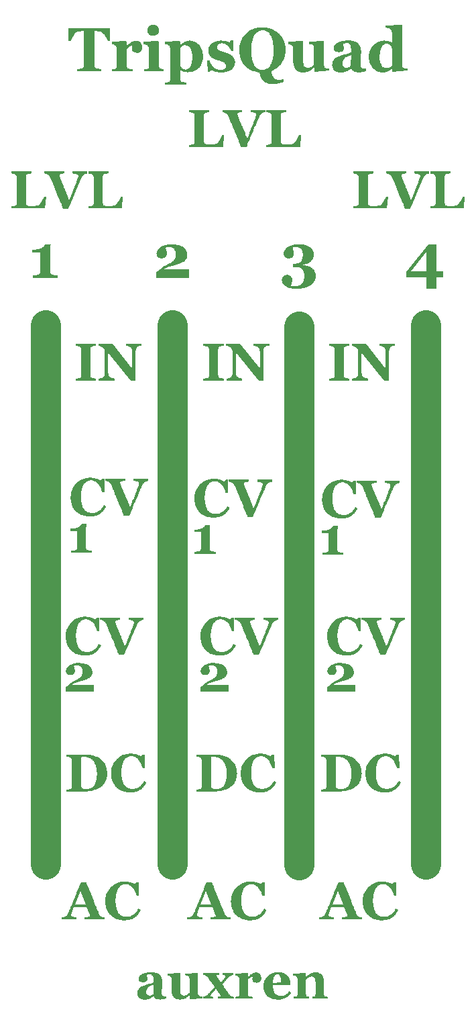
<source format=gto>
G04 Layer_Color=65535*
%FSLAX25Y25*%
%MOIN*%
G70*
G01*
G75*
%ADD10C,0.15000*%
G36*
X-184000Y-90700D02*
X-184075D01*
X-184175Y-90725D01*
X-184275D01*
X-184425Y-90750D01*
X-184600Y-90775D01*
X-185000Y-90825D01*
X-185025D01*
X-185100Y-90850D01*
X-185200D01*
X-185325Y-90875D01*
X-185625Y-90950D01*
X-185950Y-91025D01*
X-185975D01*
X-186025Y-91050D01*
X-186125Y-91100D01*
X-186225Y-91150D01*
X-186450Y-91325D01*
X-186550Y-91425D01*
X-186625Y-91550D01*
Y-91575D01*
X-186650Y-91600D01*
X-186675Y-91675D01*
X-186700Y-91775D01*
X-186750Y-92025D01*
X-186775Y-92350D01*
Y-104375D01*
Y-104425D01*
Y-104525D01*
Y-104675D01*
X-186750Y-104875D01*
X-186725Y-105325D01*
X-186700Y-105550D01*
X-186675Y-105750D01*
Y-105775D01*
X-186650Y-105825D01*
X-186625Y-105900D01*
X-186575Y-106025D01*
X-186425Y-106250D01*
X-186225Y-106450D01*
X-186200D01*
X-186150Y-106500D01*
X-186075Y-106525D01*
X-185975Y-106575D01*
X-185850Y-106650D01*
X-185675Y-106700D01*
X-185300Y-106775D01*
X-185200D01*
X-185050Y-106800D01*
X-184625D01*
X-184350Y-106825D01*
X-183250D01*
X-183000Y-106800D01*
X-182675D01*
X-182350Y-106775D01*
X-181625Y-106725D01*
X-181575D01*
X-181475Y-106700D01*
X-181300Y-106650D01*
X-181075Y-106600D01*
X-180625Y-106450D01*
X-180400Y-106325D01*
X-180225Y-106175D01*
X-180200Y-106150D01*
X-180100Y-106050D01*
X-179975Y-105900D01*
X-179825Y-105700D01*
X-179625Y-105425D01*
X-179400Y-105125D01*
X-179150Y-104750D01*
X-178900Y-104325D01*
Y-104300D01*
X-178875Y-104275D01*
X-178775Y-104125D01*
X-178650Y-103900D01*
X-178500Y-103600D01*
X-178325Y-103250D01*
X-178125Y-102900D01*
X-177950Y-102500D01*
X-177775Y-102125D01*
X-176825D01*
X-177200Y-108000D01*
X-194025D01*
Y-107000D01*
X-193950D01*
X-193850Y-106975D01*
X-193575D01*
X-193400Y-106950D01*
X-192975Y-106900D01*
X-192950D01*
X-192875Y-106875D01*
X-192775D01*
X-192650Y-106850D01*
X-192375Y-106775D01*
X-192275Y-106750D01*
X-192175Y-106725D01*
X-192150D01*
X-192100Y-106700D01*
X-192025Y-106650D01*
X-191925Y-106600D01*
X-191725Y-106450D01*
X-191625Y-106350D01*
X-191550Y-106225D01*
Y-106200D01*
X-191525Y-106175D01*
X-191475Y-106100D01*
X-191450Y-106000D01*
X-191375Y-105750D01*
X-191350Y-105400D01*
Y-92475D01*
Y-92450D01*
Y-92400D01*
Y-92325D01*
X-191375Y-92200D01*
X-191400Y-91975D01*
X-191500Y-91725D01*
Y-91700D01*
X-191525Y-91675D01*
X-191650Y-91525D01*
X-191725Y-91450D01*
X-191850Y-91350D01*
X-192000Y-91250D01*
X-192175Y-91175D01*
X-192200D01*
X-192250Y-91150D01*
X-192325Y-91100D01*
X-192450Y-91050D01*
X-192600Y-91025D01*
X-192750Y-90975D01*
X-193150Y-90875D01*
X-193175D01*
X-193250Y-90850D01*
X-193350D01*
X-193475Y-90825D01*
X-193750Y-90750D01*
X-194025Y-90700D01*
Y-89700D01*
X-184000D01*
Y-90700D01*
D02*
G37*
G36*
X-222225D02*
X-222300D01*
X-222400Y-90725D01*
X-222500D01*
X-222650Y-90750D01*
X-222825Y-90775D01*
X-223225Y-90825D01*
X-223250D01*
X-223325Y-90850D01*
X-223425D01*
X-223550Y-90875D01*
X-223850Y-90950D01*
X-224175Y-91025D01*
X-224200D01*
X-224250Y-91050D01*
X-224350Y-91100D01*
X-224450Y-91150D01*
X-224675Y-91325D01*
X-224775Y-91425D01*
X-224850Y-91550D01*
Y-91575D01*
X-224875Y-91600D01*
X-224900Y-91675D01*
X-224925Y-91775D01*
X-224975Y-92025D01*
X-225000Y-92350D01*
Y-104375D01*
Y-104425D01*
Y-104525D01*
Y-104675D01*
X-224975Y-104875D01*
X-224950Y-105325D01*
X-224925Y-105550D01*
X-224900Y-105750D01*
Y-105775D01*
X-224875Y-105825D01*
X-224850Y-105900D01*
X-224800Y-106025D01*
X-224650Y-106250D01*
X-224450Y-106450D01*
X-224425D01*
X-224375Y-106500D01*
X-224300Y-106525D01*
X-224200Y-106575D01*
X-224075Y-106650D01*
X-223900Y-106700D01*
X-223525Y-106775D01*
X-223425D01*
X-223275Y-106800D01*
X-222850D01*
X-222575Y-106825D01*
X-221475D01*
X-221225Y-106800D01*
X-220900D01*
X-220575Y-106775D01*
X-219850Y-106725D01*
X-219800D01*
X-219700Y-106700D01*
X-219525Y-106650D01*
X-219300Y-106600D01*
X-218850Y-106450D01*
X-218625Y-106325D01*
X-218450Y-106175D01*
X-218425Y-106150D01*
X-218325Y-106050D01*
X-218200Y-105900D01*
X-218050Y-105700D01*
X-217850Y-105425D01*
X-217625Y-105125D01*
X-217375Y-104750D01*
X-217125Y-104325D01*
Y-104300D01*
X-217100Y-104275D01*
X-217000Y-104125D01*
X-216875Y-103900D01*
X-216725Y-103600D01*
X-216550Y-103250D01*
X-216350Y-102900D01*
X-216175Y-102500D01*
X-216000Y-102125D01*
X-215050D01*
X-215425Y-108000D01*
X-232250D01*
Y-107000D01*
X-232175D01*
X-232075Y-106975D01*
X-231800D01*
X-231625Y-106950D01*
X-231200Y-106900D01*
X-231175D01*
X-231100Y-106875D01*
X-231000D01*
X-230875Y-106850D01*
X-230600Y-106775D01*
X-230500Y-106750D01*
X-230400Y-106725D01*
X-230375D01*
X-230325Y-106700D01*
X-230250Y-106650D01*
X-230150Y-106600D01*
X-229950Y-106450D01*
X-229850Y-106350D01*
X-229775Y-106225D01*
Y-106200D01*
X-229750Y-106175D01*
X-229700Y-106100D01*
X-229675Y-106000D01*
X-229600Y-105750D01*
X-229575Y-105400D01*
Y-92475D01*
Y-92450D01*
Y-92400D01*
Y-92325D01*
X-229600Y-92200D01*
X-229625Y-91975D01*
X-229725Y-91725D01*
Y-91700D01*
X-229750Y-91675D01*
X-229875Y-91525D01*
X-229950Y-91450D01*
X-230075Y-91350D01*
X-230225Y-91250D01*
X-230400Y-91175D01*
X-230425D01*
X-230475Y-91150D01*
X-230550Y-91100D01*
X-230675Y-91050D01*
X-230825Y-91025D01*
X-230975Y-90975D01*
X-231375Y-90875D01*
X-231400D01*
X-231475Y-90850D01*
X-231575D01*
X-231700Y-90825D01*
X-231975Y-90750D01*
X-232250Y-90700D01*
Y-89700D01*
X-222225D01*
Y-90700D01*
D02*
G37*
G36*
X-64125Y-176200D02*
X-64200D01*
X-64275Y-176225D01*
X-64400D01*
X-64550Y-176250D01*
X-64700Y-176275D01*
X-65100Y-176325D01*
X-65125D01*
X-65200Y-176350D01*
X-65300D01*
X-65425Y-176375D01*
X-65750Y-176450D01*
X-66075Y-176525D01*
X-66100D01*
X-66150Y-176550D01*
X-66250Y-176600D01*
X-66350Y-176650D01*
X-66575Y-176825D01*
X-66675Y-176925D01*
X-66750Y-177050D01*
Y-177075D01*
X-66775Y-177100D01*
X-66800Y-177175D01*
X-66825Y-177275D01*
X-66875Y-177525D01*
X-66900Y-177850D01*
Y-190825D01*
Y-190850D01*
Y-190900D01*
Y-190975D01*
X-66875Y-191100D01*
X-66825Y-191350D01*
X-66750Y-191625D01*
Y-191650D01*
X-66725Y-191675D01*
X-66600Y-191800D01*
X-66500Y-191900D01*
X-66400Y-191975D01*
X-66250Y-192075D01*
X-66075Y-192150D01*
X-66050D01*
X-66025Y-192175D01*
X-65950Y-192200D01*
X-65850Y-192225D01*
X-65725Y-192250D01*
X-65575Y-192300D01*
X-65400Y-192325D01*
X-65175Y-192375D01*
X-65150D01*
X-65075Y-192400D01*
X-64950D01*
X-64800Y-192425D01*
X-64475Y-192475D01*
X-64125Y-192500D01*
Y-193500D01*
X-74250D01*
Y-192500D01*
X-74100D01*
X-74000Y-192475D01*
X-73850D01*
X-73700Y-192450D01*
X-73475D01*
X-73250Y-192425D01*
X-73150D01*
X-73025Y-192400D01*
X-72875Y-192375D01*
X-72575Y-192350D01*
X-72425Y-192300D01*
X-72300Y-192275D01*
X-72275D01*
X-72225Y-192250D01*
X-72150Y-192200D01*
X-72050Y-192125D01*
X-71825Y-191975D01*
X-71725Y-191875D01*
X-71650Y-191775D01*
Y-191750D01*
X-71625Y-191725D01*
X-71600Y-191650D01*
X-71550Y-191550D01*
X-71500Y-191300D01*
X-71475Y-190975D01*
Y-177975D01*
Y-177950D01*
Y-177900D01*
Y-177825D01*
X-71500Y-177725D01*
X-71550Y-177475D01*
X-71650Y-177225D01*
Y-177200D01*
X-71675Y-177175D01*
X-71800Y-177025D01*
X-71875Y-176925D01*
X-72000Y-176850D01*
X-72125Y-176750D01*
X-72300Y-176675D01*
X-72325D01*
X-72350Y-176650D01*
X-72425Y-176625D01*
X-72525Y-176575D01*
X-72675Y-176550D01*
X-72825Y-176500D01*
X-73000Y-176450D01*
X-73225Y-176400D01*
X-73250D01*
X-73325Y-176375D01*
X-73425Y-176350D01*
X-73575Y-176325D01*
X-73900Y-176250D01*
X-74250Y-176200D01*
Y-175200D01*
X-64125D01*
Y-176200D01*
D02*
G37*
G36*
X-194400Y-90750D02*
X-194475D01*
X-194550Y-90775D01*
X-194675D01*
X-194925Y-90825D01*
X-195225Y-90900D01*
X-195250D01*
X-195300Y-90925D01*
X-195375Y-90950D01*
X-195475Y-90975D01*
X-195725Y-91100D01*
X-196025Y-91250D01*
X-196050Y-91275D01*
X-196125Y-91300D01*
X-196225Y-91375D01*
X-196325Y-91450D01*
X-196625Y-91675D01*
X-196875Y-91950D01*
X-196900Y-91975D01*
X-196925Y-92025D01*
X-196975Y-92100D01*
X-197050Y-92225D01*
X-197150Y-92350D01*
X-197250Y-92525D01*
X-197350Y-92725D01*
X-197475Y-92950D01*
X-197500Y-93000D01*
X-197550Y-93125D01*
X-197650Y-93325D01*
X-197775Y-93625D01*
X-197925Y-93975D01*
X-198125Y-94425D01*
X-198350Y-94975D01*
X-198600Y-95575D01*
Y-95600D01*
X-198625Y-95650D01*
X-198675Y-95750D01*
X-198725Y-95875D01*
X-198800Y-96025D01*
X-198875Y-96225D01*
X-198975Y-96450D01*
X-199075Y-96700D01*
X-199200Y-96975D01*
X-199325Y-97275D01*
X-199600Y-97925D01*
X-199925Y-98650D01*
X-200250Y-99450D01*
Y-99475D01*
X-200275Y-99550D01*
X-200325Y-99650D01*
X-200400Y-99800D01*
X-200475Y-99975D01*
X-200550Y-100200D01*
X-200675Y-100450D01*
X-200775Y-100725D01*
X-200900Y-101025D01*
X-201050Y-101350D01*
X-201350Y-102075D01*
X-201700Y-102900D01*
X-202050Y-103750D01*
Y-103775D01*
X-202100Y-103850D01*
X-202150Y-103975D01*
X-202200Y-104150D01*
X-202300Y-104350D01*
X-202400Y-104600D01*
X-202500Y-104875D01*
X-202625Y-105175D01*
X-202900Y-105850D01*
X-203225Y-106600D01*
X-203550Y-107400D01*
X-203875Y-108200D01*
X-206475D01*
Y-108175D01*
X-206500Y-108150D01*
X-206550Y-108000D01*
X-206650Y-107775D01*
X-206775Y-107450D01*
X-206950Y-107050D01*
X-207150Y-106575D01*
X-207375Y-106025D01*
X-207600Y-105425D01*
X-207875Y-104775D01*
X-208150Y-104075D01*
X-208475Y-103350D01*
X-208775Y-102575D01*
X-209125Y-101775D01*
X-209450Y-100950D01*
X-210150Y-99250D01*
Y-99225D01*
X-210175Y-99200D01*
X-210225Y-99050D01*
X-210325Y-98825D01*
X-210450Y-98500D01*
X-210600Y-98125D01*
X-210775Y-97700D01*
X-210975Y-97250D01*
X-211175Y-96725D01*
X-211600Y-95675D01*
X-212025Y-94625D01*
X-212250Y-94125D01*
X-212450Y-93675D01*
X-212625Y-93250D01*
X-212775Y-92875D01*
X-212800Y-92850D01*
X-212825Y-92775D01*
X-212875Y-92650D01*
X-212950Y-92525D01*
X-213150Y-92200D01*
X-213250Y-92050D01*
X-213350Y-91925D01*
Y-91900D01*
X-213400Y-91875D01*
X-213475Y-91800D01*
X-213550Y-91700D01*
X-213675Y-91600D01*
X-213825Y-91475D01*
X-214025Y-91350D01*
X-214225Y-91225D01*
X-214250D01*
X-214300Y-91175D01*
X-214375Y-91150D01*
X-214500Y-91100D01*
X-214750Y-90975D01*
X-215000Y-90900D01*
X-215025D01*
X-215050Y-90875D01*
X-215125Y-90850D01*
X-215225Y-90825D01*
X-215350Y-90800D01*
X-215500Y-90775D01*
X-215675Y-90725D01*
X-215875Y-90700D01*
Y-89700D01*
X-205950D01*
Y-90675D01*
X-206000D01*
X-206075Y-90700D01*
X-206175D01*
X-206425Y-90750D01*
X-206725Y-90775D01*
X-207050Y-90850D01*
X-207350Y-90900D01*
X-207650Y-90975D01*
X-207875Y-91050D01*
X-207900D01*
X-207950Y-91075D01*
X-208125Y-91175D01*
X-208300Y-91325D01*
X-208350Y-91425D01*
X-208375Y-91525D01*
Y-91550D01*
Y-91600D01*
X-208350Y-91700D01*
X-208325Y-91825D01*
Y-91850D01*
X-208300Y-91925D01*
X-208250Y-92075D01*
X-208200Y-92250D01*
Y-92275D01*
X-208175Y-92300D01*
X-208150Y-92375D01*
X-208125Y-92475D01*
X-208075Y-92600D01*
X-208000Y-92750D01*
X-207925Y-92925D01*
X-207850Y-93150D01*
X-207750Y-93400D01*
X-207650Y-93675D01*
X-207525Y-93975D01*
X-207375Y-94300D01*
X-207225Y-94675D01*
X-207075Y-95075D01*
X-206900Y-95500D01*
X-206700Y-95975D01*
X-206675Y-96000D01*
X-206650Y-96100D01*
X-206575Y-96250D01*
X-206500Y-96450D01*
X-206375Y-96725D01*
X-206250Y-97075D01*
X-206075Y-97475D01*
X-205875Y-97925D01*
X-205675Y-98450D01*
X-205425Y-99025D01*
X-205175Y-99675D01*
X-204875Y-100375D01*
X-204550Y-101150D01*
X-204225Y-101975D01*
X-203850Y-102875D01*
X-203475Y-103825D01*
X-203450Y-103800D01*
X-203425Y-103675D01*
X-203350Y-103525D01*
X-203250Y-103300D01*
X-203150Y-103025D01*
X-203000Y-102700D01*
X-202875Y-102325D01*
X-202700Y-101950D01*
X-202525Y-101525D01*
X-202350Y-101100D01*
X-202000Y-100175D01*
X-201625Y-99275D01*
X-201300Y-98400D01*
Y-98375D01*
X-201250Y-98300D01*
X-201225Y-98175D01*
X-201150Y-98025D01*
X-201075Y-97825D01*
X-201000Y-97600D01*
X-200900Y-97350D01*
X-200775Y-97075D01*
X-200550Y-96450D01*
X-200275Y-95800D01*
X-200025Y-95125D01*
X-199775Y-94450D01*
X-199750Y-94400D01*
X-199725Y-94300D01*
X-199650Y-94150D01*
X-199575Y-93950D01*
X-199500Y-93725D01*
X-199425Y-93450D01*
X-199250Y-92925D01*
Y-92900D01*
X-199225Y-92800D01*
X-199175Y-92675D01*
X-199125Y-92525D01*
X-199050Y-92150D01*
X-199025Y-91975D01*
Y-91825D01*
Y-91800D01*
Y-91750D01*
X-199050Y-91675D01*
X-199100Y-91600D01*
X-199175Y-91475D01*
X-199275Y-91375D01*
X-199425Y-91250D01*
X-199625Y-91150D01*
X-199650Y-91125D01*
X-199750Y-91100D01*
X-199900Y-91050D01*
X-200100Y-91000D01*
X-200400Y-90925D01*
X-200775Y-90875D01*
X-201250Y-90800D01*
X-201800Y-90750D01*
Y-89700D01*
X-194400D01*
Y-90750D01*
D02*
G37*
G36*
X-52225Y-90700D02*
X-52300D01*
X-52400Y-90725D01*
X-52500D01*
X-52650Y-90750D01*
X-52825Y-90775D01*
X-53225Y-90825D01*
X-53250D01*
X-53325Y-90850D01*
X-53425D01*
X-53550Y-90875D01*
X-53850Y-90950D01*
X-54175Y-91025D01*
X-54200D01*
X-54250Y-91050D01*
X-54350Y-91100D01*
X-54450Y-91150D01*
X-54675Y-91325D01*
X-54775Y-91425D01*
X-54850Y-91550D01*
Y-91575D01*
X-54875Y-91600D01*
X-54900Y-91675D01*
X-54925Y-91775D01*
X-54975Y-92025D01*
X-55000Y-92350D01*
Y-104375D01*
Y-104425D01*
Y-104525D01*
Y-104675D01*
X-54975Y-104875D01*
X-54950Y-105325D01*
X-54925Y-105550D01*
X-54900Y-105750D01*
Y-105775D01*
X-54875Y-105825D01*
X-54850Y-105900D01*
X-54800Y-106025D01*
X-54650Y-106250D01*
X-54450Y-106450D01*
X-54425D01*
X-54375Y-106500D01*
X-54300Y-106525D01*
X-54200Y-106575D01*
X-54075Y-106650D01*
X-53900Y-106700D01*
X-53525Y-106775D01*
X-53425D01*
X-53275Y-106800D01*
X-52850D01*
X-52575Y-106825D01*
X-51475D01*
X-51225Y-106800D01*
X-50900D01*
X-50575Y-106775D01*
X-49850Y-106725D01*
X-49800D01*
X-49700Y-106700D01*
X-49525Y-106650D01*
X-49300Y-106600D01*
X-48850Y-106450D01*
X-48625Y-106325D01*
X-48450Y-106175D01*
X-48425Y-106150D01*
X-48325Y-106050D01*
X-48200Y-105900D01*
X-48050Y-105700D01*
X-47850Y-105425D01*
X-47625Y-105125D01*
X-47375Y-104750D01*
X-47125Y-104325D01*
Y-104300D01*
X-47100Y-104275D01*
X-47000Y-104125D01*
X-46875Y-103900D01*
X-46725Y-103600D01*
X-46550Y-103250D01*
X-46350Y-102900D01*
X-46175Y-102500D01*
X-46000Y-102125D01*
X-45050D01*
X-45425Y-108000D01*
X-62250D01*
Y-107000D01*
X-62175D01*
X-62075Y-106975D01*
X-61800D01*
X-61625Y-106950D01*
X-61200Y-106900D01*
X-61175D01*
X-61100Y-106875D01*
X-61000D01*
X-60875Y-106850D01*
X-60600Y-106775D01*
X-60500Y-106750D01*
X-60400Y-106725D01*
X-60375D01*
X-60325Y-106700D01*
X-60250Y-106650D01*
X-60150Y-106600D01*
X-59950Y-106450D01*
X-59850Y-106350D01*
X-59775Y-106225D01*
Y-106200D01*
X-59750Y-106175D01*
X-59700Y-106100D01*
X-59675Y-106000D01*
X-59600Y-105750D01*
X-59575Y-105400D01*
Y-92475D01*
Y-92450D01*
Y-92400D01*
Y-92325D01*
X-59600Y-92200D01*
X-59625Y-91975D01*
X-59725Y-91725D01*
Y-91700D01*
X-59750Y-91675D01*
X-59875Y-91525D01*
X-59950Y-91450D01*
X-60075Y-91350D01*
X-60225Y-91250D01*
X-60400Y-91175D01*
X-60425D01*
X-60475Y-91150D01*
X-60550Y-91100D01*
X-60675Y-91050D01*
X-60825Y-91025D01*
X-60975Y-90975D01*
X-61375Y-90875D01*
X-61400D01*
X-61475Y-90850D01*
X-61575D01*
X-61700Y-90825D01*
X-61975Y-90750D01*
X-62250Y-90700D01*
Y-89700D01*
X-52225D01*
Y-90700D01*
D02*
G37*
G36*
X-105900Y-60250D02*
X-105975D01*
X-106050Y-60275D01*
X-106175D01*
X-106425Y-60325D01*
X-106725Y-60400D01*
X-106750D01*
X-106800Y-60425D01*
X-106875Y-60450D01*
X-106975Y-60475D01*
X-107225Y-60600D01*
X-107525Y-60750D01*
X-107550Y-60775D01*
X-107625Y-60800D01*
X-107725Y-60875D01*
X-107825Y-60950D01*
X-108125Y-61175D01*
X-108375Y-61450D01*
X-108400Y-61475D01*
X-108425Y-61525D01*
X-108475Y-61600D01*
X-108550Y-61725D01*
X-108650Y-61850D01*
X-108750Y-62025D01*
X-108850Y-62225D01*
X-108975Y-62450D01*
X-109000Y-62500D01*
X-109050Y-62625D01*
X-109150Y-62825D01*
X-109275Y-63125D01*
X-109425Y-63475D01*
X-109625Y-63925D01*
X-109850Y-64475D01*
X-110100Y-65075D01*
Y-65100D01*
X-110125Y-65150D01*
X-110175Y-65250D01*
X-110225Y-65375D01*
X-110300Y-65525D01*
X-110375Y-65725D01*
X-110475Y-65950D01*
X-110575Y-66200D01*
X-110700Y-66475D01*
X-110825Y-66775D01*
X-111100Y-67425D01*
X-111425Y-68150D01*
X-111750Y-68950D01*
Y-68975D01*
X-111775Y-69050D01*
X-111825Y-69150D01*
X-111900Y-69300D01*
X-111975Y-69475D01*
X-112050Y-69700D01*
X-112175Y-69950D01*
X-112275Y-70225D01*
X-112400Y-70525D01*
X-112550Y-70850D01*
X-112850Y-71575D01*
X-113200Y-72400D01*
X-113550Y-73250D01*
Y-73275D01*
X-113600Y-73350D01*
X-113650Y-73475D01*
X-113700Y-73650D01*
X-113800Y-73850D01*
X-113900Y-74100D01*
X-114000Y-74375D01*
X-114125Y-74675D01*
X-114400Y-75350D01*
X-114725Y-76100D01*
X-115050Y-76900D01*
X-115375Y-77700D01*
X-117975D01*
Y-77675D01*
X-118000Y-77650D01*
X-118050Y-77500D01*
X-118150Y-77275D01*
X-118275Y-76950D01*
X-118450Y-76550D01*
X-118650Y-76075D01*
X-118875Y-75525D01*
X-119100Y-74925D01*
X-119375Y-74275D01*
X-119650Y-73575D01*
X-119975Y-72850D01*
X-120275Y-72075D01*
X-120625Y-71275D01*
X-120950Y-70450D01*
X-121650Y-68750D01*
Y-68725D01*
X-121675Y-68700D01*
X-121725Y-68550D01*
X-121825Y-68325D01*
X-121950Y-68000D01*
X-122100Y-67625D01*
X-122275Y-67200D01*
X-122475Y-66750D01*
X-122675Y-66225D01*
X-123100Y-65175D01*
X-123525Y-64125D01*
X-123750Y-63625D01*
X-123950Y-63175D01*
X-124125Y-62750D01*
X-124275Y-62375D01*
X-124300Y-62350D01*
X-124325Y-62275D01*
X-124375Y-62150D01*
X-124450Y-62025D01*
X-124650Y-61700D01*
X-124750Y-61550D01*
X-124850Y-61425D01*
Y-61400D01*
X-124900Y-61375D01*
X-124975Y-61300D01*
X-125050Y-61200D01*
X-125175Y-61100D01*
X-125325Y-60975D01*
X-125525Y-60850D01*
X-125725Y-60725D01*
X-125750D01*
X-125800Y-60675D01*
X-125875Y-60650D01*
X-126000Y-60600D01*
X-126250Y-60475D01*
X-126500Y-60400D01*
X-126525D01*
X-126550Y-60375D01*
X-126625Y-60350D01*
X-126725Y-60325D01*
X-126850Y-60300D01*
X-127000Y-60275D01*
X-127175Y-60225D01*
X-127375Y-60200D01*
Y-59200D01*
X-117450D01*
Y-60175D01*
X-117500D01*
X-117575Y-60200D01*
X-117675D01*
X-117925Y-60250D01*
X-118225Y-60275D01*
X-118550Y-60350D01*
X-118850Y-60400D01*
X-119150Y-60475D01*
X-119375Y-60550D01*
X-119400D01*
X-119450Y-60575D01*
X-119625Y-60675D01*
X-119800Y-60825D01*
X-119850Y-60925D01*
X-119875Y-61025D01*
Y-61050D01*
Y-61100D01*
X-119850Y-61200D01*
X-119825Y-61325D01*
Y-61350D01*
X-119800Y-61425D01*
X-119750Y-61575D01*
X-119700Y-61750D01*
Y-61775D01*
X-119675Y-61800D01*
X-119650Y-61875D01*
X-119625Y-61975D01*
X-119575Y-62100D01*
X-119500Y-62250D01*
X-119425Y-62425D01*
X-119350Y-62650D01*
X-119250Y-62900D01*
X-119150Y-63175D01*
X-119025Y-63475D01*
X-118875Y-63800D01*
X-118725Y-64175D01*
X-118575Y-64575D01*
X-118400Y-65000D01*
X-118200Y-65475D01*
X-118175Y-65500D01*
X-118150Y-65600D01*
X-118075Y-65750D01*
X-118000Y-65950D01*
X-117875Y-66225D01*
X-117750Y-66575D01*
X-117575Y-66975D01*
X-117375Y-67425D01*
X-117175Y-67950D01*
X-116925Y-68525D01*
X-116675Y-69175D01*
X-116375Y-69875D01*
X-116050Y-70650D01*
X-115725Y-71475D01*
X-115350Y-72375D01*
X-114975Y-73325D01*
X-114950Y-73300D01*
X-114925Y-73175D01*
X-114850Y-73025D01*
X-114750Y-72800D01*
X-114650Y-72525D01*
X-114500Y-72200D01*
X-114375Y-71825D01*
X-114200Y-71450D01*
X-114025Y-71025D01*
X-113850Y-70600D01*
X-113500Y-69675D01*
X-113125Y-68775D01*
X-112800Y-67900D01*
Y-67875D01*
X-112750Y-67800D01*
X-112725Y-67675D01*
X-112650Y-67525D01*
X-112575Y-67325D01*
X-112500Y-67100D01*
X-112400Y-66850D01*
X-112275Y-66575D01*
X-112050Y-65950D01*
X-111775Y-65300D01*
X-111525Y-64625D01*
X-111275Y-63950D01*
X-111250Y-63900D01*
X-111225Y-63800D01*
X-111150Y-63650D01*
X-111075Y-63450D01*
X-111000Y-63225D01*
X-110925Y-62950D01*
X-110750Y-62425D01*
Y-62400D01*
X-110725Y-62300D01*
X-110675Y-62175D01*
X-110625Y-62025D01*
X-110550Y-61650D01*
X-110525Y-61475D01*
Y-61325D01*
Y-61300D01*
Y-61250D01*
X-110550Y-61175D01*
X-110600Y-61100D01*
X-110675Y-60975D01*
X-110775Y-60875D01*
X-110925Y-60750D01*
X-111125Y-60650D01*
X-111150Y-60625D01*
X-111250Y-60600D01*
X-111400Y-60550D01*
X-111600Y-60500D01*
X-111900Y-60425D01*
X-112275Y-60375D01*
X-112750Y-60300D01*
X-113300Y-60250D01*
Y-59200D01*
X-105900D01*
Y-60250D01*
D02*
G37*
G36*
X-24400Y-90750D02*
X-24475D01*
X-24550Y-90775D01*
X-24675D01*
X-24925Y-90825D01*
X-25225Y-90900D01*
X-25250D01*
X-25300Y-90925D01*
X-25375Y-90950D01*
X-25475Y-90975D01*
X-25725Y-91100D01*
X-26025Y-91250D01*
X-26050Y-91275D01*
X-26125Y-91300D01*
X-26225Y-91375D01*
X-26325Y-91450D01*
X-26625Y-91675D01*
X-26875Y-91950D01*
X-26900Y-91975D01*
X-26925Y-92025D01*
X-26975Y-92100D01*
X-27050Y-92225D01*
X-27150Y-92350D01*
X-27250Y-92525D01*
X-27350Y-92725D01*
X-27475Y-92950D01*
X-27500Y-93000D01*
X-27550Y-93125D01*
X-27650Y-93325D01*
X-27775Y-93625D01*
X-27925Y-93975D01*
X-28125Y-94425D01*
X-28350Y-94975D01*
X-28600Y-95575D01*
Y-95600D01*
X-28625Y-95650D01*
X-28675Y-95750D01*
X-28725Y-95875D01*
X-28800Y-96025D01*
X-28875Y-96225D01*
X-28975Y-96450D01*
X-29075Y-96700D01*
X-29200Y-96975D01*
X-29325Y-97275D01*
X-29600Y-97925D01*
X-29925Y-98650D01*
X-30250Y-99450D01*
Y-99475D01*
X-30275Y-99550D01*
X-30325Y-99650D01*
X-30400Y-99800D01*
X-30475Y-99975D01*
X-30550Y-100200D01*
X-30675Y-100450D01*
X-30775Y-100725D01*
X-30900Y-101025D01*
X-31050Y-101350D01*
X-31350Y-102075D01*
X-31700Y-102900D01*
X-32050Y-103750D01*
Y-103775D01*
X-32100Y-103850D01*
X-32150Y-103975D01*
X-32200Y-104150D01*
X-32300Y-104350D01*
X-32400Y-104600D01*
X-32500Y-104875D01*
X-32625Y-105175D01*
X-32900Y-105850D01*
X-33225Y-106600D01*
X-33550Y-107400D01*
X-33875Y-108200D01*
X-36475D01*
Y-108175D01*
X-36500Y-108150D01*
X-36550Y-108000D01*
X-36650Y-107775D01*
X-36775Y-107450D01*
X-36950Y-107050D01*
X-37150Y-106575D01*
X-37375Y-106025D01*
X-37600Y-105425D01*
X-37875Y-104775D01*
X-38150Y-104075D01*
X-38475Y-103350D01*
X-38775Y-102575D01*
X-39125Y-101775D01*
X-39450Y-100950D01*
X-40150Y-99250D01*
Y-99225D01*
X-40175Y-99200D01*
X-40225Y-99050D01*
X-40325Y-98825D01*
X-40450Y-98500D01*
X-40600Y-98125D01*
X-40775Y-97700D01*
X-40975Y-97250D01*
X-41175Y-96725D01*
X-41600Y-95675D01*
X-42025Y-94625D01*
X-42250Y-94125D01*
X-42450Y-93675D01*
X-42625Y-93250D01*
X-42775Y-92875D01*
X-42800Y-92850D01*
X-42825Y-92775D01*
X-42875Y-92650D01*
X-42950Y-92525D01*
X-43150Y-92200D01*
X-43250Y-92050D01*
X-43350Y-91925D01*
Y-91900D01*
X-43400Y-91875D01*
X-43475Y-91800D01*
X-43550Y-91700D01*
X-43675Y-91600D01*
X-43825Y-91475D01*
X-44025Y-91350D01*
X-44225Y-91225D01*
X-44250D01*
X-44300Y-91175D01*
X-44375Y-91150D01*
X-44500Y-91100D01*
X-44750Y-90975D01*
X-45000Y-90900D01*
X-45025D01*
X-45050Y-90875D01*
X-45125Y-90850D01*
X-45225Y-90825D01*
X-45350Y-90800D01*
X-45500Y-90775D01*
X-45675Y-90725D01*
X-45875Y-90700D01*
Y-89700D01*
X-35950D01*
Y-90675D01*
X-36000D01*
X-36075Y-90700D01*
X-36175D01*
X-36425Y-90750D01*
X-36725Y-90775D01*
X-37050Y-90850D01*
X-37350Y-90900D01*
X-37650Y-90975D01*
X-37875Y-91050D01*
X-37900D01*
X-37950Y-91075D01*
X-38125Y-91175D01*
X-38300Y-91325D01*
X-38350Y-91425D01*
X-38375Y-91525D01*
Y-91550D01*
Y-91600D01*
X-38350Y-91700D01*
X-38325Y-91825D01*
Y-91850D01*
X-38300Y-91925D01*
X-38250Y-92075D01*
X-38200Y-92250D01*
Y-92275D01*
X-38175Y-92300D01*
X-38150Y-92375D01*
X-38125Y-92475D01*
X-38075Y-92600D01*
X-38000Y-92750D01*
X-37925Y-92925D01*
X-37850Y-93150D01*
X-37750Y-93400D01*
X-37650Y-93675D01*
X-37525Y-93975D01*
X-37375Y-94300D01*
X-37225Y-94675D01*
X-37075Y-95075D01*
X-36900Y-95500D01*
X-36700Y-95975D01*
X-36675Y-96000D01*
X-36650Y-96100D01*
X-36575Y-96250D01*
X-36500Y-96450D01*
X-36375Y-96725D01*
X-36250Y-97075D01*
X-36075Y-97475D01*
X-35875Y-97925D01*
X-35675Y-98450D01*
X-35425Y-99025D01*
X-35175Y-99675D01*
X-34875Y-100375D01*
X-34550Y-101150D01*
X-34225Y-101975D01*
X-33850Y-102875D01*
X-33475Y-103825D01*
X-33450Y-103800D01*
X-33425Y-103675D01*
X-33350Y-103525D01*
X-33250Y-103300D01*
X-33150Y-103025D01*
X-33000Y-102700D01*
X-32875Y-102325D01*
X-32700Y-101950D01*
X-32525Y-101525D01*
X-32350Y-101100D01*
X-32000Y-100175D01*
X-31625Y-99275D01*
X-31300Y-98400D01*
Y-98375D01*
X-31250Y-98300D01*
X-31225Y-98175D01*
X-31150Y-98025D01*
X-31075Y-97825D01*
X-31000Y-97600D01*
X-30900Y-97350D01*
X-30775Y-97075D01*
X-30550Y-96450D01*
X-30275Y-95800D01*
X-30025Y-95125D01*
X-29775Y-94450D01*
X-29750Y-94400D01*
X-29725Y-94300D01*
X-29650Y-94150D01*
X-29575Y-93950D01*
X-29500Y-93725D01*
X-29425Y-93450D01*
X-29250Y-92925D01*
Y-92900D01*
X-29225Y-92800D01*
X-29175Y-92675D01*
X-29125Y-92525D01*
X-29050Y-92150D01*
X-29025Y-91975D01*
Y-91825D01*
Y-91800D01*
Y-91750D01*
X-29050Y-91675D01*
X-29100Y-91600D01*
X-29175Y-91475D01*
X-29275Y-91375D01*
X-29425Y-91250D01*
X-29625Y-91150D01*
X-29650Y-91125D01*
X-29750Y-91100D01*
X-29900Y-91050D01*
X-30100Y-91000D01*
X-30400Y-90925D01*
X-30775Y-90875D01*
X-31250Y-90800D01*
X-31800Y-90750D01*
Y-89700D01*
X-24400D01*
Y-90750D01*
D02*
G37*
G36*
X-14000Y-90700D02*
X-14075D01*
X-14175Y-90725D01*
X-14275D01*
X-14425Y-90750D01*
X-14600Y-90775D01*
X-15000Y-90825D01*
X-15025D01*
X-15100Y-90850D01*
X-15200D01*
X-15325Y-90875D01*
X-15625Y-90950D01*
X-15950Y-91025D01*
X-15975D01*
X-16025Y-91050D01*
X-16125Y-91100D01*
X-16225Y-91150D01*
X-16450Y-91325D01*
X-16550Y-91425D01*
X-16625Y-91550D01*
Y-91575D01*
X-16650Y-91600D01*
X-16675Y-91675D01*
X-16700Y-91775D01*
X-16750Y-92025D01*
X-16775Y-92350D01*
Y-104375D01*
Y-104425D01*
Y-104525D01*
Y-104675D01*
X-16750Y-104875D01*
X-16725Y-105325D01*
X-16700Y-105550D01*
X-16675Y-105750D01*
Y-105775D01*
X-16650Y-105825D01*
X-16625Y-105900D01*
X-16575Y-106025D01*
X-16425Y-106250D01*
X-16225Y-106450D01*
X-16200D01*
X-16150Y-106500D01*
X-16075Y-106525D01*
X-15975Y-106575D01*
X-15850Y-106650D01*
X-15675Y-106700D01*
X-15300Y-106775D01*
X-15200D01*
X-15050Y-106800D01*
X-14625D01*
X-14350Y-106825D01*
X-13250D01*
X-13000Y-106800D01*
X-12675D01*
X-12350Y-106775D01*
X-11625Y-106725D01*
X-11575D01*
X-11475Y-106700D01*
X-11300Y-106650D01*
X-11075Y-106600D01*
X-10625Y-106450D01*
X-10400Y-106325D01*
X-10225Y-106175D01*
X-10200Y-106150D01*
X-10100Y-106050D01*
X-9975Y-105900D01*
X-9825Y-105700D01*
X-9625Y-105425D01*
X-9400Y-105125D01*
X-9150Y-104750D01*
X-8900Y-104325D01*
Y-104300D01*
X-8875Y-104275D01*
X-8775Y-104125D01*
X-8650Y-103900D01*
X-8500Y-103600D01*
X-8325Y-103250D01*
X-8125Y-102900D01*
X-7950Y-102500D01*
X-7775Y-102125D01*
X-6825D01*
X-7200Y-108000D01*
X-24025D01*
Y-107000D01*
X-23950D01*
X-23850Y-106975D01*
X-23575D01*
X-23400Y-106950D01*
X-22975Y-106900D01*
X-22950D01*
X-22875Y-106875D01*
X-22775D01*
X-22650Y-106850D01*
X-22375Y-106775D01*
X-22275Y-106750D01*
X-22175Y-106725D01*
X-22150D01*
X-22100Y-106700D01*
X-22025Y-106650D01*
X-21925Y-106600D01*
X-21725Y-106450D01*
X-21625Y-106350D01*
X-21550Y-106225D01*
Y-106200D01*
X-21525Y-106175D01*
X-21475Y-106100D01*
X-21450Y-106000D01*
X-21375Y-105750D01*
X-21350Y-105400D01*
Y-92475D01*
Y-92450D01*
Y-92400D01*
Y-92325D01*
X-21375Y-92200D01*
X-21400Y-91975D01*
X-21500Y-91725D01*
Y-91700D01*
X-21525Y-91675D01*
X-21650Y-91525D01*
X-21725Y-91450D01*
X-21850Y-91350D01*
X-22000Y-91250D01*
X-22175Y-91175D01*
X-22200D01*
X-22250Y-91150D01*
X-22325Y-91100D01*
X-22450Y-91050D01*
X-22600Y-91025D01*
X-22750Y-90975D01*
X-23150Y-90875D01*
X-23175D01*
X-23250Y-90850D01*
X-23350D01*
X-23475Y-90825D01*
X-23750Y-90750D01*
X-24025Y-90700D01*
Y-89700D01*
X-14000D01*
Y-90700D01*
D02*
G37*
G36*
X-41400Y-176175D02*
X-41475D01*
X-41550Y-176200D01*
X-41675D01*
X-41825Y-176225D01*
X-42000Y-176250D01*
X-42200Y-176300D01*
X-42450Y-176325D01*
X-42475D01*
X-42575Y-176350D01*
X-42700Y-176375D01*
X-42850Y-176425D01*
X-43250Y-176575D01*
X-43450Y-176700D01*
X-43650Y-176825D01*
X-43675Y-176850D01*
X-43725Y-176900D01*
X-43800Y-176975D01*
X-43900Y-177100D01*
X-44025Y-177275D01*
X-44125Y-177475D01*
X-44250Y-177725D01*
X-44325Y-178025D01*
Y-178075D01*
X-44350Y-178175D01*
X-44375Y-178375D01*
X-44425Y-178650D01*
X-44450Y-179000D01*
X-44500Y-179425D01*
X-44525Y-179950D01*
Y-180525D01*
Y-193600D01*
X-46850D01*
X-58175Y-179475D01*
Y-188050D01*
Y-188075D01*
Y-188125D01*
Y-188200D01*
Y-188300D01*
Y-188600D01*
X-58150Y-188950D01*
X-58125Y-189350D01*
X-58100Y-189750D01*
X-58050Y-190150D01*
X-57975Y-190500D01*
Y-190525D01*
X-57925Y-190625D01*
X-57875Y-190775D01*
X-57800Y-190950D01*
X-57575Y-191350D01*
X-57450Y-191550D01*
X-57275Y-191700D01*
X-57250Y-191725D01*
X-57200Y-191750D01*
X-57125Y-191800D01*
X-57000Y-191875D01*
X-56850Y-191950D01*
X-56650Y-192050D01*
X-56425Y-192125D01*
X-56175Y-192225D01*
X-56150D01*
X-56050Y-192250D01*
X-55900Y-192300D01*
X-55750Y-192325D01*
X-55350Y-192425D01*
X-55150Y-192475D01*
X-54950Y-192500D01*
Y-193500D01*
X-62850D01*
Y-192500D01*
X-62750D01*
X-62650Y-192475D01*
X-62525D01*
X-62350Y-192450D01*
X-62150Y-192425D01*
X-61700Y-192325D01*
X-61675D01*
X-61600Y-192300D01*
X-61475Y-192250D01*
X-61325Y-192200D01*
X-60975Y-192075D01*
X-60625Y-191875D01*
X-60600Y-191850D01*
X-60550Y-191800D01*
X-60450Y-191725D01*
X-60350Y-191600D01*
X-60225Y-191425D01*
X-60100Y-191250D01*
X-60000Y-191025D01*
X-59925Y-190750D01*
Y-190700D01*
X-59900Y-190600D01*
X-59850Y-190400D01*
X-59825Y-190150D01*
X-59775Y-189775D01*
X-59750Y-189350D01*
X-59725Y-188825D01*
Y-188200D01*
Y-179500D01*
Y-179475D01*
Y-179400D01*
Y-179275D01*
X-59750Y-179100D01*
X-59775Y-178925D01*
X-59800Y-178700D01*
X-59925Y-178275D01*
Y-178250D01*
X-59950Y-178175D01*
X-60000Y-178075D01*
X-60075Y-177925D01*
X-60275Y-177625D01*
X-60550Y-177300D01*
X-60575Y-177275D01*
X-60625Y-177225D01*
X-60725Y-177150D01*
X-60850Y-177050D01*
X-61000Y-176925D01*
X-61175Y-176825D01*
X-61600Y-176600D01*
X-61625D01*
X-61700Y-176550D01*
X-61825Y-176500D01*
X-61975Y-176450D01*
X-62175Y-176400D01*
X-62400Y-176325D01*
X-62900Y-176200D01*
Y-175200D01*
X-56025D01*
X-46075Y-187575D01*
Y-180625D01*
Y-180600D01*
Y-180550D01*
Y-180475D01*
Y-180350D01*
Y-180050D01*
X-46100Y-179700D01*
X-46125Y-179300D01*
X-46175Y-178900D01*
X-46225Y-178500D01*
X-46300Y-178175D01*
Y-178150D01*
X-46350Y-178050D01*
X-46400Y-177900D01*
X-46475Y-177725D01*
X-46700Y-177325D01*
X-46825Y-177150D01*
X-47000Y-176975D01*
X-47025Y-176950D01*
X-47075Y-176925D01*
X-47150Y-176875D01*
X-47275Y-176800D01*
X-47450Y-176725D01*
X-47625Y-176650D01*
X-47850Y-176575D01*
X-48125Y-176500D01*
X-48150D01*
X-48250Y-176450D01*
X-48375Y-176425D01*
X-48550Y-176375D01*
X-48925Y-176275D01*
X-49100Y-176225D01*
X-49275Y-176175D01*
Y-175200D01*
X-41400D01*
Y-176175D01*
D02*
G37*
G36*
X-88769Y-125850D02*
X-88565D01*
X-88040Y-125879D01*
X-87427Y-125966D01*
X-86815Y-126054D01*
X-86203Y-126200D01*
X-85619Y-126374D01*
X-85590D01*
X-85561Y-126404D01*
X-85386Y-126462D01*
X-85095Y-126579D01*
X-84774Y-126724D01*
X-84395Y-126929D01*
X-84016Y-127133D01*
X-83637Y-127395D01*
X-83287Y-127658D01*
X-83258Y-127687D01*
X-83141Y-127774D01*
X-82995Y-127949D01*
X-82820Y-128153D01*
X-82616Y-128387D01*
X-82441Y-128678D01*
X-82266Y-128970D01*
X-82120Y-129290D01*
X-82091Y-129320D01*
X-82062Y-129436D01*
X-82004Y-129582D01*
X-81945Y-129786D01*
X-81887Y-130049D01*
X-81829Y-130311D01*
X-81770Y-130574D01*
Y-130836D01*
Y-130865D01*
Y-130953D01*
Y-131069D01*
X-81800Y-131273D01*
X-81829Y-131477D01*
X-81887Y-131740D01*
X-81974Y-132002D01*
X-82062Y-132323D01*
Y-132352D01*
X-82120Y-132469D01*
X-82179Y-132615D01*
X-82266Y-132819D01*
X-82529Y-133285D01*
X-82878Y-133781D01*
X-82908Y-133810D01*
X-82995Y-133898D01*
X-83141Y-134044D01*
X-83345Y-134219D01*
X-83607Y-134452D01*
X-83899Y-134656D01*
X-84249Y-134889D01*
X-84628Y-135123D01*
X-84686Y-135152D01*
X-84803Y-135210D01*
X-85036Y-135327D01*
X-85328Y-135443D01*
X-85707Y-135560D01*
X-86115Y-135706D01*
X-86582Y-135852D01*
X-87107Y-135968D01*
Y-136201D01*
X-86932D01*
X-86727Y-136231D01*
X-86465Y-136260D01*
X-86144Y-136318D01*
X-85794Y-136376D01*
X-85415Y-136464D01*
X-85007Y-136581D01*
X-84949D01*
X-84803Y-136639D01*
X-84599Y-136697D01*
X-84336Y-136785D01*
X-84016Y-136930D01*
X-83666Y-137076D01*
X-82995Y-137455D01*
X-82966Y-137485D01*
X-82849Y-137572D01*
X-82674Y-137689D01*
X-82470Y-137893D01*
X-82237Y-138126D01*
X-81974Y-138388D01*
X-81712Y-138709D01*
X-81479Y-139059D01*
X-81450Y-139117D01*
X-81391Y-139234D01*
X-81275Y-139438D01*
X-81158Y-139730D01*
X-81071Y-140080D01*
X-80954Y-140517D01*
X-80896Y-140984D01*
X-80866Y-141509D01*
Y-141538D01*
Y-141625D01*
X-80896Y-141771D01*
Y-141975D01*
X-80954Y-142208D01*
X-81012Y-142500D01*
X-81100Y-142792D01*
X-81216Y-143141D01*
X-81362Y-143491D01*
X-81537Y-143870D01*
X-81741Y-144250D01*
X-82004Y-144658D01*
X-82324Y-145037D01*
X-82674Y-145445D01*
X-83112Y-145824D01*
X-83578Y-146174D01*
X-83607Y-146203D01*
X-83695Y-146262D01*
X-83841Y-146349D01*
X-84074Y-146466D01*
X-84336Y-146612D01*
X-84657Y-146757D01*
X-85036Y-146932D01*
X-85444Y-147107D01*
X-85911Y-147282D01*
X-86436Y-147457D01*
X-87019Y-147603D01*
X-87631Y-147749D01*
X-88273Y-147865D01*
X-88973Y-147953D01*
X-89702Y-148011D01*
X-90489Y-148040D01*
X-90781D01*
X-90985Y-148011D01*
X-91247D01*
X-91568Y-147982D01*
X-91889Y-147924D01*
X-92268Y-147865D01*
X-93084Y-147720D01*
X-93959Y-147486D01*
X-94805Y-147166D01*
X-95242Y-146961D01*
X-95651Y-146728D01*
X-95680Y-146699D01*
X-95738Y-146670D01*
X-95855Y-146582D01*
X-95971Y-146495D01*
X-96321Y-146203D01*
X-96700Y-145824D01*
X-97079Y-145387D01*
X-97429Y-144833D01*
X-97546Y-144541D01*
X-97663Y-144220D01*
X-97721Y-143900D01*
X-97750Y-143550D01*
Y-143491D01*
Y-143375D01*
X-97721Y-143171D01*
X-97663Y-142937D01*
X-97575Y-142646D01*
X-97458Y-142354D01*
X-97313Y-142063D01*
X-97079Y-141771D01*
X-97050Y-141742D01*
X-96963Y-141654D01*
X-96817Y-141538D01*
X-96613Y-141392D01*
X-96350Y-141246D01*
X-96030Y-141130D01*
X-95680Y-141042D01*
X-95271Y-141013D01*
X-95067D01*
X-94863Y-141042D01*
X-94572Y-141100D01*
X-94280Y-141188D01*
X-93930Y-141304D01*
X-93609Y-141450D01*
X-93318Y-141683D01*
X-93288Y-141713D01*
X-93201Y-141800D01*
X-93084Y-141946D01*
X-92939Y-142121D01*
X-92793Y-142383D01*
X-92676Y-142646D01*
X-92589Y-142967D01*
X-92559Y-143346D01*
Y-143375D01*
Y-143491D01*
Y-143637D01*
X-92589Y-143841D01*
X-92618Y-144075D01*
X-92676Y-144366D01*
X-92822Y-145008D01*
Y-145037D01*
X-92851Y-145154D01*
X-92909Y-145328D01*
X-92968Y-145533D01*
X-93114Y-145970D01*
X-93201Y-146203D01*
X-93259Y-146378D01*
X-93230D01*
X-93201Y-146407D01*
X-93026Y-146466D01*
X-92734Y-146524D01*
X-92385Y-146612D01*
X-92297D01*
X-92180Y-146641D01*
X-92035D01*
X-91860Y-146670D01*
X-91656D01*
X-91160Y-146699D01*
X-91014D01*
X-90839Y-146670D01*
X-90606D01*
X-90343Y-146641D01*
X-90052Y-146582D01*
X-89439Y-146407D01*
X-89410Y-146378D01*
X-89294Y-146349D01*
X-89148Y-146291D01*
X-88944Y-146174D01*
X-88710Y-146057D01*
X-88477Y-145883D01*
X-88215Y-145708D01*
X-87981Y-145474D01*
X-87952Y-145445D01*
X-87865Y-145358D01*
X-87748Y-145212D01*
X-87602Y-145008D01*
X-87457Y-144774D01*
X-87282Y-144483D01*
X-87136Y-144191D01*
X-86990Y-143841D01*
X-86961Y-143812D01*
X-86932Y-143666D01*
X-86873Y-143491D01*
X-86786Y-143200D01*
X-86727Y-142879D01*
X-86669Y-142471D01*
X-86640Y-142004D01*
X-86611Y-141479D01*
Y-141450D01*
Y-141334D01*
Y-141159D01*
X-86640Y-140954D01*
Y-140692D01*
X-86669Y-140430D01*
X-86786Y-139846D01*
Y-139817D01*
X-86815Y-139701D01*
X-86844Y-139555D01*
X-86902Y-139380D01*
X-87107Y-138943D01*
X-87369Y-138476D01*
X-87398Y-138447D01*
X-87457Y-138388D01*
X-87544Y-138272D01*
X-87661Y-138155D01*
X-87836Y-138009D01*
X-88011Y-137864D01*
X-88244Y-137718D01*
X-88506Y-137601D01*
X-88535Y-137572D01*
X-88623Y-137543D01*
X-88798Y-137485D01*
X-89002Y-137426D01*
X-89294Y-137368D01*
X-89614Y-137310D01*
X-89964Y-137251D01*
X-92268D01*
Y-135443D01*
X-90752D01*
X-90635Y-135414D01*
X-90285Y-135385D01*
X-89877Y-135298D01*
X-89439Y-135181D01*
X-89002Y-134977D01*
X-88565Y-134714D01*
X-88215Y-134335D01*
X-88186Y-134277D01*
X-88069Y-134131D01*
X-87923Y-133839D01*
X-87777Y-133490D01*
X-87602Y-132994D01*
X-87486Y-132411D01*
X-87369Y-131711D01*
X-87340Y-130894D01*
Y-130865D01*
Y-130807D01*
Y-130719D01*
Y-130574D01*
X-87369Y-130253D01*
X-87427Y-129845D01*
X-87544Y-129378D01*
X-87690Y-128911D01*
X-87894Y-128474D01*
X-88156Y-128095D01*
X-88186Y-128066D01*
X-88302Y-127949D01*
X-88506Y-127803D01*
X-88769Y-127628D01*
X-89090Y-127453D01*
X-89498Y-127308D01*
X-89964Y-127191D01*
X-90518Y-127162D01*
X-90868D01*
X-91189Y-127191D01*
X-91539Y-127249D01*
X-91626D01*
X-91714Y-127278D01*
X-91801Y-127308D01*
X-92093Y-127366D01*
X-92443Y-127483D01*
Y-127512D01*
X-92414Y-127570D01*
X-92385Y-127687D01*
X-92326Y-127862D01*
X-92268Y-128066D01*
X-92210Y-128328D01*
X-92122Y-128620D01*
X-92035Y-128941D01*
Y-128970D01*
X-92005Y-129086D01*
X-91947Y-129261D01*
X-91889Y-129495D01*
X-91860Y-129728D01*
X-91801Y-129990D01*
X-91772Y-130515D01*
Y-130574D01*
Y-130690D01*
X-91801Y-130894D01*
X-91860Y-131128D01*
X-91947Y-131419D01*
X-92093Y-131682D01*
X-92268Y-131973D01*
X-92530Y-132236D01*
X-92559Y-132265D01*
X-92676Y-132323D01*
X-92822Y-132440D01*
X-93055Y-132527D01*
X-93318Y-132644D01*
X-93638Y-132761D01*
X-94017Y-132819D01*
X-94455Y-132848D01*
X-94630D01*
X-94863Y-132819D01*
X-95096Y-132761D01*
X-95388Y-132673D01*
X-95709Y-132527D01*
X-96000Y-132352D01*
X-96263Y-132119D01*
X-96292Y-132090D01*
X-96350Y-131973D01*
X-96467Y-131827D01*
X-96584Y-131623D01*
X-96700Y-131361D01*
X-96817Y-131069D01*
X-96875Y-130719D01*
X-96904Y-130340D01*
Y-130311D01*
Y-130253D01*
X-96875Y-130165D01*
Y-130019D01*
X-96846Y-129874D01*
X-96788Y-129670D01*
X-96642Y-129232D01*
X-96525Y-128999D01*
X-96380Y-128736D01*
X-96205Y-128474D01*
X-96000Y-128212D01*
X-95767Y-127949D01*
X-95476Y-127687D01*
X-95155Y-127424D01*
X-94776Y-127162D01*
X-94747Y-127133D01*
X-94688Y-127103D01*
X-94542Y-127045D01*
X-94397Y-126958D01*
X-94163Y-126841D01*
X-93930Y-126724D01*
X-93609Y-126608D01*
X-93288Y-126491D01*
X-92909Y-126374D01*
X-92501Y-126258D01*
X-92064Y-126141D01*
X-91568Y-126025D01*
X-91072Y-125937D01*
X-90518Y-125879D01*
X-89964Y-125821D01*
X-88973D01*
X-88769Y-125850D01*
D02*
G37*
G36*
X-20733Y-139176D02*
X-17496D01*
Y-142354D01*
X-20733D01*
Y-148040D01*
X-25777D01*
Y-142354D01*
X-35750D01*
Y-139584D01*
X-24961Y-125908D01*
X-20733D01*
Y-139176D01*
D02*
G37*
G36*
X-212710Y-125879D02*
Y-125995D01*
X-212740Y-126200D01*
Y-126491D01*
X-212769Y-126812D01*
Y-127220D01*
X-212798Y-127658D01*
X-212827Y-128124D01*
Y-128182D01*
Y-128357D01*
Y-128591D01*
Y-128911D01*
X-212856Y-129290D01*
Y-129670D01*
Y-130486D01*
Y-139322D01*
Y-139351D01*
Y-139409D01*
Y-139497D01*
X-212827Y-139642D01*
X-212769Y-139934D01*
X-212652Y-140255D01*
Y-140284D01*
X-212594Y-140313D01*
X-212477Y-140488D01*
X-212273Y-140692D01*
X-211981Y-140867D01*
X-211952D01*
X-211894Y-140896D01*
X-211806Y-140925D01*
X-211661Y-140984D01*
X-211486Y-141013D01*
X-211252Y-141071D01*
X-210990Y-141130D01*
X-210669Y-141188D01*
X-210640D01*
X-210523Y-141217D01*
X-210348Y-141246D01*
X-210144Y-141275D01*
X-209707Y-141334D01*
X-209474D01*
X-209299Y-141363D01*
Y-142500D01*
X-221692D01*
Y-141363D01*
X-221604D01*
X-221488Y-141334D01*
X-221342D01*
X-221167Y-141304D01*
X-220904Y-141275D01*
X-220642Y-141246D01*
X-220292Y-141217D01*
X-220234D01*
X-220117Y-141188D01*
X-219971Y-141159D01*
X-219738Y-141130D01*
X-219301Y-141071D01*
X-219096Y-141013D01*
X-218921Y-140984D01*
X-218892D01*
X-218834Y-140954D01*
X-218659Y-140867D01*
X-218455Y-140721D01*
X-218222Y-140488D01*
Y-140459D01*
X-218193Y-140430D01*
X-218134Y-140342D01*
X-218076Y-140226D01*
X-218047Y-140080D01*
X-217988Y-139905D01*
X-217959Y-139467D01*
Y-129903D01*
X-221750D01*
Y-128474D01*
X-220700D01*
X-220467Y-128445D01*
X-220146D01*
X-219796Y-128416D01*
X-219417Y-128357D01*
X-219038Y-128299D01*
X-218688Y-128212D01*
X-218659D01*
X-218513Y-128153D01*
X-218338Y-128095D01*
X-218134Y-128007D01*
X-217872Y-127920D01*
X-217609Y-127803D01*
X-217347Y-127658D01*
X-217084Y-127512D01*
X-217055Y-127483D01*
X-216968Y-127424D01*
X-216851Y-127337D01*
X-216705Y-127249D01*
X-216355Y-126958D01*
X-216035Y-126637D01*
X-216005Y-126608D01*
X-215976Y-126549D01*
X-215889Y-126462D01*
X-215801Y-126345D01*
X-215568Y-126083D01*
X-215364Y-125821D01*
X-212710D01*
Y-125879D01*
D02*
G37*
G36*
X-152173Y-125850D02*
X-151852D01*
X-151502Y-125879D01*
X-151123Y-125908D01*
X-150715Y-125966D01*
X-149782Y-126112D01*
X-148819Y-126345D01*
X-147886Y-126637D01*
X-147449Y-126841D01*
X-147011Y-127045D01*
X-146982D01*
X-146924Y-127103D01*
X-146807Y-127162D01*
X-146661Y-127278D01*
X-146486Y-127424D01*
X-146311Y-127570D01*
X-146107Y-127774D01*
X-145903Y-128007D01*
X-145699Y-128241D01*
X-145495Y-128532D01*
X-145320Y-128853D01*
X-145145Y-129232D01*
X-144999Y-129611D01*
X-144883Y-130019D01*
X-144824Y-130486D01*
X-144795Y-130982D01*
Y-131011D01*
Y-131040D01*
Y-131215D01*
X-144824Y-131477D01*
X-144853Y-131798D01*
X-144941Y-132148D01*
X-145028Y-132527D01*
X-145174Y-132906D01*
X-145378Y-133256D01*
X-145408Y-133285D01*
X-145495Y-133402D01*
X-145612Y-133548D01*
X-145816Y-133752D01*
X-146049Y-133985D01*
X-146341Y-134248D01*
X-146691Y-134481D01*
X-147099Y-134743D01*
X-147157Y-134773D01*
X-147274Y-134831D01*
X-147478Y-134948D01*
X-147769Y-135093D01*
X-148090Y-135239D01*
X-148469Y-135385D01*
X-148907Y-135560D01*
X-149344Y-135706D01*
X-149402Y-135735D01*
X-149548Y-135764D01*
X-149811Y-135852D01*
X-150131Y-135939D01*
X-150511Y-136056D01*
X-150977Y-136172D01*
X-151444Y-136289D01*
X-151969Y-136435D01*
X-151998D01*
X-152027Y-136464D01*
X-152114D01*
X-152231Y-136493D01*
X-152493Y-136581D01*
X-152843Y-136668D01*
X-153252Y-136814D01*
X-153689Y-136930D01*
X-154126Y-137076D01*
X-154564Y-137251D01*
X-154622Y-137280D01*
X-154739Y-137310D01*
X-154972Y-137397D01*
X-155235Y-137514D01*
X-155526Y-137659D01*
X-155847Y-137834D01*
X-156518Y-138243D01*
Y-138388D01*
X-143950D01*
Y-142500D01*
X-160250D01*
Y-139788D01*
X-160192Y-139730D01*
X-160075Y-139613D01*
X-159842Y-139409D01*
X-159550Y-139147D01*
X-159229Y-138826D01*
X-158821Y-138505D01*
X-158384Y-138155D01*
X-157917Y-137805D01*
X-157888D01*
X-157859Y-137776D01*
X-157684Y-137659D01*
X-157451Y-137485D01*
X-157101Y-137280D01*
X-156722Y-137018D01*
X-156284Y-136756D01*
X-155818Y-136493D01*
X-155322Y-136231D01*
X-155293D01*
X-155264Y-136201D01*
X-155089Y-136114D01*
X-154826Y-135968D01*
X-154506Y-135764D01*
X-154126Y-135560D01*
X-153747Y-135356D01*
X-153368Y-135123D01*
X-152989Y-134889D01*
X-152960Y-134860D01*
X-152843Y-134802D01*
X-152668Y-134685D01*
X-152435Y-134510D01*
X-151939Y-134131D01*
X-151706Y-133927D01*
X-151473Y-133694D01*
X-151444Y-133665D01*
X-151385Y-133577D01*
X-151298Y-133460D01*
X-151181Y-133315D01*
X-151065Y-133110D01*
X-150919Y-132906D01*
X-150715Y-132411D01*
Y-132381D01*
X-150686Y-132294D01*
X-150627Y-132148D01*
X-150569Y-131944D01*
X-150540Y-131711D01*
X-150481Y-131448D01*
X-150452Y-130836D01*
Y-130807D01*
Y-130748D01*
Y-130661D01*
Y-130515D01*
X-150511Y-130194D01*
X-150569Y-129786D01*
X-150686Y-129320D01*
X-150831Y-128853D01*
X-151065Y-128445D01*
X-151385Y-128066D01*
X-151415Y-128037D01*
X-151560Y-127920D01*
X-151735Y-127774D01*
X-152027Y-127599D01*
X-152377Y-127453D01*
X-152785Y-127308D01*
X-153252Y-127191D01*
X-153777Y-127162D01*
X-154068D01*
X-154360Y-127191D01*
X-154680Y-127249D01*
X-154739D01*
X-154826Y-127278D01*
X-154943Y-127308D01*
X-155235Y-127366D01*
X-155555Y-127483D01*
Y-127512D01*
X-155526Y-127599D01*
X-155468Y-127745D01*
X-155409Y-127920D01*
X-155351Y-128124D01*
X-155264Y-128387D01*
X-155118Y-128911D01*
Y-128941D01*
X-155089Y-129028D01*
X-155030Y-129174D01*
X-155001Y-129378D01*
X-154943Y-129611D01*
X-154914Y-129903D01*
X-154885Y-130515D01*
Y-130574D01*
Y-130690D01*
X-154914Y-130894D01*
X-154972Y-131128D01*
X-155089Y-131419D01*
X-155205Y-131682D01*
X-155409Y-131973D01*
X-155672Y-132236D01*
X-155701Y-132265D01*
X-155818Y-132323D01*
X-155964Y-132440D01*
X-156197Y-132527D01*
X-156488Y-132644D01*
X-156809Y-132761D01*
X-157188Y-132819D01*
X-157626Y-132848D01*
X-157801D01*
X-158034Y-132819D01*
X-158267Y-132761D01*
X-158559Y-132673D01*
X-158879Y-132527D01*
X-159171Y-132352D01*
X-159433Y-132119D01*
X-159463Y-132090D01*
X-159521Y-131973D01*
X-159638Y-131827D01*
X-159754Y-131623D01*
X-159871Y-131361D01*
X-159988Y-131069D01*
X-160046Y-130719D01*
X-160075Y-130340D01*
Y-130311D01*
Y-130253D01*
X-160046Y-130165D01*
Y-130019D01*
X-160017Y-129874D01*
X-159958Y-129699D01*
X-159813Y-129261D01*
X-159696Y-128999D01*
X-159550Y-128766D01*
X-159375Y-128503D01*
X-159171Y-128212D01*
X-158938Y-127949D01*
X-158646Y-127687D01*
X-158325Y-127424D01*
X-157946Y-127162D01*
X-157917Y-127133D01*
X-157859Y-127103D01*
X-157742Y-127045D01*
X-157567Y-126958D01*
X-157363Y-126841D01*
X-157101Y-126724D01*
X-156809Y-126608D01*
X-156488Y-126491D01*
X-156138Y-126374D01*
X-155730Y-126258D01*
X-155322Y-126141D01*
X-154855Y-126025D01*
X-153864Y-125879D01*
X-153310Y-125821D01*
X-152406D01*
X-152173Y-125850D01*
D02*
G37*
G36*
X-103900Y-176175D02*
X-103975D01*
X-104050Y-176200D01*
X-104175D01*
X-104325Y-176225D01*
X-104500Y-176250D01*
X-104700Y-176300D01*
X-104950Y-176325D01*
X-104975D01*
X-105075Y-176350D01*
X-105200Y-176375D01*
X-105350Y-176425D01*
X-105750Y-176575D01*
X-105950Y-176700D01*
X-106150Y-176825D01*
X-106175Y-176850D01*
X-106225Y-176900D01*
X-106300Y-176975D01*
X-106400Y-177100D01*
X-106525Y-177275D01*
X-106625Y-177475D01*
X-106750Y-177725D01*
X-106825Y-178025D01*
Y-178075D01*
X-106850Y-178175D01*
X-106875Y-178375D01*
X-106925Y-178650D01*
X-106950Y-179000D01*
X-107000Y-179425D01*
X-107025Y-179950D01*
Y-180525D01*
Y-193600D01*
X-109350D01*
X-120675Y-179475D01*
Y-188050D01*
Y-188075D01*
Y-188125D01*
Y-188200D01*
Y-188300D01*
Y-188600D01*
X-120650Y-188950D01*
X-120625Y-189350D01*
X-120600Y-189750D01*
X-120550Y-190150D01*
X-120475Y-190500D01*
Y-190525D01*
X-120425Y-190625D01*
X-120375Y-190775D01*
X-120300Y-190950D01*
X-120075Y-191350D01*
X-119950Y-191550D01*
X-119775Y-191700D01*
X-119750Y-191725D01*
X-119700Y-191750D01*
X-119625Y-191800D01*
X-119500Y-191875D01*
X-119350Y-191950D01*
X-119150Y-192050D01*
X-118925Y-192125D01*
X-118675Y-192225D01*
X-118650D01*
X-118550Y-192250D01*
X-118400Y-192300D01*
X-118250Y-192325D01*
X-117850Y-192425D01*
X-117650Y-192475D01*
X-117450Y-192500D01*
Y-193500D01*
X-125350D01*
Y-192500D01*
X-125250D01*
X-125150Y-192475D01*
X-125025D01*
X-124850Y-192450D01*
X-124650Y-192425D01*
X-124200Y-192325D01*
X-124175D01*
X-124100Y-192300D01*
X-123975Y-192250D01*
X-123825Y-192200D01*
X-123475Y-192075D01*
X-123125Y-191875D01*
X-123100Y-191850D01*
X-123050Y-191800D01*
X-122950Y-191725D01*
X-122850Y-191600D01*
X-122725Y-191425D01*
X-122600Y-191250D01*
X-122500Y-191025D01*
X-122425Y-190750D01*
Y-190700D01*
X-122400Y-190600D01*
X-122350Y-190400D01*
X-122325Y-190150D01*
X-122275Y-189775D01*
X-122250Y-189350D01*
X-122225Y-188825D01*
Y-188200D01*
Y-179500D01*
Y-179475D01*
Y-179400D01*
Y-179275D01*
X-122250Y-179100D01*
X-122275Y-178925D01*
X-122300Y-178700D01*
X-122425Y-178275D01*
Y-178250D01*
X-122450Y-178175D01*
X-122500Y-178075D01*
X-122575Y-177925D01*
X-122775Y-177625D01*
X-123050Y-177300D01*
X-123075Y-177275D01*
X-123125Y-177225D01*
X-123225Y-177150D01*
X-123350Y-177050D01*
X-123500Y-176925D01*
X-123675Y-176825D01*
X-124100Y-176600D01*
X-124125D01*
X-124200Y-176550D01*
X-124325Y-176500D01*
X-124475Y-176450D01*
X-124675Y-176400D01*
X-124900Y-176325D01*
X-125400Y-176200D01*
Y-175200D01*
X-118525D01*
X-108575Y-187575D01*
Y-180625D01*
Y-180600D01*
Y-180550D01*
Y-180475D01*
Y-180350D01*
Y-180050D01*
X-108600Y-179700D01*
X-108625Y-179300D01*
X-108675Y-178900D01*
X-108725Y-178500D01*
X-108800Y-178175D01*
Y-178150D01*
X-108850Y-178050D01*
X-108900Y-177900D01*
X-108975Y-177725D01*
X-109200Y-177325D01*
X-109325Y-177150D01*
X-109500Y-176975D01*
X-109525Y-176950D01*
X-109575Y-176925D01*
X-109650Y-176875D01*
X-109775Y-176800D01*
X-109950Y-176725D01*
X-110125Y-176650D01*
X-110350Y-176575D01*
X-110625Y-176500D01*
X-110650D01*
X-110750Y-176450D01*
X-110875Y-176425D01*
X-111050Y-176375D01*
X-111425Y-176275D01*
X-111600Y-176225D01*
X-111775Y-176175D01*
Y-175200D01*
X-103900D01*
Y-176175D01*
D02*
G37*
G36*
X-126625Y-176200D02*
X-126700D01*
X-126775Y-176225D01*
X-126900D01*
X-127050Y-176250D01*
X-127200Y-176275D01*
X-127600Y-176325D01*
X-127625D01*
X-127700Y-176350D01*
X-127800D01*
X-127925Y-176375D01*
X-128250Y-176450D01*
X-128575Y-176525D01*
X-128600D01*
X-128650Y-176550D01*
X-128750Y-176600D01*
X-128850Y-176650D01*
X-129075Y-176825D01*
X-129175Y-176925D01*
X-129250Y-177050D01*
Y-177075D01*
X-129275Y-177100D01*
X-129300Y-177175D01*
X-129325Y-177275D01*
X-129375Y-177525D01*
X-129400Y-177850D01*
Y-190825D01*
Y-190850D01*
Y-190900D01*
Y-190975D01*
X-129375Y-191100D01*
X-129325Y-191350D01*
X-129250Y-191625D01*
Y-191650D01*
X-129225Y-191675D01*
X-129100Y-191800D01*
X-129000Y-191900D01*
X-128900Y-191975D01*
X-128750Y-192075D01*
X-128575Y-192150D01*
X-128550D01*
X-128525Y-192175D01*
X-128450Y-192200D01*
X-128350Y-192225D01*
X-128225Y-192250D01*
X-128075Y-192300D01*
X-127900Y-192325D01*
X-127675Y-192375D01*
X-127650D01*
X-127575Y-192400D01*
X-127450D01*
X-127300Y-192425D01*
X-126975Y-192475D01*
X-126625Y-192500D01*
Y-193500D01*
X-136750D01*
Y-192500D01*
X-136600D01*
X-136500Y-192475D01*
X-136350D01*
X-136200Y-192450D01*
X-135975D01*
X-135750Y-192425D01*
X-135650D01*
X-135525Y-192400D01*
X-135375Y-192375D01*
X-135075Y-192350D01*
X-134925Y-192300D01*
X-134800Y-192275D01*
X-134775D01*
X-134725Y-192250D01*
X-134650Y-192200D01*
X-134550Y-192125D01*
X-134325Y-191975D01*
X-134225Y-191875D01*
X-134150Y-191775D01*
Y-191750D01*
X-134125Y-191725D01*
X-134100Y-191650D01*
X-134050Y-191550D01*
X-134000Y-191300D01*
X-133975Y-190975D01*
Y-177975D01*
Y-177950D01*
Y-177900D01*
Y-177825D01*
X-134000Y-177725D01*
X-134050Y-177475D01*
X-134150Y-177225D01*
Y-177200D01*
X-134175Y-177175D01*
X-134300Y-177025D01*
X-134375Y-176925D01*
X-134500Y-176850D01*
X-134625Y-176750D01*
X-134800Y-176675D01*
X-134825D01*
X-134850Y-176650D01*
X-134925Y-176625D01*
X-135025Y-176575D01*
X-135175Y-176550D01*
X-135325Y-176500D01*
X-135500Y-176450D01*
X-135725Y-176400D01*
X-135750D01*
X-135825Y-176375D01*
X-135925Y-176350D01*
X-136075Y-176325D01*
X-136400Y-176250D01*
X-136750Y-176200D01*
Y-175200D01*
X-126625D01*
Y-176200D01*
D02*
G37*
G36*
X-167400Y-176175D02*
X-167475D01*
X-167550Y-176200D01*
X-167675D01*
X-167825Y-176225D01*
X-168000Y-176250D01*
X-168200Y-176300D01*
X-168450Y-176325D01*
X-168475D01*
X-168575Y-176350D01*
X-168700Y-176375D01*
X-168850Y-176425D01*
X-169250Y-176575D01*
X-169450Y-176700D01*
X-169650Y-176825D01*
X-169675Y-176850D01*
X-169725Y-176900D01*
X-169800Y-176975D01*
X-169900Y-177100D01*
X-170025Y-177275D01*
X-170125Y-177475D01*
X-170250Y-177725D01*
X-170325Y-178025D01*
Y-178075D01*
X-170350Y-178175D01*
X-170375Y-178375D01*
X-170425Y-178650D01*
X-170450Y-179000D01*
X-170500Y-179425D01*
X-170525Y-179950D01*
Y-180525D01*
Y-193600D01*
X-172850D01*
X-184175Y-179475D01*
Y-188050D01*
Y-188075D01*
Y-188125D01*
Y-188200D01*
Y-188300D01*
Y-188600D01*
X-184150Y-188950D01*
X-184125Y-189350D01*
X-184100Y-189750D01*
X-184050Y-190150D01*
X-183975Y-190500D01*
Y-190525D01*
X-183925Y-190625D01*
X-183875Y-190775D01*
X-183800Y-190950D01*
X-183575Y-191350D01*
X-183450Y-191550D01*
X-183275Y-191700D01*
X-183250Y-191725D01*
X-183200Y-191750D01*
X-183125Y-191800D01*
X-183000Y-191875D01*
X-182850Y-191950D01*
X-182650Y-192050D01*
X-182425Y-192125D01*
X-182175Y-192225D01*
X-182150D01*
X-182050Y-192250D01*
X-181900Y-192300D01*
X-181750Y-192325D01*
X-181350Y-192425D01*
X-181150Y-192475D01*
X-180950Y-192500D01*
Y-193500D01*
X-188850D01*
Y-192500D01*
X-188750D01*
X-188650Y-192475D01*
X-188525D01*
X-188350Y-192450D01*
X-188150Y-192425D01*
X-187700Y-192325D01*
X-187675D01*
X-187600Y-192300D01*
X-187475Y-192250D01*
X-187325Y-192200D01*
X-186975Y-192075D01*
X-186625Y-191875D01*
X-186600Y-191850D01*
X-186550Y-191800D01*
X-186450Y-191725D01*
X-186350Y-191600D01*
X-186225Y-191425D01*
X-186100Y-191250D01*
X-186000Y-191025D01*
X-185925Y-190750D01*
Y-190700D01*
X-185900Y-190600D01*
X-185850Y-190400D01*
X-185825Y-190150D01*
X-185775Y-189775D01*
X-185750Y-189350D01*
X-185725Y-188825D01*
Y-188200D01*
Y-179500D01*
Y-179475D01*
Y-179400D01*
Y-179275D01*
X-185750Y-179100D01*
X-185775Y-178925D01*
X-185800Y-178700D01*
X-185925Y-178275D01*
Y-178250D01*
X-185950Y-178175D01*
X-186000Y-178075D01*
X-186075Y-177925D01*
X-186275Y-177625D01*
X-186550Y-177300D01*
X-186575Y-177275D01*
X-186625Y-177225D01*
X-186725Y-177150D01*
X-186850Y-177050D01*
X-187000Y-176925D01*
X-187175Y-176825D01*
X-187600Y-176600D01*
X-187625D01*
X-187700Y-176550D01*
X-187825Y-176500D01*
X-187975Y-176450D01*
X-188175Y-176400D01*
X-188400Y-176325D01*
X-188900Y-176200D01*
Y-175200D01*
X-182025D01*
X-172075Y-187575D01*
Y-180625D01*
Y-180600D01*
Y-180550D01*
Y-180475D01*
Y-180350D01*
Y-180050D01*
X-172100Y-179700D01*
X-172125Y-179300D01*
X-172175Y-178900D01*
X-172225Y-178500D01*
X-172300Y-178175D01*
Y-178150D01*
X-172350Y-178050D01*
X-172400Y-177900D01*
X-172475Y-177725D01*
X-172700Y-177325D01*
X-172825Y-177150D01*
X-173000Y-176975D01*
X-173025Y-176950D01*
X-173075Y-176925D01*
X-173150Y-176875D01*
X-173275Y-176800D01*
X-173450Y-176725D01*
X-173625Y-176650D01*
X-173850Y-176575D01*
X-174125Y-176500D01*
X-174150D01*
X-174250Y-176450D01*
X-174375Y-176425D01*
X-174550Y-176375D01*
X-174925Y-176275D01*
X-175100Y-176225D01*
X-175275Y-176175D01*
Y-175200D01*
X-167400D01*
Y-176175D01*
D02*
G37*
G36*
X-190125Y-176200D02*
X-190200D01*
X-190275Y-176225D01*
X-190400D01*
X-190550Y-176250D01*
X-190700Y-176275D01*
X-191100Y-176325D01*
X-191125D01*
X-191200Y-176350D01*
X-191300D01*
X-191425Y-176375D01*
X-191750Y-176450D01*
X-192075Y-176525D01*
X-192100D01*
X-192150Y-176550D01*
X-192250Y-176600D01*
X-192350Y-176650D01*
X-192575Y-176825D01*
X-192675Y-176925D01*
X-192750Y-177050D01*
Y-177075D01*
X-192775Y-177100D01*
X-192800Y-177175D01*
X-192825Y-177275D01*
X-192875Y-177525D01*
X-192900Y-177850D01*
Y-190825D01*
Y-190850D01*
Y-190900D01*
Y-190975D01*
X-192875Y-191100D01*
X-192825Y-191350D01*
X-192750Y-191625D01*
Y-191650D01*
X-192725Y-191675D01*
X-192600Y-191800D01*
X-192500Y-191900D01*
X-192400Y-191975D01*
X-192250Y-192075D01*
X-192075Y-192150D01*
X-192050D01*
X-192025Y-192175D01*
X-191950Y-192200D01*
X-191850Y-192225D01*
X-191725Y-192250D01*
X-191575Y-192300D01*
X-191400Y-192325D01*
X-191175Y-192375D01*
X-191150D01*
X-191075Y-192400D01*
X-190950D01*
X-190800Y-192425D01*
X-190475Y-192475D01*
X-190125Y-192500D01*
Y-193500D01*
X-200250D01*
Y-192500D01*
X-200100D01*
X-200000Y-192475D01*
X-199850D01*
X-199700Y-192450D01*
X-199475D01*
X-199250Y-192425D01*
X-199150D01*
X-199025Y-192400D01*
X-198875Y-192375D01*
X-198575Y-192350D01*
X-198425Y-192300D01*
X-198300Y-192275D01*
X-198275D01*
X-198225Y-192250D01*
X-198150Y-192200D01*
X-198050Y-192125D01*
X-197825Y-191975D01*
X-197725Y-191875D01*
X-197650Y-191775D01*
Y-191750D01*
X-197625Y-191725D01*
X-197600Y-191650D01*
X-197550Y-191550D01*
X-197500Y-191300D01*
X-197475Y-190975D01*
Y-177975D01*
Y-177950D01*
Y-177900D01*
Y-177825D01*
X-197500Y-177725D01*
X-197550Y-177475D01*
X-197650Y-177225D01*
Y-177200D01*
X-197675Y-177175D01*
X-197800Y-177025D01*
X-197875Y-176925D01*
X-198000Y-176850D01*
X-198125Y-176750D01*
X-198300Y-176675D01*
X-198325D01*
X-198350Y-176650D01*
X-198425Y-176625D01*
X-198525Y-176575D01*
X-198675Y-176550D01*
X-198825Y-176500D01*
X-199000Y-176450D01*
X-199225Y-176400D01*
X-199250D01*
X-199325Y-176375D01*
X-199425Y-176350D01*
X-199575Y-176325D01*
X-199900Y-176250D01*
X-200250Y-176200D01*
Y-175200D01*
X-190125D01*
Y-176200D01*
D02*
G37*
G36*
X-95500Y-60200D02*
X-95575D01*
X-95675Y-60225D01*
X-95775D01*
X-95925Y-60250D01*
X-96100Y-60275D01*
X-96500Y-60325D01*
X-96525D01*
X-96600Y-60350D01*
X-96700D01*
X-96825Y-60375D01*
X-97125Y-60450D01*
X-97450Y-60525D01*
X-97475D01*
X-97525Y-60550D01*
X-97625Y-60600D01*
X-97725Y-60650D01*
X-97950Y-60825D01*
X-98050Y-60925D01*
X-98125Y-61050D01*
Y-61075D01*
X-98150Y-61100D01*
X-98175Y-61175D01*
X-98200Y-61275D01*
X-98250Y-61525D01*
X-98275Y-61850D01*
Y-73875D01*
Y-73925D01*
Y-74025D01*
Y-74175D01*
X-98250Y-74375D01*
X-98225Y-74825D01*
X-98200Y-75050D01*
X-98175Y-75250D01*
Y-75275D01*
X-98150Y-75325D01*
X-98125Y-75400D01*
X-98075Y-75525D01*
X-97925Y-75750D01*
X-97725Y-75950D01*
X-97700D01*
X-97650Y-76000D01*
X-97575Y-76025D01*
X-97475Y-76075D01*
X-97350Y-76150D01*
X-97175Y-76200D01*
X-96800Y-76275D01*
X-96700D01*
X-96550Y-76300D01*
X-96125D01*
X-95850Y-76325D01*
X-94750D01*
X-94500Y-76300D01*
X-94175D01*
X-93850Y-76275D01*
X-93125Y-76225D01*
X-93075D01*
X-92975Y-76200D01*
X-92800Y-76150D01*
X-92575Y-76100D01*
X-92125Y-75950D01*
X-91900Y-75825D01*
X-91725Y-75675D01*
X-91700Y-75650D01*
X-91600Y-75550D01*
X-91475Y-75400D01*
X-91325Y-75200D01*
X-91125Y-74925D01*
X-90900Y-74625D01*
X-90650Y-74250D01*
X-90400Y-73825D01*
Y-73800D01*
X-90375Y-73775D01*
X-90275Y-73625D01*
X-90150Y-73400D01*
X-90000Y-73100D01*
X-89825Y-72750D01*
X-89625Y-72400D01*
X-89450Y-72000D01*
X-89275Y-71625D01*
X-88325D01*
X-88700Y-77500D01*
X-105525D01*
Y-76500D01*
X-105450D01*
X-105350Y-76475D01*
X-105075D01*
X-104900Y-76450D01*
X-104475Y-76400D01*
X-104450D01*
X-104375Y-76375D01*
X-104275D01*
X-104150Y-76350D01*
X-103875Y-76275D01*
X-103775Y-76250D01*
X-103675Y-76225D01*
X-103650D01*
X-103600Y-76200D01*
X-103525Y-76150D01*
X-103425Y-76100D01*
X-103225Y-75950D01*
X-103125Y-75850D01*
X-103050Y-75725D01*
Y-75700D01*
X-103025Y-75675D01*
X-102975Y-75600D01*
X-102950Y-75500D01*
X-102875Y-75250D01*
X-102850Y-74900D01*
Y-61975D01*
Y-61950D01*
Y-61900D01*
Y-61825D01*
X-102875Y-61700D01*
X-102900Y-61475D01*
X-103000Y-61225D01*
Y-61200D01*
X-103025Y-61175D01*
X-103150Y-61025D01*
X-103225Y-60950D01*
X-103350Y-60850D01*
X-103500Y-60750D01*
X-103675Y-60675D01*
X-103700D01*
X-103750Y-60650D01*
X-103825Y-60600D01*
X-103950Y-60550D01*
X-104100Y-60525D01*
X-104250Y-60475D01*
X-104650Y-60375D01*
X-104675D01*
X-104750Y-60350D01*
X-104850D01*
X-104975Y-60325D01*
X-105250Y-60250D01*
X-105525Y-60200D01*
Y-59200D01*
X-95500D01*
Y-60200D01*
D02*
G37*
G36*
X-80639Y-487306D02*
X-80464D01*
X-80264Y-487331D01*
X-79814Y-487431D01*
X-79289Y-487581D01*
X-78764Y-487781D01*
X-78264Y-488081D01*
X-78039Y-488281D01*
X-77839Y-488481D01*
X-77814Y-488506D01*
X-77789Y-488531D01*
X-77739Y-488606D01*
X-77664Y-488706D01*
X-77589Y-488806D01*
X-77514Y-488956D01*
X-77314Y-489331D01*
X-77114Y-489781D01*
X-76964Y-490306D01*
X-76839Y-490931D01*
X-76789Y-491631D01*
Y-497956D01*
Y-497981D01*
Y-498031D01*
Y-498131D01*
X-76764Y-498231D01*
X-76739Y-498481D01*
X-76664Y-498706D01*
X-76639Y-498756D01*
X-76539Y-498856D01*
X-76389Y-499006D01*
X-76139Y-499156D01*
X-76089Y-499181D01*
X-75989Y-499206D01*
X-75814Y-499281D01*
X-75614Y-499356D01*
X-75564D01*
X-75414Y-499406D01*
X-75189Y-499431D01*
X-74914Y-499456D01*
Y-500406D01*
X-82664D01*
Y-499456D01*
X-82614D01*
X-82514Y-499431D01*
X-82314D01*
X-82089Y-499406D01*
X-82039D01*
X-81889Y-499381D01*
X-81714Y-499331D01*
X-81564Y-499281D01*
X-81539D01*
X-81514Y-499256D01*
X-81414Y-499181D01*
X-81289Y-499056D01*
X-81164Y-498881D01*
Y-498856D01*
X-81139Y-498831D01*
X-81114Y-498756D01*
X-81089Y-498681D01*
Y-498556D01*
X-81064Y-498406D01*
X-81039Y-498256D01*
Y-498056D01*
Y-492056D01*
Y-492031D01*
Y-492006D01*
Y-491931D01*
Y-491831D01*
X-81064Y-491606D01*
X-81089Y-491306D01*
X-81164Y-490981D01*
X-81239Y-490656D01*
X-81364Y-490356D01*
X-81539Y-490081D01*
X-81564Y-490056D01*
X-81639Y-489981D01*
X-81739Y-489856D01*
X-81889Y-489731D01*
X-82089Y-489631D01*
X-82339Y-489506D01*
X-82639Y-489431D01*
X-82964Y-489406D01*
X-83164D01*
X-83289Y-489431D01*
X-83589Y-489481D01*
X-83939Y-489581D01*
X-83964D01*
X-84014Y-489606D01*
X-84089Y-489631D01*
X-84214Y-489681D01*
X-84464Y-489831D01*
X-84789Y-490031D01*
X-84814D01*
X-84839Y-490081D01*
X-85014Y-490181D01*
X-85189Y-490356D01*
X-85389Y-490556D01*
X-85414Y-490606D01*
X-85514Y-490706D01*
X-85639Y-490881D01*
X-85764Y-491031D01*
Y-497931D01*
Y-497956D01*
Y-498006D01*
Y-498081D01*
X-85739Y-498181D01*
X-85714Y-498431D01*
X-85639Y-498681D01*
X-85614Y-498731D01*
X-85539Y-498856D01*
X-85414Y-499006D01*
X-85214Y-499131D01*
X-85189Y-499156D01*
X-85064Y-499206D01*
X-84914Y-499281D01*
X-84714Y-499356D01*
X-84664D01*
X-84514Y-499406D01*
X-84314Y-499431D01*
X-84089Y-499456D01*
Y-500406D01*
X-91939D01*
Y-499456D01*
X-91889D01*
X-91739Y-499431D01*
X-91539D01*
X-91314Y-499406D01*
X-91264D01*
X-91114Y-499381D01*
X-90914Y-499331D01*
X-90739Y-499281D01*
X-90714D01*
X-90664Y-499256D01*
X-90514Y-499156D01*
X-90339Y-499031D01*
X-90189Y-498831D01*
Y-498806D01*
X-90164Y-498781D01*
X-90139Y-498706D01*
X-90089Y-498631D01*
X-90039Y-498381D01*
X-90014Y-498056D01*
Y-490556D01*
Y-490531D01*
Y-490481D01*
Y-490406D01*
X-90039Y-490306D01*
X-90114Y-490056D01*
X-90239Y-489781D01*
Y-489756D01*
X-90264Y-489706D01*
X-90389Y-489556D01*
X-90564Y-489331D01*
X-90789Y-489131D01*
X-90839Y-489106D01*
X-90939Y-489031D01*
X-91114Y-488956D01*
X-91364Y-488881D01*
X-91389D01*
X-91414Y-488856D01*
X-91489D01*
X-91589Y-488831D01*
X-91839Y-488781D01*
X-92139Y-488731D01*
Y-487781D01*
X-85964Y-487456D01*
X-85764Y-487656D01*
Y-489556D01*
X-85714D01*
X-85689Y-489531D01*
X-85639Y-489506D01*
X-85564Y-489431D01*
X-85464Y-489331D01*
X-85214Y-489081D01*
X-84864Y-488781D01*
X-84839Y-488756D01*
X-84764Y-488706D01*
X-84664Y-488631D01*
X-84539Y-488506D01*
X-84239Y-488281D01*
X-83889Y-488031D01*
X-83864Y-488006D01*
X-83814Y-487981D01*
X-83689Y-487931D01*
X-83564Y-487856D01*
X-83364Y-487781D01*
X-83164Y-487681D01*
X-82914Y-487581D01*
X-82639Y-487506D01*
X-82614D01*
X-82514Y-487481D01*
X-82339Y-487431D01*
X-82139Y-487381D01*
X-81889Y-487356D01*
X-81614Y-487306D01*
X-81314Y-487281D01*
X-80789D01*
X-80639Y-487306D01*
D02*
G37*
G36*
X-110189Y-487381D02*
X-109914Y-487431D01*
X-109614Y-487506D01*
X-109289Y-487656D01*
X-108989Y-487831D01*
X-108689Y-488081D01*
X-108664Y-488106D01*
X-108564Y-488206D01*
X-108439Y-488381D01*
X-108314Y-488606D01*
X-108164Y-488881D01*
X-108064Y-489206D01*
X-107964Y-489581D01*
X-107939Y-490006D01*
Y-490056D01*
Y-490181D01*
X-107964Y-490356D01*
X-108014Y-490581D01*
X-108089Y-490856D01*
X-108214Y-491156D01*
X-108364Y-491431D01*
X-108564Y-491731D01*
X-108589Y-491756D01*
X-108664Y-491831D01*
X-108814Y-491956D01*
X-108989Y-492081D01*
X-109214Y-492231D01*
X-109489Y-492331D01*
X-109814Y-492431D01*
X-110164Y-492456D01*
X-110314D01*
X-110489Y-492431D01*
X-110714Y-492406D01*
X-110964Y-492331D01*
X-111214Y-492256D01*
X-111489Y-492131D01*
X-111739Y-491981D01*
X-111764Y-491956D01*
X-111839Y-491881D01*
X-111939Y-491781D01*
X-112064Y-491631D01*
X-112189Y-491431D01*
X-112289Y-491181D01*
X-112364Y-490906D01*
X-112389Y-490581D01*
Y-490556D01*
Y-490506D01*
Y-490431D01*
Y-490331D01*
X-112364Y-490106D01*
X-112339Y-489881D01*
X-112314Y-489831D01*
X-112289Y-489731D01*
X-112264Y-489581D01*
X-112214Y-489406D01*
X-112239D01*
X-112314Y-489431D01*
X-112439D01*
X-112589Y-489481D01*
X-112789Y-489531D01*
X-112989Y-489606D01*
X-113214Y-489706D01*
X-113464Y-489831D01*
X-113489Y-489856D01*
X-113564Y-489906D01*
X-113689Y-489981D01*
X-113839Y-490106D01*
X-114014Y-490256D01*
X-114214Y-490431D01*
X-114414Y-490631D01*
X-114589Y-490856D01*
Y-497906D01*
Y-497931D01*
Y-497981D01*
Y-498056D01*
X-114564Y-498156D01*
X-114539Y-498406D01*
X-114464Y-498656D01*
X-114439Y-498706D01*
X-114339Y-498831D01*
X-114189Y-498981D01*
X-113989Y-499131D01*
X-113964D01*
X-113939Y-499156D01*
X-113864Y-499181D01*
X-113764Y-499206D01*
X-113639Y-499231D01*
X-113489Y-499281D01*
X-113314Y-499306D01*
X-113089Y-499356D01*
X-113064D01*
X-112989Y-499381D01*
X-112864D01*
X-112714Y-499406D01*
X-112414Y-499431D01*
X-112264Y-499456D01*
X-112139D01*
Y-500406D01*
X-120764D01*
Y-499456D01*
X-120714D01*
X-120564Y-499431D01*
X-120364D01*
X-120139Y-499406D01*
X-120089D01*
X-119939Y-499381D01*
X-119739Y-499331D01*
X-119564Y-499281D01*
X-119539D01*
X-119489Y-499256D01*
X-119339Y-499156D01*
X-119164Y-499031D01*
X-119014Y-498831D01*
Y-498806D01*
X-118989Y-498781D01*
X-118964Y-498706D01*
X-118914Y-498631D01*
X-118864Y-498381D01*
X-118839Y-498056D01*
Y-490556D01*
Y-490531D01*
Y-490481D01*
Y-490381D01*
X-118864Y-490281D01*
X-118939Y-490006D01*
X-119064Y-489731D01*
Y-489706D01*
X-119114Y-489656D01*
X-119214Y-489506D01*
X-119389Y-489331D01*
X-119614Y-489131D01*
X-119664Y-489106D01*
X-119764Y-489031D01*
X-119939Y-488956D01*
X-120189Y-488881D01*
X-120214D01*
X-120239Y-488856D01*
X-120314D01*
X-120414Y-488831D01*
X-120664Y-488781D01*
X-120964Y-488731D01*
Y-487781D01*
X-114789Y-487456D01*
X-114589Y-487656D01*
Y-489556D01*
X-114539D01*
X-114489Y-489506D01*
X-114389Y-489381D01*
X-114214Y-489181D01*
X-113964Y-488956D01*
X-113689Y-488706D01*
X-113389Y-488431D01*
X-113039Y-488156D01*
X-112664Y-487931D01*
X-112614Y-487906D01*
X-112489Y-487831D01*
X-112289Y-487731D01*
X-112039Y-487631D01*
X-111714Y-487531D01*
X-111364Y-487431D01*
X-110989Y-487356D01*
X-110589Y-487331D01*
X-110389D01*
X-110189Y-487381D01*
D02*
G37*
G36*
X-64409Y-24733D02*
X-64000D01*
X-63534Y-24762D01*
X-62630Y-24879D01*
X-62572D01*
X-62426Y-24908D01*
X-62192Y-24967D01*
X-61901Y-25025D01*
X-61551Y-25142D01*
X-61172Y-25258D01*
X-60793Y-25404D01*
X-60414Y-25608D01*
X-60385Y-25637D01*
X-60268Y-25696D01*
X-60093Y-25841D01*
X-59889Y-25987D01*
X-59626Y-26221D01*
X-59393Y-26483D01*
X-59160Y-26804D01*
X-58927Y-27154D01*
X-58897Y-27212D01*
X-58839Y-27329D01*
X-58752Y-27562D01*
X-58635Y-27853D01*
X-58548Y-28232D01*
X-58460Y-28670D01*
X-58402Y-29166D01*
X-58373Y-29749D01*
Y-29778D01*
Y-29836D01*
Y-29924D01*
Y-30040D01*
Y-30215D01*
Y-30419D01*
Y-30624D01*
Y-30886D01*
X-58402Y-31469D01*
Y-32169D01*
X-58431Y-32927D01*
X-58460Y-33773D01*
Y-33802D01*
Y-33860D01*
Y-34006D01*
Y-34152D01*
Y-34327D01*
X-58489Y-34560D01*
Y-35027D01*
Y-35552D01*
X-58518Y-36047D01*
Y-36485D01*
Y-36689D01*
Y-36835D01*
Y-36864D01*
Y-36951D01*
Y-37068D01*
X-58489Y-37214D01*
X-58431Y-37564D01*
X-58343Y-37914D01*
Y-37943D01*
X-58314Y-37972D01*
X-58198Y-38118D01*
X-57994Y-38322D01*
X-57702Y-38497D01*
X-57644Y-38526D01*
X-57498Y-38555D01*
X-57265Y-38614D01*
X-56915Y-38643D01*
X-55894D01*
Y-39751D01*
X-55923D01*
X-56011Y-39809D01*
X-56156Y-39867D01*
X-56331Y-39926D01*
X-56565Y-40013D01*
X-56827Y-40101D01*
X-57148Y-40188D01*
X-57469Y-40276D01*
X-57498D01*
X-57614Y-40305D01*
X-57819Y-40334D01*
X-58052Y-40392D01*
X-58314Y-40421D01*
X-58635Y-40480D01*
X-59364Y-40509D01*
X-59656D01*
X-59976Y-40480D01*
X-60385Y-40451D01*
X-60822Y-40392D01*
X-61289Y-40276D01*
X-61697Y-40159D01*
X-62076Y-39984D01*
X-62105Y-39955D01*
X-62222Y-39867D01*
X-62367Y-39751D01*
X-62542Y-39576D01*
X-62747Y-39342D01*
X-62922Y-39080D01*
X-63096Y-38759D01*
X-63242Y-38409D01*
X-63330D01*
X-63359Y-38438D01*
X-63417Y-38497D01*
X-63534Y-38584D01*
X-63651Y-38701D01*
X-63971Y-38993D01*
X-64350Y-39284D01*
X-64380Y-39313D01*
X-64438Y-39342D01*
X-64525Y-39401D01*
X-64642Y-39488D01*
X-64963Y-39692D01*
X-65342Y-39897D01*
X-65371D01*
X-65458Y-39955D01*
X-65604Y-39984D01*
X-65779Y-40071D01*
X-65983Y-40130D01*
X-66217Y-40217D01*
X-66712Y-40363D01*
X-66742D01*
X-66829Y-40392D01*
X-66975Y-40421D01*
X-67179Y-40451D01*
X-67441Y-40509D01*
X-67762Y-40538D01*
X-68112Y-40567D01*
X-68724D01*
X-68841Y-40538D01*
X-69162Y-40509D01*
X-69570Y-40451D01*
X-70037Y-40305D01*
X-70532Y-40130D01*
X-71057Y-39897D01*
X-71524Y-39547D01*
X-71582Y-39488D01*
X-71728Y-39372D01*
X-71903Y-39138D01*
X-72136Y-38818D01*
X-72369Y-38438D01*
X-72544Y-37972D01*
X-72690Y-37418D01*
X-72748Y-36805D01*
Y-36776D01*
Y-36631D01*
X-72719Y-36456D01*
Y-36222D01*
X-72690Y-35989D01*
X-72632Y-35697D01*
X-72486Y-35143D01*
Y-35114D01*
X-72428Y-35027D01*
X-72369Y-34881D01*
X-72282Y-34735D01*
X-72049Y-34327D01*
X-71728Y-33919D01*
X-71699Y-33890D01*
X-71640Y-33831D01*
X-71553Y-33744D01*
X-71407Y-33656D01*
X-71086Y-33394D01*
X-70678Y-33131D01*
X-70649Y-33102D01*
X-70561Y-33073D01*
X-70445Y-33015D01*
X-70299Y-32927D01*
X-70095Y-32840D01*
X-69891Y-32752D01*
X-69366Y-32548D01*
X-69337D01*
X-69308Y-32519D01*
X-69133Y-32461D01*
X-68841Y-32373D01*
X-68462Y-32227D01*
X-67995Y-32082D01*
X-67441Y-31907D01*
X-66800Y-31732D01*
X-66129Y-31528D01*
X-66100D01*
X-66042Y-31498D01*
X-65954Y-31469D01*
X-65808Y-31440D01*
X-65488Y-31324D01*
X-65050Y-31207D01*
X-64613Y-31032D01*
X-64146Y-30886D01*
X-63709Y-30711D01*
X-63330Y-30536D01*
Y-29107D01*
Y-29078D01*
Y-29049D01*
Y-28962D01*
Y-28845D01*
X-63359Y-28524D01*
X-63417Y-28116D01*
Y-28087D01*
Y-27999D01*
X-63446Y-27883D01*
X-63476Y-27737D01*
X-63534Y-27387D01*
X-63651Y-27066D01*
Y-27037D01*
X-63680Y-26979D01*
X-63738Y-26891D01*
X-63826Y-26774D01*
X-64030Y-26512D01*
X-64350Y-26250D01*
X-64380Y-26221D01*
X-64438Y-26191D01*
X-64525Y-26133D01*
X-64671Y-26075D01*
X-64817Y-26016D01*
X-65021Y-25958D01*
X-65254Y-25900D01*
X-65750D01*
X-65896Y-25929D01*
X-66275Y-25987D01*
X-66625Y-26104D01*
X-66654D01*
X-66683Y-26133D01*
X-66887Y-26221D01*
X-67121Y-26337D01*
X-67354Y-26483D01*
Y-26541D01*
X-67325Y-26599D01*
X-67295Y-26716D01*
X-67266Y-26833D01*
X-67208Y-27008D01*
X-67150Y-27183D01*
X-67091Y-27416D01*
Y-27445D01*
X-67062Y-27533D01*
X-67004Y-27649D01*
X-66975Y-27795D01*
X-66887Y-28174D01*
X-66858Y-28582D01*
Y-28641D01*
X-66887Y-28757D01*
X-66916Y-28962D01*
X-67004Y-29224D01*
Y-29253D01*
X-67033Y-29282D01*
X-67121Y-29428D01*
X-67237Y-29632D01*
X-67412Y-29836D01*
X-67441D01*
X-67471Y-29895D01*
X-67645Y-30011D01*
X-67879Y-30157D01*
X-68199Y-30303D01*
X-68229D01*
X-68287Y-30332D01*
X-68374Y-30361D01*
X-68520D01*
X-68695Y-30390D01*
X-68928Y-30419D01*
X-69191Y-30449D01*
X-69716D01*
X-69949Y-30419D01*
X-70211Y-30361D01*
X-70532Y-30303D01*
X-70853Y-30215D01*
X-71145Y-30070D01*
X-71407Y-29866D01*
X-71436Y-29836D01*
X-71495Y-29749D01*
X-71611Y-29632D01*
X-71728Y-29428D01*
X-71845Y-29195D01*
X-71961Y-28932D01*
X-72019Y-28612D01*
X-72049Y-28262D01*
Y-28232D01*
Y-28116D01*
X-72019Y-27970D01*
X-71961Y-27766D01*
X-71903Y-27533D01*
X-71786Y-27299D01*
X-71611Y-27037D01*
X-71407Y-26774D01*
X-71378Y-26745D01*
X-71290Y-26658D01*
X-71145Y-26541D01*
X-70941Y-26395D01*
X-70707Y-26221D01*
X-70445Y-26016D01*
X-70124Y-25841D01*
X-69774Y-25666D01*
X-69716Y-25637D01*
X-69599Y-25579D01*
X-69395Y-25491D01*
X-69133Y-25404D01*
X-68812Y-25287D01*
X-68433Y-25171D01*
X-68024Y-25054D01*
X-67587Y-24967D01*
X-67529D01*
X-67383Y-24937D01*
X-67121Y-24879D01*
X-66829Y-24821D01*
X-66479Y-24792D01*
X-66071Y-24733D01*
X-65284Y-24704D01*
X-64759D01*
X-64409Y-24733D01*
D02*
G37*
G36*
X-106807Y-18172D02*
X-106545D01*
X-106282Y-18202D01*
X-105962Y-18231D01*
X-105291Y-18347D01*
X-104533Y-18464D01*
X-103745Y-18668D01*
X-102958Y-18930D01*
X-102929D01*
X-102871Y-18960D01*
X-102754Y-19018D01*
X-102608Y-19076D01*
X-102433Y-19164D01*
X-102200Y-19251D01*
X-101704Y-19485D01*
X-101150Y-19805D01*
X-100538Y-20184D01*
X-99926Y-20622D01*
X-99313Y-21117D01*
X-99284Y-21147D01*
X-99255Y-21176D01*
X-99167Y-21263D01*
X-99051Y-21380D01*
X-98759Y-21671D01*
X-98409Y-22109D01*
X-98001Y-22605D01*
X-97593Y-23217D01*
X-97184Y-23888D01*
X-96805Y-24617D01*
Y-24646D01*
X-96776Y-24704D01*
X-96718Y-24821D01*
X-96660Y-24967D01*
X-96601Y-25171D01*
X-96514Y-25404D01*
X-96426Y-25666D01*
X-96339Y-25958D01*
X-96251Y-26308D01*
X-96164Y-26658D01*
X-96018Y-27445D01*
X-95902Y-28320D01*
X-95872Y-29282D01*
Y-29311D01*
Y-29457D01*
Y-29632D01*
X-95902Y-29895D01*
X-95931Y-30215D01*
X-95960Y-30595D01*
X-96018Y-31032D01*
X-96106Y-31498D01*
X-96193Y-31994D01*
X-96339Y-32490D01*
X-96485Y-33044D01*
X-96660Y-33598D01*
X-96864Y-34152D01*
X-97126Y-34706D01*
X-97418Y-35260D01*
X-97739Y-35814D01*
X-97768Y-35843D01*
X-97826Y-35931D01*
X-97943Y-36077D01*
X-98089Y-36281D01*
X-98263Y-36514D01*
X-98497Y-36776D01*
X-98788Y-37068D01*
X-99080Y-37360D01*
X-99430Y-37710D01*
X-99838Y-38030D01*
X-100246Y-38380D01*
X-100713Y-38701D01*
X-101238Y-39022D01*
X-101763Y-39342D01*
X-102346Y-39605D01*
X-102958Y-39867D01*
Y-39897D01*
Y-39955D01*
Y-40042D01*
X-102929Y-40159D01*
X-102900Y-40480D01*
X-102812Y-40917D01*
X-102696Y-41384D01*
X-102492Y-41909D01*
X-102258Y-42433D01*
X-101908Y-42929D01*
X-101850Y-42987D01*
X-101734Y-43133D01*
X-101500Y-43337D01*
X-101209Y-43571D01*
X-100859Y-43833D01*
X-100421Y-44037D01*
X-99955Y-44183D01*
X-99721Y-44212D01*
X-99459Y-44241D01*
X-99138D01*
X-98934Y-44212D01*
X-98701D01*
X-98438Y-44183D01*
X-97943Y-44125D01*
X-97913D01*
X-97826Y-44096D01*
X-97709Y-44066D01*
X-97534Y-44037D01*
X-97155Y-43979D01*
X-96747Y-43891D01*
Y-45204D01*
X-96776Y-45233D01*
X-96922Y-45262D01*
X-97126Y-45320D01*
X-97389Y-45437D01*
X-97768Y-45524D01*
X-98205Y-45670D01*
X-98730Y-45787D01*
X-99313Y-45933D01*
X-99342D01*
X-99401Y-45962D01*
X-99488D01*
X-99605Y-45991D01*
X-99751Y-46020D01*
X-99926Y-46049D01*
X-100363Y-46108D01*
X-100917Y-46195D01*
X-101500Y-46253D01*
X-102142Y-46283D01*
X-102842Y-46312D01*
X-103075D01*
X-103250Y-46283D01*
X-103483Y-46253D01*
X-103716Y-46224D01*
X-104300Y-46108D01*
X-104941Y-45933D01*
X-105641Y-45670D01*
X-105991Y-45495D01*
X-106341Y-45291D01*
X-106661Y-45058D01*
X-106982Y-44795D01*
X-107011Y-44766D01*
X-107041Y-44737D01*
X-107128Y-44650D01*
X-107245Y-44504D01*
X-107361Y-44358D01*
X-107507Y-44183D01*
X-107653Y-43950D01*
X-107828Y-43687D01*
X-107974Y-43425D01*
X-108149Y-43104D01*
X-108294Y-42754D01*
X-108440Y-42375D01*
X-108557Y-41967D01*
X-108674Y-41559D01*
X-108732Y-41092D01*
X-108790Y-40596D01*
X-108878D01*
X-108994Y-40567D01*
X-109169Y-40538D01*
X-109344Y-40509D01*
X-109578Y-40480D01*
X-110102Y-40363D01*
X-110715Y-40246D01*
X-111385Y-40042D01*
X-112085Y-39838D01*
X-112785Y-39547D01*
X-112814D01*
X-112873Y-39517D01*
X-112960Y-39459D01*
X-113106Y-39401D01*
X-113252Y-39313D01*
X-113427Y-39197D01*
X-113864Y-38934D01*
X-114389Y-38614D01*
X-114914Y-38234D01*
X-115468Y-37768D01*
X-115993Y-37272D01*
X-116022Y-37243D01*
X-116051Y-37214D01*
X-116109Y-37126D01*
X-116226Y-37010D01*
X-116459Y-36718D01*
X-116780Y-36339D01*
X-117130Y-35843D01*
X-117480Y-35289D01*
X-117859Y-34648D01*
X-118180Y-33948D01*
Y-33919D01*
X-118209Y-33860D01*
X-118238Y-33744D01*
X-118296Y-33598D01*
X-118355Y-33423D01*
X-118442Y-33219D01*
X-118500Y-32956D01*
X-118559Y-32665D01*
X-118705Y-32052D01*
X-118850Y-31324D01*
X-118938Y-30507D01*
X-118967Y-29661D01*
Y-29632D01*
Y-29545D01*
Y-29399D01*
X-118938Y-29224D01*
Y-28991D01*
X-118909Y-28728D01*
X-118880Y-28407D01*
X-118850Y-28087D01*
X-118763Y-27358D01*
X-118588Y-26541D01*
X-118384Y-25725D01*
X-118092Y-24908D01*
Y-24879D01*
X-118063Y-24821D01*
X-118005Y-24704D01*
X-117917Y-24558D01*
X-117830Y-24354D01*
X-117713Y-24150D01*
X-117451Y-23654D01*
X-117101Y-23071D01*
X-116663Y-22459D01*
X-116197Y-21847D01*
X-115643Y-21263D01*
X-115614Y-21234D01*
X-115585Y-21205D01*
X-115497Y-21117D01*
X-115380Y-21030D01*
X-115205Y-20884D01*
X-115030Y-20738D01*
X-114593Y-20418D01*
X-114068Y-20039D01*
X-113427Y-19659D01*
X-112727Y-19280D01*
X-111969Y-18960D01*
X-111940D01*
X-111881Y-18930D01*
X-111765Y-18872D01*
X-111590Y-18843D01*
X-111415Y-18756D01*
X-111152Y-18697D01*
X-110890Y-18639D01*
X-110598Y-18551D01*
X-109927Y-18406D01*
X-109140Y-18260D01*
X-108324Y-18172D01*
X-107420Y-18143D01*
X-107011D01*
X-106807Y-18172D01*
D02*
G37*
G36*
X-162464Y-487256D02*
X-162114D01*
X-161714Y-487281D01*
X-160939Y-487381D01*
X-160889D01*
X-160764Y-487406D01*
X-160564Y-487456D01*
X-160314Y-487506D01*
X-160014Y-487606D01*
X-159689Y-487706D01*
X-159364Y-487831D01*
X-159039Y-488006D01*
X-159014Y-488031D01*
X-158914Y-488081D01*
X-158764Y-488206D01*
X-158589Y-488331D01*
X-158364Y-488531D01*
X-158164Y-488756D01*
X-157964Y-489031D01*
X-157764Y-489331D01*
X-157739Y-489381D01*
X-157689Y-489481D01*
X-157614Y-489681D01*
X-157514Y-489931D01*
X-157439Y-490256D01*
X-157364Y-490631D01*
X-157314Y-491056D01*
X-157289Y-491556D01*
Y-491581D01*
Y-491631D01*
Y-491706D01*
Y-491806D01*
Y-491956D01*
Y-492131D01*
Y-492306D01*
Y-492531D01*
X-157314Y-493031D01*
Y-493631D01*
X-157339Y-494281D01*
X-157364Y-495006D01*
Y-495031D01*
Y-495081D01*
Y-495206D01*
Y-495331D01*
Y-495481D01*
X-157389Y-495681D01*
Y-496081D01*
Y-496531D01*
X-157414Y-496956D01*
Y-497331D01*
Y-497506D01*
Y-497631D01*
Y-497656D01*
Y-497731D01*
Y-497831D01*
X-157389Y-497956D01*
X-157339Y-498256D01*
X-157264Y-498556D01*
Y-498581D01*
X-157239Y-498606D01*
X-157139Y-498731D01*
X-156964Y-498906D01*
X-156714Y-499056D01*
X-156664Y-499081D01*
X-156539Y-499106D01*
X-156339Y-499156D01*
X-156039Y-499181D01*
X-155164D01*
Y-500131D01*
X-155189D01*
X-155264Y-500181D01*
X-155389Y-500231D01*
X-155539Y-500281D01*
X-155739Y-500356D01*
X-155964Y-500431D01*
X-156239Y-500506D01*
X-156514Y-500581D01*
X-156539D01*
X-156639Y-500606D01*
X-156814Y-500631D01*
X-157014Y-500681D01*
X-157239Y-500706D01*
X-157514Y-500756D01*
X-158139Y-500781D01*
X-158389D01*
X-158664Y-500756D01*
X-159014Y-500731D01*
X-159389Y-500681D01*
X-159789Y-500581D01*
X-160139Y-500481D01*
X-160464Y-500331D01*
X-160489Y-500306D01*
X-160589Y-500231D01*
X-160714Y-500131D01*
X-160864Y-499981D01*
X-161039Y-499781D01*
X-161189Y-499556D01*
X-161339Y-499281D01*
X-161464Y-498981D01*
X-161539D01*
X-161564Y-499006D01*
X-161614Y-499056D01*
X-161714Y-499131D01*
X-161814Y-499231D01*
X-162089Y-499481D01*
X-162414Y-499731D01*
X-162439Y-499756D01*
X-162489Y-499781D01*
X-162564Y-499831D01*
X-162664Y-499906D01*
X-162939Y-500081D01*
X-163264Y-500256D01*
X-163289D01*
X-163364Y-500306D01*
X-163489Y-500331D01*
X-163639Y-500406D01*
X-163814Y-500456D01*
X-164014Y-500531D01*
X-164439Y-500656D01*
X-164464D01*
X-164539Y-500681D01*
X-164664Y-500706D01*
X-164839Y-500731D01*
X-165064Y-500781D01*
X-165339Y-500806D01*
X-165639Y-500831D01*
X-166164D01*
X-166264Y-500806D01*
X-166539Y-500781D01*
X-166889Y-500731D01*
X-167289Y-500606D01*
X-167714Y-500456D01*
X-168164Y-500256D01*
X-168564Y-499956D01*
X-168614Y-499906D01*
X-168739Y-499806D01*
X-168889Y-499606D01*
X-169089Y-499331D01*
X-169289Y-499006D01*
X-169439Y-498606D01*
X-169564Y-498131D01*
X-169614Y-497606D01*
Y-497581D01*
Y-497456D01*
X-169589Y-497306D01*
Y-497106D01*
X-169564Y-496906D01*
X-169514Y-496656D01*
X-169389Y-496181D01*
Y-496156D01*
X-169339Y-496081D01*
X-169289Y-495956D01*
X-169214Y-495831D01*
X-169014Y-495481D01*
X-168739Y-495131D01*
X-168714Y-495106D01*
X-168664Y-495056D01*
X-168589Y-494981D01*
X-168464Y-494906D01*
X-168189Y-494681D01*
X-167839Y-494456D01*
X-167814Y-494431D01*
X-167739Y-494406D01*
X-167639Y-494356D01*
X-167514Y-494281D01*
X-167339Y-494206D01*
X-167164Y-494131D01*
X-166714Y-493956D01*
X-166689D01*
X-166664Y-493931D01*
X-166514Y-493881D01*
X-166264Y-493806D01*
X-165939Y-493681D01*
X-165539Y-493556D01*
X-165064Y-493406D01*
X-164514Y-493256D01*
X-163939Y-493081D01*
X-163914D01*
X-163864Y-493056D01*
X-163789Y-493031D01*
X-163664Y-493006D01*
X-163389Y-492906D01*
X-163014Y-492806D01*
X-162639Y-492656D01*
X-162239Y-492531D01*
X-161864Y-492381D01*
X-161539Y-492231D01*
Y-491006D01*
Y-490981D01*
Y-490956D01*
Y-490881D01*
Y-490781D01*
X-161564Y-490506D01*
X-161614Y-490156D01*
Y-490131D01*
Y-490056D01*
X-161639Y-489956D01*
X-161664Y-489831D01*
X-161714Y-489531D01*
X-161814Y-489256D01*
Y-489231D01*
X-161839Y-489181D01*
X-161889Y-489106D01*
X-161964Y-489006D01*
X-162139Y-488781D01*
X-162414Y-488556D01*
X-162439Y-488531D01*
X-162489Y-488506D01*
X-162564Y-488456D01*
X-162689Y-488406D01*
X-162814Y-488356D01*
X-162989Y-488306D01*
X-163189Y-488256D01*
X-163614D01*
X-163739Y-488281D01*
X-164064Y-488331D01*
X-164364Y-488431D01*
X-164389D01*
X-164414Y-488456D01*
X-164589Y-488531D01*
X-164789Y-488631D01*
X-164989Y-488756D01*
Y-488806D01*
X-164964Y-488856D01*
X-164939Y-488956D01*
X-164914Y-489056D01*
X-164864Y-489206D01*
X-164814Y-489356D01*
X-164764Y-489556D01*
Y-489581D01*
X-164739Y-489656D01*
X-164689Y-489756D01*
X-164664Y-489881D01*
X-164589Y-490206D01*
X-164564Y-490556D01*
Y-490606D01*
X-164589Y-490706D01*
X-164614Y-490881D01*
X-164689Y-491106D01*
Y-491131D01*
X-164714Y-491156D01*
X-164789Y-491281D01*
X-164889Y-491456D01*
X-165039Y-491631D01*
X-165064D01*
X-165089Y-491681D01*
X-165239Y-491781D01*
X-165439Y-491906D01*
X-165714Y-492031D01*
X-165739D01*
X-165789Y-492056D01*
X-165864Y-492081D01*
X-165989D01*
X-166139Y-492106D01*
X-166339Y-492131D01*
X-166564Y-492156D01*
X-167014D01*
X-167214Y-492131D01*
X-167439Y-492081D01*
X-167714Y-492031D01*
X-167989Y-491956D01*
X-168239Y-491831D01*
X-168464Y-491656D01*
X-168489Y-491631D01*
X-168539Y-491556D01*
X-168639Y-491456D01*
X-168739Y-491281D01*
X-168839Y-491081D01*
X-168939Y-490856D01*
X-168989Y-490581D01*
X-169014Y-490281D01*
Y-490256D01*
Y-490156D01*
X-168989Y-490031D01*
X-168939Y-489856D01*
X-168889Y-489656D01*
X-168789Y-489456D01*
X-168639Y-489231D01*
X-168464Y-489006D01*
X-168439Y-488981D01*
X-168364Y-488906D01*
X-168239Y-488806D01*
X-168064Y-488681D01*
X-167864Y-488531D01*
X-167639Y-488356D01*
X-167364Y-488206D01*
X-167064Y-488056D01*
X-167014Y-488031D01*
X-166914Y-487981D01*
X-166739Y-487906D01*
X-166514Y-487831D01*
X-166239Y-487731D01*
X-165914Y-487631D01*
X-165564Y-487531D01*
X-165189Y-487456D01*
X-165139D01*
X-165014Y-487431D01*
X-164789Y-487381D01*
X-164539Y-487331D01*
X-164239Y-487306D01*
X-163889Y-487256D01*
X-163214Y-487231D01*
X-162764D01*
X-162464Y-487256D01*
D02*
G37*
G36*
X-99389D02*
X-99214D01*
X-98789Y-487281D01*
X-98339Y-487331D01*
X-97839Y-487431D01*
X-97339Y-487531D01*
X-96889Y-487681D01*
X-96864D01*
X-96839Y-487706D01*
X-96689Y-487756D01*
X-96489Y-487856D01*
X-96214Y-488006D01*
X-95914Y-488181D01*
X-95589Y-488381D01*
X-95264Y-488631D01*
X-94964Y-488906D01*
X-94939Y-488931D01*
X-94839Y-489031D01*
X-94714Y-489181D01*
X-94539Y-489381D01*
X-94364Y-489656D01*
X-94189Y-489931D01*
X-94039Y-490281D01*
X-93889Y-490631D01*
X-93864Y-490681D01*
X-93839Y-490806D01*
X-93789Y-491006D01*
X-93714Y-491256D01*
X-93639Y-491581D01*
X-93589Y-491931D01*
X-93564Y-492331D01*
X-93539Y-492731D01*
Y-493556D01*
X-102239D01*
Y-493581D01*
Y-493681D01*
Y-493806D01*
X-102214Y-494006D01*
Y-494206D01*
X-102189Y-494481D01*
X-102164Y-494756D01*
X-102114Y-495056D01*
X-101989Y-495731D01*
X-101814Y-496381D01*
X-101564Y-497031D01*
X-101414Y-497331D01*
X-101239Y-497606D01*
X-101214Y-497631D01*
X-101189Y-497656D01*
X-101139Y-497731D01*
X-101039Y-497831D01*
X-100939Y-497931D01*
X-100789Y-498031D01*
X-100639Y-498156D01*
X-100439Y-498281D01*
X-100239Y-498431D01*
X-99989Y-498556D01*
X-99739Y-498656D01*
X-99439Y-498756D01*
X-99114Y-498856D01*
X-98764Y-498931D01*
X-98389Y-498956D01*
X-97989Y-498981D01*
X-97789D01*
X-97564Y-498956D01*
X-97264Y-498906D01*
X-96939Y-498831D01*
X-96564Y-498706D01*
X-96214Y-498556D01*
X-95839Y-498331D01*
X-95789Y-498306D01*
X-95664Y-498206D01*
X-95489Y-498056D01*
X-95264Y-497856D01*
X-94989Y-497631D01*
X-94714Y-497331D01*
X-94439Y-497006D01*
X-94164Y-496631D01*
X-93189Y-497356D01*
X-93214Y-497381D01*
X-93264Y-497481D01*
X-93364Y-497631D01*
X-93514Y-497806D01*
X-93664Y-498006D01*
X-93864Y-498231D01*
X-94314Y-498731D01*
X-94339Y-498756D01*
X-94414Y-498831D01*
X-94564Y-498956D01*
X-94714Y-499106D01*
X-94939Y-499281D01*
X-95189Y-499481D01*
X-95439Y-499681D01*
X-95739Y-499856D01*
X-95764Y-499881D01*
X-95889Y-499931D01*
X-96064Y-500031D01*
X-96264Y-500131D01*
X-96539Y-500231D01*
X-96839Y-500356D01*
X-97489Y-500581D01*
X-97539D01*
X-97639Y-500631D01*
X-97814Y-500656D01*
X-98064Y-500706D01*
X-98364Y-500756D01*
X-98714Y-500781D01*
X-99089Y-500831D01*
X-99839D01*
X-99989Y-500806D01*
X-100189D01*
X-100639Y-500756D01*
X-101164Y-500706D01*
X-101714Y-500606D01*
X-102264Y-500481D01*
X-102814Y-500306D01*
X-102839D01*
X-102864Y-500281D01*
X-102939Y-500256D01*
X-103039Y-500206D01*
X-103289Y-500081D01*
X-103614Y-499906D01*
X-103964Y-499706D01*
X-104364Y-499456D01*
X-104739Y-499156D01*
X-105089Y-498831D01*
X-105139Y-498781D01*
X-105239Y-498681D01*
X-105389Y-498481D01*
X-105589Y-498231D01*
X-105814Y-497906D01*
X-106039Y-497531D01*
X-106239Y-497131D01*
X-106439Y-496681D01*
Y-496656D01*
X-106464Y-496631D01*
X-106489Y-496556D01*
X-106514Y-496456D01*
X-106564Y-496206D01*
X-106639Y-495881D01*
X-106739Y-495481D01*
X-106789Y-495006D01*
X-106839Y-494506D01*
X-106864Y-493981D01*
Y-493956D01*
Y-493931D01*
Y-493856D01*
Y-493756D01*
X-106839Y-493506D01*
X-106814Y-493156D01*
X-106739Y-492781D01*
X-106664Y-492356D01*
X-106539Y-491906D01*
X-106389Y-491456D01*
Y-491431D01*
X-106364Y-491406D01*
X-106289Y-491256D01*
X-106189Y-491031D01*
X-106039Y-490731D01*
X-105839Y-490381D01*
X-105614Y-490031D01*
X-105339Y-489656D01*
X-105014Y-489306D01*
X-104964Y-489256D01*
X-104864Y-489156D01*
X-104664Y-488981D01*
X-104414Y-488781D01*
X-104089Y-488531D01*
X-103714Y-488281D01*
X-103289Y-488031D01*
X-102814Y-487806D01*
X-102789D01*
X-102764Y-487781D01*
X-102689Y-487756D01*
X-102589Y-487706D01*
X-102464Y-487681D01*
X-102314Y-487631D01*
X-101939Y-487506D01*
X-101514Y-487406D01*
X-100989Y-487331D01*
X-100439Y-487256D01*
X-99839Y-487231D01*
X-99539D01*
X-99389Y-487256D01*
D02*
G37*
G36*
X-121939Y-488556D02*
X-121964D01*
X-122039Y-488581D01*
X-122164Y-488606D01*
X-122339Y-488656D01*
X-122539Y-488731D01*
X-122739Y-488806D01*
X-123189Y-489006D01*
X-123214Y-489031D01*
X-123289Y-489056D01*
X-123414Y-489131D01*
X-123564Y-489231D01*
X-123739Y-489381D01*
X-123939Y-489556D01*
X-124164Y-489756D01*
X-124414Y-490006D01*
X-124464Y-490056D01*
X-124589Y-490181D01*
X-124764Y-490356D01*
X-124989Y-490581D01*
X-125464Y-491081D01*
X-125689Y-491331D01*
X-125889Y-491531D01*
X-125914Y-491556D01*
X-125964Y-491631D01*
X-126089Y-491731D01*
X-126239Y-491906D01*
X-126464Y-492131D01*
X-126714Y-492406D01*
X-127014Y-492731D01*
X-127389Y-493131D01*
X-127364Y-493181D01*
X-127289Y-493281D01*
X-127139Y-493481D01*
X-126964Y-493731D01*
X-126714Y-494081D01*
X-126439Y-494506D01*
X-126089Y-494981D01*
X-125689Y-495556D01*
X-125664Y-495581D01*
X-125639Y-495631D01*
X-125589Y-495706D01*
X-125489Y-495831D01*
X-125414Y-495956D01*
X-125289Y-496131D01*
X-125014Y-496481D01*
X-124714Y-496906D01*
X-124389Y-497381D01*
X-124064Y-497831D01*
X-123764Y-498256D01*
X-123739Y-498281D01*
X-123714Y-498331D01*
X-123639Y-498431D01*
X-123539Y-498531D01*
X-123289Y-498806D01*
X-122989Y-499056D01*
X-122964D01*
X-122914Y-499106D01*
X-122789Y-499156D01*
X-122639Y-499206D01*
X-122439Y-499281D01*
X-122214Y-499356D01*
X-121914Y-499406D01*
X-121589Y-499456D01*
Y-500406D01*
X-129639D01*
Y-499456D01*
X-129539D01*
X-129414Y-499431D01*
X-129264D01*
X-128939Y-499406D01*
X-128589Y-499356D01*
X-128564D01*
X-128514Y-499331D01*
X-128364Y-499281D01*
X-128239Y-499206D01*
X-128189Y-499156D01*
X-128164Y-499081D01*
Y-499056D01*
X-128189Y-498981D01*
X-128214Y-498881D01*
X-128289Y-498756D01*
X-128314Y-498706D01*
X-128364Y-498606D01*
X-128439Y-498456D01*
X-128539Y-498256D01*
Y-498231D01*
X-128589Y-498181D01*
X-128639Y-498081D01*
X-128739Y-497956D01*
X-128864Y-497781D01*
X-129014Y-497556D01*
X-129189Y-497306D01*
X-129389Y-497006D01*
X-129414Y-496956D01*
X-129489Y-496856D01*
X-129614Y-496681D01*
X-129764Y-496481D01*
X-129939Y-496231D01*
X-130114Y-495956D01*
X-130514Y-495381D01*
X-130539Y-495431D01*
X-130639Y-495531D01*
X-130789Y-495681D01*
X-130964Y-495906D01*
X-131164Y-496131D01*
X-131364Y-496381D01*
X-131789Y-496881D01*
X-131814Y-496906D01*
X-131864Y-496981D01*
X-131964Y-497106D01*
X-132114Y-497281D01*
X-132264Y-497456D01*
X-132439Y-497681D01*
X-132839Y-498206D01*
X-132864Y-498231D01*
X-132939Y-498331D01*
X-133039Y-498481D01*
X-133114Y-498631D01*
Y-498656D01*
X-133139Y-498731D01*
X-133164Y-498806D01*
X-133189Y-498856D01*
Y-498906D01*
X-133139Y-499031D01*
X-133089Y-499106D01*
X-133014Y-499181D01*
X-132914Y-499231D01*
X-132789Y-499306D01*
X-132764D01*
X-132714Y-499331D01*
X-132614Y-499356D01*
X-132489Y-499381D01*
X-132339Y-499406D01*
X-132164Y-499431D01*
X-131764Y-499456D01*
Y-500406D01*
X-136989D01*
Y-499456D01*
X-136939D01*
X-136814Y-499406D01*
X-136639Y-499356D01*
X-136389Y-499306D01*
X-136139Y-499206D01*
X-135864Y-499081D01*
X-135589Y-498956D01*
X-135339Y-498781D01*
X-135314Y-498756D01*
X-135239Y-498706D01*
X-135139Y-498606D01*
X-134989Y-498506D01*
X-134714Y-498256D01*
X-134589Y-498131D01*
X-134489Y-498031D01*
X-134439Y-497981D01*
X-134339Y-497856D01*
X-134164Y-497681D01*
X-133939Y-497456D01*
X-133689Y-497181D01*
X-133414Y-496906D01*
X-133139Y-496631D01*
X-132889Y-496356D01*
X-132864Y-496331D01*
X-132764Y-496231D01*
X-132614Y-496081D01*
X-132414Y-495856D01*
X-132164Y-495606D01*
X-131864Y-495281D01*
X-131539Y-494906D01*
X-131139Y-494481D01*
X-131164Y-494431D01*
X-131264Y-494306D01*
X-131414Y-494081D01*
X-131639Y-493806D01*
X-131889Y-493431D01*
X-132189Y-493031D01*
X-132539Y-492556D01*
X-132914Y-492031D01*
Y-492006D01*
X-132964Y-491956D01*
X-133014Y-491881D01*
X-133089Y-491781D01*
X-133264Y-491506D01*
X-133514Y-491181D01*
X-133789Y-490781D01*
X-134064Y-490381D01*
X-134364Y-489981D01*
X-134639Y-489606D01*
X-134664Y-489581D01*
X-134689Y-489531D01*
X-134789Y-489456D01*
X-134889Y-489356D01*
X-135164Y-489131D01*
X-135514Y-488906D01*
X-135539D01*
X-135614Y-488856D01*
X-135714Y-488831D01*
X-135864Y-488756D01*
X-136039Y-488706D01*
X-136264Y-488656D01*
X-136539Y-488606D01*
X-136814Y-488556D01*
Y-487606D01*
X-128939D01*
Y-488556D01*
X-129214D01*
X-129464Y-488581D01*
X-129789Y-488631D01*
X-129839D01*
X-129989Y-488681D01*
X-130114Y-488731D01*
X-130164Y-488756D01*
X-130189Y-488806D01*
Y-488831D01*
Y-488881D01*
X-130164Y-488956D01*
X-130139Y-489056D01*
X-130114Y-489081D01*
X-130089Y-489156D01*
X-130039Y-489256D01*
X-129964Y-489381D01*
X-129939Y-489406D01*
X-129914Y-489456D01*
X-129864Y-489556D01*
X-129764Y-489681D01*
X-129664Y-489856D01*
X-129539Y-490056D01*
X-129364Y-490306D01*
X-129189Y-490581D01*
X-129164Y-490606D01*
X-129089Y-490731D01*
X-128989Y-490881D01*
X-128839Y-491081D01*
X-128689Y-491331D01*
X-128489Y-491631D01*
X-128064Y-492256D01*
X-128039Y-492231D01*
X-127964Y-492131D01*
X-127864Y-492006D01*
X-127714Y-491856D01*
X-127414Y-491481D01*
X-127089Y-491106D01*
X-127064Y-491081D01*
X-127014Y-491031D01*
X-126939Y-490931D01*
X-126814Y-490781D01*
X-126664Y-490606D01*
X-126489Y-490381D01*
X-126289Y-490131D01*
X-126064Y-489831D01*
Y-489806D01*
X-126039Y-489781D01*
X-125939Y-489656D01*
X-125864Y-489506D01*
X-125789Y-489381D01*
X-125764Y-489356D01*
X-125739Y-489281D01*
X-125714Y-489231D01*
Y-489181D01*
Y-489131D01*
X-125739Y-489056D01*
X-125839Y-488906D01*
X-125914Y-488856D01*
X-126014Y-488781D01*
X-126039D01*
X-126064Y-488756D01*
X-126139Y-488731D01*
X-126239Y-488681D01*
X-126389Y-488656D01*
X-126564Y-488606D01*
X-126789Y-488581D01*
X-127064Y-488556D01*
Y-487606D01*
X-121939D01*
Y-488556D01*
D02*
G37*
G36*
X-139464Y-487656D02*
Y-497606D01*
Y-497631D01*
Y-497681D01*
Y-497756D01*
X-139439Y-497881D01*
X-139389Y-498131D01*
X-139289Y-498381D01*
Y-498406D01*
X-139264Y-498431D01*
X-139164Y-498556D01*
X-138989Y-498731D01*
X-138764Y-498906D01*
X-138714Y-498931D01*
X-138589Y-498981D01*
X-138389Y-499056D01*
X-138139Y-499131D01*
X-138064D01*
X-137989Y-499156D01*
X-137889D01*
X-137639Y-499181D01*
X-137339D01*
Y-500131D01*
X-143514Y-500506D01*
X-143689Y-500331D01*
Y-498631D01*
X-143789D01*
X-143814Y-498656D01*
X-143864Y-498706D01*
X-143939Y-498781D01*
X-144064Y-498881D01*
X-144314Y-499131D01*
X-144639Y-499431D01*
X-144664Y-499456D01*
X-144714Y-499481D01*
X-144814Y-499556D01*
X-144914Y-499656D01*
X-145064Y-499756D01*
X-145239Y-499881D01*
X-145639Y-500106D01*
X-145664Y-500131D01*
X-145739Y-500156D01*
X-145864Y-500206D01*
X-146039Y-500281D01*
X-146239Y-500381D01*
X-146439Y-500456D01*
X-146889Y-500606D01*
X-146914D01*
X-146989Y-500631D01*
X-147139Y-500656D01*
X-147314Y-500681D01*
X-147564Y-500731D01*
X-147839Y-500756D01*
X-148189Y-500781D01*
X-148764D01*
X-148914Y-500756D01*
X-149064D01*
X-149264Y-500731D01*
X-149689Y-500631D01*
X-150164Y-500506D01*
X-150664Y-500306D01*
X-151139Y-500006D01*
X-151364Y-499831D01*
X-151564Y-499631D01*
Y-499606D01*
X-151614Y-499581D01*
X-151664Y-499506D01*
X-151714Y-499406D01*
X-151789Y-499281D01*
X-151889Y-499156D01*
X-151989Y-498981D01*
X-152064Y-498781D01*
X-152164Y-498556D01*
X-152264Y-498306D01*
X-152439Y-497731D01*
X-152539Y-497056D01*
X-152589Y-496306D01*
Y-490506D01*
Y-490481D01*
Y-490431D01*
Y-490331D01*
X-152614Y-490206D01*
X-152664Y-489956D01*
X-152789Y-489706D01*
Y-489681D01*
X-152814Y-489656D01*
X-152939Y-489506D01*
X-153089Y-489331D01*
X-153314Y-489131D01*
X-153364Y-489106D01*
X-153489Y-489031D01*
X-153714Y-488931D01*
X-153989Y-488856D01*
X-154014D01*
X-154064Y-488831D01*
X-154139D01*
X-154239Y-488806D01*
X-154464Y-488781D01*
X-154714Y-488731D01*
Y-487781D01*
X-148489Y-487456D01*
X-148339Y-487656D01*
Y-496231D01*
Y-496256D01*
Y-496281D01*
Y-496356D01*
Y-496456D01*
X-148314Y-496681D01*
X-148264Y-496981D01*
X-148214Y-497281D01*
X-148139Y-497606D01*
X-148014Y-497906D01*
X-147839Y-498181D01*
X-147814Y-498206D01*
X-147739Y-498281D01*
X-147639Y-498381D01*
X-147464Y-498481D01*
X-147289Y-498606D01*
X-147039Y-498706D01*
X-146764Y-498781D01*
X-146439Y-498806D01*
X-146289D01*
X-146114Y-498781D01*
X-145889Y-498756D01*
X-145639Y-498681D01*
X-145364Y-498606D01*
X-145064Y-498481D01*
X-144789Y-498331D01*
X-144764Y-498306D01*
X-144664Y-498256D01*
X-144539Y-498156D01*
X-144389Y-498031D01*
X-144039Y-497706D01*
X-143864Y-497531D01*
X-143714Y-497331D01*
Y-490381D01*
Y-490356D01*
Y-490306D01*
Y-490231D01*
X-143739Y-490106D01*
X-143789Y-489856D01*
X-143889Y-489606D01*
Y-489581D01*
X-143914Y-489556D01*
X-144014Y-489406D01*
X-144164Y-489206D01*
X-144389Y-489031D01*
X-144439Y-489006D01*
X-144564Y-488956D01*
X-144764Y-488881D01*
X-145039Y-488831D01*
X-145114D01*
X-145189Y-488806D01*
X-145314D01*
X-145589Y-488756D01*
X-145914Y-488731D01*
Y-487781D01*
X-139664Y-487456D01*
X-139464Y-487656D01*
D02*
G37*
G36*
X-158858Y-25200D02*
Y-37156D01*
Y-37185D01*
Y-37243D01*
Y-37330D01*
X-158829Y-37476D01*
X-158770Y-37768D01*
X-158654Y-38059D01*
X-158596Y-38118D01*
X-158479Y-38263D01*
X-158275Y-38438D01*
X-158012Y-38584D01*
X-157954Y-38614D01*
X-157808Y-38672D01*
X-157604Y-38759D01*
X-157371Y-38847D01*
X-157312D01*
X-157138Y-38905D01*
X-156904Y-38934D01*
X-156613Y-38963D01*
Y-40071D01*
X-166060D01*
Y-38963D01*
X-166002D01*
X-165827Y-38934D01*
X-165594D01*
X-165331Y-38905D01*
X-165273D01*
X-165098Y-38876D01*
X-164894Y-38818D01*
X-164690Y-38759D01*
X-164661D01*
X-164602Y-38730D01*
X-164427Y-38614D01*
X-164223Y-38468D01*
X-164019Y-38234D01*
Y-38205D01*
X-163990Y-38176D01*
X-163961Y-38089D01*
X-163903Y-38001D01*
X-163844Y-37710D01*
X-163815Y-37330D01*
Y-28582D01*
Y-28553D01*
Y-28495D01*
Y-28407D01*
X-163844Y-28262D01*
X-163932Y-27970D01*
X-164078Y-27678D01*
Y-27649D01*
X-164107Y-27620D01*
X-164223Y-27445D01*
X-164427Y-27241D01*
X-164661Y-27037D01*
X-164719Y-27008D01*
X-164865Y-26920D01*
X-165127Y-26804D01*
X-165506Y-26687D01*
X-165536D01*
X-165594Y-26658D01*
X-165681Y-26629D01*
X-165827Y-26599D01*
X-166119Y-26512D01*
X-166469Y-26454D01*
Y-25346D01*
X-159091Y-24967D01*
X-158858Y-25200D01*
D02*
G37*
G36*
X-183148Y-24821D02*
X-184315D01*
Y-24792D01*
X-184344Y-24762D01*
X-184402Y-24588D01*
X-184519Y-24325D01*
X-184664Y-23946D01*
X-184898Y-23538D01*
X-185160Y-23042D01*
X-185452Y-22488D01*
X-185831Y-21934D01*
Y-21905D01*
X-185889Y-21876D01*
X-186006Y-21701D01*
X-186210Y-21438D01*
X-186443Y-21147D01*
X-186735Y-20855D01*
X-187056Y-20593D01*
X-187406Y-20389D01*
X-187551Y-20301D01*
X-187726Y-20272D01*
X-187814D01*
X-187901Y-20243D01*
X-188047D01*
X-188222Y-20213D01*
X-188426Y-20184D01*
X-188659D01*
X-188922Y-20155D01*
X-189039D01*
X-189155Y-20126D01*
X-189330D01*
X-189709Y-20097D01*
X-190817D01*
Y-36835D01*
Y-36864D01*
Y-36922D01*
Y-37010D01*
X-190788Y-37156D01*
X-190730Y-37447D01*
X-190642Y-37797D01*
Y-37826D01*
X-190613Y-37855D01*
X-190467Y-38030D01*
X-190380Y-38118D01*
X-190234Y-38234D01*
X-190088Y-38351D01*
X-189884Y-38438D01*
X-189855D01*
X-189826Y-38468D01*
X-189738Y-38497D01*
X-189622Y-38526D01*
X-189476Y-38584D01*
X-189272Y-38614D01*
X-189068Y-38672D01*
X-188805Y-38730D01*
X-188776D01*
X-188689Y-38759D01*
X-188543D01*
X-188368Y-38788D01*
X-187960Y-38847D01*
X-187551Y-38905D01*
Y-40071D01*
X-199419D01*
Y-38905D01*
X-199332D01*
X-199244Y-38876D01*
X-198953D01*
X-198749Y-38847D01*
X-198486Y-38818D01*
X-198224Y-38788D01*
X-198195D01*
X-198107Y-38759D01*
X-197961D01*
X-197786Y-38730D01*
X-197437Y-38672D01*
X-197262Y-38614D01*
X-197145Y-38584D01*
X-197116D01*
X-197057Y-38526D01*
X-196941Y-38497D01*
X-196824Y-38409D01*
X-196562Y-38205D01*
X-196445Y-38089D01*
X-196358Y-37943D01*
Y-37914D01*
X-196328Y-37855D01*
X-196299Y-37797D01*
X-196241Y-37680D01*
X-196183Y-37360D01*
X-196154Y-36981D01*
Y-20097D01*
X-197407D01*
X-197612Y-20126D01*
X-198107Y-20155D01*
X-198224D01*
X-198341Y-20184D01*
X-198515D01*
X-198895Y-20213D01*
X-199274Y-20272D01*
X-199303D01*
X-199419Y-20301D01*
X-199594Y-20389D01*
X-199828Y-20534D01*
X-200119Y-20738D01*
X-200440Y-21030D01*
X-200644Y-21205D01*
X-200819Y-21409D01*
X-200994Y-21671D01*
X-201198Y-21934D01*
Y-21963D01*
X-201257Y-21992D01*
X-201286Y-22080D01*
X-201373Y-22196D01*
X-201548Y-22488D01*
X-201752Y-22867D01*
X-202015Y-23304D01*
X-202248Y-23800D01*
X-202481Y-24325D01*
X-202656Y-24821D01*
X-203823D01*
Y-18726D01*
X-183148D01*
Y-24821D01*
D02*
G37*
G36*
X-121796Y-29895D02*
X-122845D01*
Y-29866D01*
X-122874Y-29836D01*
X-122904Y-29749D01*
X-122933Y-29632D01*
X-123079Y-29341D01*
X-123254Y-28991D01*
X-123516Y-28553D01*
X-123837Y-28116D01*
X-124216Y-27649D01*
X-124653Y-27212D01*
X-124712Y-27154D01*
X-124887Y-27037D01*
X-125149Y-26833D01*
X-125470Y-26629D01*
X-125878Y-26425D01*
X-126345Y-26221D01*
X-126869Y-26104D01*
X-127394Y-26046D01*
X-127569D01*
X-127803Y-26075D01*
X-128036Y-26104D01*
X-128327Y-26162D01*
X-128648Y-26250D01*
X-128940Y-26366D01*
X-129202Y-26541D01*
X-129231Y-26570D01*
X-129290Y-26629D01*
X-129406Y-26745D01*
X-129523Y-26891D01*
X-129640Y-27095D01*
X-129756Y-27329D01*
X-129815Y-27591D01*
X-129844Y-27883D01*
Y-27941D01*
X-129815Y-28058D01*
X-129785Y-28262D01*
X-129727Y-28524D01*
X-129610Y-28787D01*
X-129436Y-29049D01*
X-129202Y-29311D01*
X-128881Y-29545D01*
X-128823Y-29574D01*
X-128707Y-29632D01*
X-128473Y-29720D01*
X-128182Y-29836D01*
X-127803Y-29982D01*
X-127336Y-30157D01*
X-126811Y-30332D01*
X-126199Y-30507D01*
X-126170D01*
X-126082Y-30536D01*
X-125936Y-30565D01*
X-125761Y-30624D01*
X-125528Y-30711D01*
X-125295Y-30769D01*
X-124712Y-31003D01*
X-124070Y-31265D01*
X-123428Y-31586D01*
X-122816Y-31936D01*
X-122525Y-32140D01*
X-122291Y-32373D01*
X-122262D01*
X-122233Y-32432D01*
X-122087Y-32577D01*
X-121883Y-32840D01*
X-121650Y-33190D01*
X-121446Y-33627D01*
X-121241Y-34152D01*
X-121096Y-34735D01*
X-121037Y-35056D01*
Y-35406D01*
Y-35435D01*
Y-35522D01*
Y-35639D01*
X-121067Y-35814D01*
X-121096Y-36018D01*
X-121154Y-36252D01*
X-121271Y-36805D01*
X-121504Y-37418D01*
X-121679Y-37739D01*
X-121854Y-38059D01*
X-122087Y-38380D01*
X-122350Y-38672D01*
X-122641Y-38963D01*
X-122991Y-39226D01*
X-123020D01*
X-123079Y-39284D01*
X-123195Y-39342D01*
X-123341Y-39430D01*
X-123545Y-39547D01*
X-123749Y-39663D01*
X-124041Y-39780D01*
X-124332Y-39897D01*
X-124682Y-40013D01*
X-125062Y-40130D01*
X-125470Y-40246D01*
X-125907Y-40363D01*
X-126403Y-40451D01*
X-126899Y-40509D01*
X-127453Y-40538D01*
X-128007Y-40567D01*
X-128269D01*
X-128532Y-40538D01*
X-128911Y-40509D01*
X-129348Y-40480D01*
X-129815Y-40392D01*
X-130339Y-40305D01*
X-130864Y-40159D01*
X-130894D01*
X-130923Y-40130D01*
X-131098Y-40101D01*
X-131331Y-40013D01*
X-131652Y-39897D01*
X-131972Y-39751D01*
X-132352Y-39605D01*
X-132672Y-39430D01*
X-132993Y-39255D01*
X-133430Y-40276D01*
X-134597D01*
X-134801Y-34677D01*
X-133693D01*
Y-34706D01*
X-133664Y-34793D01*
X-133605Y-34939D01*
X-133518Y-35143D01*
X-133430Y-35348D01*
X-133285Y-35610D01*
X-133139Y-35902D01*
X-132964Y-36222D01*
X-132935Y-36252D01*
X-132876Y-36368D01*
X-132760Y-36514D01*
X-132614Y-36718D01*
X-132439Y-36951D01*
X-132235Y-37214D01*
X-131768Y-37739D01*
X-131739Y-37768D01*
X-131652Y-37855D01*
X-131506Y-37972D01*
X-131302Y-38118D01*
X-131068Y-38322D01*
X-130806Y-38497D01*
X-130485Y-38701D01*
X-130165Y-38876D01*
X-130135Y-38905D01*
X-130019Y-38934D01*
X-129815Y-39022D01*
X-129581Y-39080D01*
X-129290Y-39167D01*
X-128969Y-39255D01*
X-128619Y-39284D01*
X-128240Y-39313D01*
X-128007D01*
X-127773Y-39284D01*
X-127482Y-39255D01*
X-127161Y-39197D01*
X-126811Y-39080D01*
X-126520Y-38963D01*
X-126228Y-38788D01*
X-126199Y-38759D01*
X-126111Y-38701D01*
X-126024Y-38555D01*
X-125878Y-38380D01*
X-125761Y-38147D01*
X-125674Y-37885D01*
X-125586Y-37535D01*
X-125557Y-37156D01*
Y-37126D01*
Y-37039D01*
X-125586Y-36951D01*
Y-36805D01*
X-125703Y-36485D01*
X-125761Y-36310D01*
X-125878Y-36164D01*
Y-36135D01*
X-125936Y-36106D01*
X-126082Y-35931D01*
X-126345Y-35697D01*
X-126694Y-35464D01*
X-126724D01*
X-126782Y-35406D01*
X-126928Y-35348D01*
X-127074Y-35289D01*
X-127249Y-35202D01*
X-127482Y-35143D01*
X-127978Y-34969D01*
X-128007D01*
X-128094Y-34939D01*
X-128240Y-34881D01*
X-128444Y-34823D01*
X-128677Y-34735D01*
X-128969Y-34648D01*
X-129290Y-34560D01*
X-129669Y-34444D01*
X-129727D01*
X-129844Y-34385D01*
X-130019Y-34327D01*
X-130281Y-34269D01*
X-130544Y-34181D01*
X-130835Y-34064D01*
X-131418Y-33860D01*
X-131448Y-33831D01*
X-131535Y-33802D01*
X-131681Y-33715D01*
X-131856Y-33627D01*
X-132089Y-33481D01*
X-132352Y-33306D01*
X-132614Y-33102D01*
X-132905Y-32869D01*
X-132935Y-32840D01*
X-133022Y-32752D01*
X-133139Y-32636D01*
X-133285Y-32461D01*
X-133460Y-32257D01*
X-133634Y-32023D01*
X-133809Y-31761D01*
X-133984Y-31469D01*
X-134014Y-31440D01*
X-134043Y-31324D01*
X-134101Y-31148D01*
X-134159Y-30915D01*
X-134247Y-30624D01*
X-134305Y-30303D01*
X-134334Y-29924D01*
X-134363Y-29516D01*
Y-29486D01*
Y-29428D01*
Y-29311D01*
X-134334Y-29166D01*
X-134305Y-28991D01*
X-134276Y-28757D01*
X-134130Y-28291D01*
X-133926Y-27737D01*
X-133780Y-27445D01*
X-133605Y-27154D01*
X-133401Y-26891D01*
X-133168Y-26599D01*
X-132905Y-26337D01*
X-132585Y-26075D01*
X-132556Y-26046D01*
X-132497Y-26016D01*
X-132410Y-25958D01*
X-132264Y-25870D01*
X-132089Y-25783D01*
X-131856Y-25666D01*
X-131623Y-25550D01*
X-131331Y-25404D01*
X-131010Y-25287D01*
X-130660Y-25171D01*
X-130281Y-25054D01*
X-129873Y-24967D01*
X-129436Y-24879D01*
X-128969Y-24821D01*
X-128473Y-24762D01*
X-127453D01*
X-127132Y-24792D01*
X-126724Y-24821D01*
X-126315Y-24879D01*
X-125441Y-25054D01*
X-125382D01*
X-125236Y-25112D01*
X-125032Y-25171D01*
X-124770Y-25229D01*
X-124449Y-25317D01*
X-124128Y-25433D01*
X-123808Y-25550D01*
X-123487Y-25666D01*
X-123166Y-24762D01*
X-122029D01*
X-121796Y-29895D01*
D02*
G37*
G36*
X-133725Y-60200D02*
X-133800D01*
X-133900Y-60225D01*
X-134000D01*
X-134150Y-60250D01*
X-134325Y-60275D01*
X-134725Y-60325D01*
X-134750D01*
X-134825Y-60350D01*
X-134925D01*
X-135050Y-60375D01*
X-135350Y-60450D01*
X-135675Y-60525D01*
X-135700D01*
X-135750Y-60550D01*
X-135850Y-60600D01*
X-135950Y-60650D01*
X-136175Y-60825D01*
X-136275Y-60925D01*
X-136350Y-61050D01*
Y-61075D01*
X-136375Y-61100D01*
X-136400Y-61175D01*
X-136425Y-61275D01*
X-136475Y-61525D01*
X-136500Y-61850D01*
Y-73875D01*
Y-73925D01*
Y-74025D01*
Y-74175D01*
X-136475Y-74375D01*
X-136450Y-74825D01*
X-136425Y-75050D01*
X-136400Y-75250D01*
Y-75275D01*
X-136375Y-75325D01*
X-136350Y-75400D01*
X-136300Y-75525D01*
X-136150Y-75750D01*
X-135950Y-75950D01*
X-135925D01*
X-135875Y-76000D01*
X-135800Y-76025D01*
X-135700Y-76075D01*
X-135575Y-76150D01*
X-135400Y-76200D01*
X-135025Y-76275D01*
X-134925D01*
X-134775Y-76300D01*
X-134350D01*
X-134075Y-76325D01*
X-132975D01*
X-132725Y-76300D01*
X-132400D01*
X-132075Y-76275D01*
X-131350Y-76225D01*
X-131300D01*
X-131200Y-76200D01*
X-131025Y-76150D01*
X-130800Y-76100D01*
X-130350Y-75950D01*
X-130125Y-75825D01*
X-129950Y-75675D01*
X-129925Y-75650D01*
X-129825Y-75550D01*
X-129700Y-75400D01*
X-129550Y-75200D01*
X-129350Y-74925D01*
X-129125Y-74625D01*
X-128875Y-74250D01*
X-128625Y-73825D01*
Y-73800D01*
X-128600Y-73775D01*
X-128500Y-73625D01*
X-128375Y-73400D01*
X-128225Y-73100D01*
X-128050Y-72750D01*
X-127850Y-72400D01*
X-127675Y-72000D01*
X-127500Y-71625D01*
X-126550D01*
X-126925Y-77500D01*
X-143750D01*
Y-76500D01*
X-143675D01*
X-143575Y-76475D01*
X-143300D01*
X-143125Y-76450D01*
X-142700Y-76400D01*
X-142675D01*
X-142600Y-76375D01*
X-142500D01*
X-142375Y-76350D01*
X-142100Y-76275D01*
X-142000Y-76250D01*
X-141900Y-76225D01*
X-141875D01*
X-141825Y-76200D01*
X-141750Y-76150D01*
X-141650Y-76100D01*
X-141450Y-75950D01*
X-141350Y-75850D01*
X-141275Y-75725D01*
Y-75700D01*
X-141250Y-75675D01*
X-141200Y-75600D01*
X-141175Y-75500D01*
X-141100Y-75250D01*
X-141075Y-74900D01*
Y-61975D01*
Y-61950D01*
Y-61900D01*
Y-61825D01*
X-141100Y-61700D01*
X-141125Y-61475D01*
X-141225Y-61225D01*
Y-61200D01*
X-141250Y-61175D01*
X-141375Y-61025D01*
X-141450Y-60950D01*
X-141575Y-60850D01*
X-141725Y-60750D01*
X-141900Y-60675D01*
X-141925D01*
X-141975Y-60650D01*
X-142050Y-60600D01*
X-142175Y-60550D01*
X-142325Y-60525D01*
X-142475Y-60475D01*
X-142875Y-60375D01*
X-142900D01*
X-142975Y-60350D01*
X-143075D01*
X-143200Y-60325D01*
X-143475Y-60250D01*
X-143750Y-60200D01*
Y-59200D01*
X-133725D01*
Y-60200D01*
D02*
G37*
G36*
X-161307Y-16831D02*
X-161016Y-16889D01*
X-160695Y-17006D01*
X-160345Y-17152D01*
X-159995Y-17356D01*
X-159645Y-17618D01*
X-159616Y-17647D01*
X-159499Y-17764D01*
X-159354Y-17939D01*
X-159208Y-18172D01*
X-159033Y-18464D01*
X-158916Y-18785D01*
X-158800Y-19164D01*
X-158770Y-19572D01*
Y-19630D01*
Y-19747D01*
X-158829Y-19980D01*
X-158887Y-20243D01*
X-159004Y-20534D01*
X-159150Y-20884D01*
X-159383Y-21205D01*
X-159674Y-21526D01*
X-159704Y-21555D01*
X-159820Y-21642D01*
X-160024Y-21788D01*
X-160258Y-21905D01*
X-160549Y-22051D01*
X-160928Y-22196D01*
X-161307Y-22284D01*
X-161745Y-22313D01*
X-161949D01*
X-162182Y-22284D01*
X-162474Y-22226D01*
X-162794Y-22109D01*
X-163144Y-21992D01*
X-163494Y-21788D01*
X-163844Y-21526D01*
X-163873Y-21497D01*
X-163990Y-21380D01*
X-164107Y-21205D01*
X-164282Y-20972D01*
X-164427Y-20680D01*
X-164573Y-20359D01*
X-164690Y-19980D01*
X-164719Y-19572D01*
Y-19514D01*
X-164690Y-19368D01*
X-164661Y-19164D01*
X-164602Y-18901D01*
X-164515Y-18580D01*
X-164340Y-18260D01*
X-164136Y-17939D01*
X-163844Y-17618D01*
X-163815Y-17589D01*
X-163698Y-17502D01*
X-163494Y-17356D01*
X-163261Y-17210D01*
X-162940Y-17064D01*
X-162590Y-16918D01*
X-162182Y-16831D01*
X-161745Y-16802D01*
X-161541D01*
X-161307Y-16831D01*
D02*
G37*
G36*
X-169764Y-24879D02*
X-169443Y-24937D01*
X-169093Y-25025D01*
X-168714Y-25200D01*
X-168364Y-25404D01*
X-168014Y-25696D01*
X-167985Y-25725D01*
X-167868Y-25841D01*
X-167723Y-26046D01*
X-167577Y-26308D01*
X-167402Y-26629D01*
X-167285Y-27008D01*
X-167168Y-27445D01*
X-167139Y-27941D01*
Y-27999D01*
Y-28145D01*
X-167168Y-28349D01*
X-167227Y-28612D01*
X-167314Y-28932D01*
X-167460Y-29282D01*
X-167635Y-29603D01*
X-167868Y-29953D01*
X-167897Y-29982D01*
X-167985Y-30070D01*
X-168160Y-30215D01*
X-168364Y-30361D01*
X-168626Y-30536D01*
X-168947Y-30653D01*
X-169326Y-30769D01*
X-169735Y-30799D01*
X-169910D01*
X-170114Y-30769D01*
X-170376Y-30740D01*
X-170668Y-30653D01*
X-170959Y-30565D01*
X-171280Y-30419D01*
X-171572Y-30244D01*
X-171601Y-30215D01*
X-171688Y-30128D01*
X-171805Y-30011D01*
X-171951Y-29836D01*
X-172097Y-29603D01*
X-172213Y-29311D01*
X-172301Y-28991D01*
X-172330Y-28612D01*
Y-28582D01*
Y-28524D01*
Y-28437D01*
Y-28320D01*
X-172301Y-28058D01*
X-172272Y-27795D01*
X-172242Y-27737D01*
X-172213Y-27620D01*
X-172184Y-27445D01*
X-172126Y-27241D01*
X-172155D01*
X-172242Y-27270D01*
X-172388D01*
X-172563Y-27329D01*
X-172796Y-27387D01*
X-173030Y-27474D01*
X-173292Y-27591D01*
X-173584Y-27737D01*
X-173613Y-27766D01*
X-173700Y-27824D01*
X-173846Y-27912D01*
X-174021Y-28058D01*
X-174225Y-28232D01*
X-174459Y-28437D01*
X-174692Y-28670D01*
X-174896Y-28932D01*
Y-37156D01*
Y-37185D01*
Y-37243D01*
Y-37330D01*
X-174867Y-37447D01*
X-174838Y-37739D01*
X-174750Y-38030D01*
X-174721Y-38089D01*
X-174604Y-38234D01*
X-174429Y-38409D01*
X-174196Y-38584D01*
X-174167D01*
X-174138Y-38614D01*
X-174050Y-38643D01*
X-173934Y-38672D01*
X-173788Y-38701D01*
X-173613Y-38759D01*
X-173409Y-38788D01*
X-173146Y-38847D01*
X-173117D01*
X-173030Y-38876D01*
X-172884D01*
X-172709Y-38905D01*
X-172359Y-38934D01*
X-172184Y-38963D01*
X-172038D01*
Y-40071D01*
X-182098D01*
Y-38963D01*
X-182040D01*
X-181865Y-38934D01*
X-181632D01*
X-181369Y-38905D01*
X-181311D01*
X-181136Y-38876D01*
X-180903Y-38818D01*
X-180699Y-38759D01*
X-180670D01*
X-180611Y-38730D01*
X-180436Y-38614D01*
X-180232Y-38468D01*
X-180057Y-38234D01*
Y-38205D01*
X-180028Y-38176D01*
X-179999Y-38089D01*
X-179941Y-38001D01*
X-179882Y-37710D01*
X-179853Y-37330D01*
Y-28582D01*
Y-28553D01*
Y-28495D01*
Y-28378D01*
X-179882Y-28262D01*
X-179970Y-27941D01*
X-180116Y-27620D01*
Y-27591D01*
X-180174Y-27533D01*
X-180290Y-27358D01*
X-180495Y-27154D01*
X-180757Y-26920D01*
X-180815Y-26891D01*
X-180932Y-26804D01*
X-181136Y-26716D01*
X-181428Y-26629D01*
X-181457D01*
X-181486Y-26599D01*
X-181574D01*
X-181690Y-26570D01*
X-181982Y-26512D01*
X-182332Y-26454D01*
Y-25346D01*
X-175129Y-24967D01*
X-174896Y-25200D01*
Y-27416D01*
X-174838D01*
X-174779Y-27358D01*
X-174663Y-27212D01*
X-174459Y-26979D01*
X-174167Y-26716D01*
X-173846Y-26425D01*
X-173496Y-26104D01*
X-173088Y-25783D01*
X-172651Y-25521D01*
X-172592Y-25491D01*
X-172447Y-25404D01*
X-172213Y-25287D01*
X-171922Y-25171D01*
X-171543Y-25054D01*
X-171134Y-24937D01*
X-170697Y-24850D01*
X-170230Y-24821D01*
X-169997D01*
X-169764Y-24879D01*
D02*
G37*
G36*
X-76772Y-25200D02*
Y-36805D01*
Y-36835D01*
Y-36893D01*
Y-36981D01*
X-76743Y-37126D01*
X-76685Y-37418D01*
X-76568Y-37710D01*
Y-37739D01*
X-76539Y-37768D01*
X-76423Y-37914D01*
X-76218Y-38118D01*
X-75956Y-38322D01*
X-75898Y-38351D01*
X-75752Y-38409D01*
X-75519Y-38497D01*
X-75227Y-38584D01*
X-75140D01*
X-75052Y-38614D01*
X-74935D01*
X-74644Y-38643D01*
X-74294D01*
Y-39751D01*
X-81496Y-40188D01*
X-81701Y-39984D01*
Y-38001D01*
X-81817D01*
X-81846Y-38030D01*
X-81905Y-38089D01*
X-81992Y-38176D01*
X-82138Y-38293D01*
X-82430Y-38584D01*
X-82809Y-38934D01*
X-82838Y-38963D01*
X-82896Y-38993D01*
X-83013Y-39080D01*
X-83129Y-39197D01*
X-83304Y-39313D01*
X-83508Y-39459D01*
X-83975Y-39722D01*
X-84004Y-39751D01*
X-84092Y-39780D01*
X-84237Y-39838D01*
X-84442Y-39926D01*
X-84675Y-40042D01*
X-84908Y-40130D01*
X-85433Y-40305D01*
X-85462D01*
X-85550Y-40334D01*
X-85725Y-40363D01*
X-85929Y-40392D01*
X-86220Y-40451D01*
X-86541Y-40480D01*
X-86949Y-40509D01*
X-87620D01*
X-87795Y-40480D01*
X-87970D01*
X-88203Y-40451D01*
X-88699Y-40334D01*
X-89253Y-40188D01*
X-89836Y-39955D01*
X-90390Y-39605D01*
X-90653Y-39401D01*
X-90886Y-39167D01*
Y-39138D01*
X-90944Y-39109D01*
X-91003Y-39022D01*
X-91061Y-38905D01*
X-91148Y-38759D01*
X-91265Y-38614D01*
X-91382Y-38409D01*
X-91469Y-38176D01*
X-91586Y-37914D01*
X-91702Y-37622D01*
X-91907Y-36951D01*
X-92023Y-36164D01*
X-92081Y-35289D01*
Y-28524D01*
Y-28495D01*
Y-28437D01*
Y-28320D01*
X-92111Y-28174D01*
X-92169Y-27883D01*
X-92315Y-27591D01*
Y-27562D01*
X-92344Y-27533D01*
X-92490Y-27358D01*
X-92665Y-27154D01*
X-92927Y-26920D01*
X-92985Y-26891D01*
X-93131Y-26804D01*
X-93394Y-26687D01*
X-93714Y-26599D01*
X-93744D01*
X-93802Y-26570D01*
X-93889D01*
X-94006Y-26541D01*
X-94269Y-26512D01*
X-94560Y-26454D01*
Y-25346D01*
X-87299Y-24967D01*
X-87124Y-25200D01*
Y-35202D01*
Y-35231D01*
Y-35260D01*
Y-35348D01*
Y-35464D01*
X-87095Y-35727D01*
X-87037Y-36077D01*
X-86979Y-36426D01*
X-86891Y-36805D01*
X-86745Y-37156D01*
X-86541Y-37476D01*
X-86512Y-37505D01*
X-86424Y-37593D01*
X-86308Y-37710D01*
X-86104Y-37826D01*
X-85900Y-37972D01*
X-85608Y-38089D01*
X-85287Y-38176D01*
X-84908Y-38205D01*
X-84733D01*
X-84529Y-38176D01*
X-84267Y-38147D01*
X-83975Y-38059D01*
X-83654Y-37972D01*
X-83304Y-37826D01*
X-82984Y-37651D01*
X-82954Y-37622D01*
X-82838Y-37564D01*
X-82692Y-37447D01*
X-82517Y-37301D01*
X-82109Y-36922D01*
X-81905Y-36718D01*
X-81730Y-36485D01*
Y-28378D01*
Y-28349D01*
Y-28291D01*
Y-28203D01*
X-81759Y-28058D01*
X-81817Y-27766D01*
X-81934Y-27474D01*
Y-27445D01*
X-81963Y-27416D01*
X-82080Y-27241D01*
X-82255Y-27008D01*
X-82517Y-26804D01*
X-82575Y-26774D01*
X-82721Y-26716D01*
X-82954Y-26629D01*
X-83275Y-26570D01*
X-83363D01*
X-83450Y-26541D01*
X-83596D01*
X-83917Y-26483D01*
X-84296Y-26454D01*
Y-25346D01*
X-77006Y-24967D01*
X-76772Y-25200D01*
D02*
G37*
G36*
X-38019Y-17064D02*
Y-36747D01*
Y-36776D01*
Y-36835D01*
Y-36951D01*
X-37990Y-37097D01*
X-37931Y-37389D01*
X-37844Y-37710D01*
Y-37739D01*
X-37815Y-37768D01*
X-37698Y-37914D01*
X-37523Y-38118D01*
X-37232Y-38322D01*
X-37202D01*
X-37173Y-38351D01*
X-36998Y-38409D01*
X-36707Y-38497D01*
X-36328Y-38584D01*
X-36211D01*
X-36123Y-38614D01*
X-35978D01*
X-35628Y-38643D01*
X-35307D01*
Y-39751D01*
X-42743Y-40188D01*
X-42947Y-39984D01*
Y-38614D01*
X-43064Y-38584D01*
X-43093Y-38614D01*
X-43209Y-38730D01*
X-43355Y-38876D01*
X-43588Y-39051D01*
X-43880Y-39284D01*
X-44201Y-39517D01*
X-44609Y-39751D01*
X-45046Y-39984D01*
X-45105Y-40013D01*
X-45251Y-40071D01*
X-45513Y-40159D01*
X-45834Y-40276D01*
X-46213Y-40392D01*
X-46650Y-40480D01*
X-47117Y-40538D01*
X-47583Y-40567D01*
X-47729D01*
X-47875Y-40538D01*
X-48079D01*
X-48342Y-40509D01*
X-48633Y-40451D01*
X-48983Y-40392D01*
X-49333Y-40276D01*
X-49741Y-40159D01*
X-50120Y-40013D01*
X-50558Y-39838D01*
X-50966Y-39605D01*
X-51374Y-39372D01*
X-51782Y-39051D01*
X-52191Y-38730D01*
X-52570Y-38322D01*
X-52599Y-38293D01*
X-52657Y-38205D01*
X-52745Y-38089D01*
X-52861Y-37914D01*
X-53036Y-37680D01*
X-53182Y-37418D01*
X-53357Y-37097D01*
X-53532Y-36747D01*
X-53736Y-36339D01*
X-53911Y-35902D01*
X-54057Y-35435D01*
X-54203Y-34910D01*
X-54348Y-34356D01*
X-54436Y-33773D01*
X-54494Y-33131D01*
X-54523Y-32490D01*
Y-32461D01*
Y-32344D01*
X-54494Y-32169D01*
Y-31965D01*
X-54465Y-31673D01*
X-54407Y-31353D01*
X-54348Y-31003D01*
X-54261Y-30624D01*
X-54144Y-30186D01*
X-53999Y-29749D01*
X-53824Y-29311D01*
X-53590Y-28845D01*
X-53357Y-28378D01*
X-53065Y-27912D01*
X-52715Y-27474D01*
X-52336Y-27037D01*
X-52307Y-27008D01*
X-52249Y-26950D01*
X-52103Y-26833D01*
X-51957Y-26687D01*
X-51724Y-26512D01*
X-51491Y-26308D01*
X-51199Y-26104D01*
X-50849Y-25900D01*
X-50470Y-25696D01*
X-50091Y-25491D01*
X-49654Y-25287D01*
X-49187Y-25112D01*
X-48662Y-24967D01*
X-48167Y-24850D01*
X-47613Y-24792D01*
X-47029Y-24762D01*
X-46592D01*
X-46271Y-24792D01*
X-45921Y-24821D01*
X-45542Y-24879D01*
X-44726Y-25054D01*
X-44667D01*
X-44551Y-25112D01*
X-44347Y-25171D01*
X-44113Y-25229D01*
X-43822Y-25346D01*
X-43530Y-25433D01*
X-43238Y-25579D01*
X-42976Y-25696D01*
Y-20797D01*
Y-20767D01*
Y-20709D01*
Y-20593D01*
X-43005Y-20447D01*
X-43064Y-20126D01*
X-43209Y-19747D01*
Y-19718D01*
X-43238Y-19659D01*
X-43297Y-19572D01*
X-43384Y-19455D01*
X-43559Y-19222D01*
X-43822Y-18989D01*
X-43851Y-18960D01*
X-43909Y-18930D01*
X-43997Y-18872D01*
X-44142Y-18785D01*
X-44317Y-18726D01*
X-44522Y-18639D01*
X-44988Y-18522D01*
X-45017D01*
X-45105Y-18493D01*
X-45251Y-18464D01*
X-45426Y-18435D01*
X-45630Y-18406D01*
X-45863Y-18347D01*
X-46388Y-18289D01*
Y-17181D01*
X-38252Y-16802D01*
X-38019Y-17064D01*
D02*
G37*
G36*
X-143112Y-24792D02*
X-142849Y-24821D01*
X-142558Y-24879D01*
X-142208Y-24937D01*
X-141858Y-25025D01*
X-141449Y-25142D01*
X-141070Y-25317D01*
X-140662Y-25491D01*
X-140254Y-25696D01*
X-139846Y-25958D01*
X-139437Y-26250D01*
X-139058Y-26599D01*
X-138708Y-26979D01*
X-138679Y-27008D01*
X-138621Y-27066D01*
X-138533Y-27212D01*
X-138417Y-27387D01*
X-138300Y-27591D01*
X-138125Y-27853D01*
X-137979Y-28174D01*
X-137804Y-28524D01*
X-137629Y-28903D01*
X-137484Y-29341D01*
X-137309Y-29836D01*
X-137192Y-30332D01*
X-137075Y-30886D01*
X-136988Y-31469D01*
X-136930Y-32082D01*
X-136900Y-32752D01*
Y-32781D01*
Y-32898D01*
Y-33073D01*
X-136930Y-33277D01*
X-136959Y-33569D01*
X-137017Y-33890D01*
X-137075Y-34240D01*
X-137163Y-34618D01*
X-137279Y-35056D01*
X-137425Y-35493D01*
X-137600Y-35931D01*
X-137804Y-36397D01*
X-138038Y-36864D01*
X-138329Y-37330D01*
X-138650Y-37768D01*
X-139029Y-38205D01*
X-139058Y-38234D01*
X-139117Y-38293D01*
X-139233Y-38409D01*
X-139408Y-38555D01*
X-139612Y-38730D01*
X-139875Y-38905D01*
X-140166Y-39109D01*
X-140487Y-39313D01*
X-140866Y-39547D01*
X-141274Y-39751D01*
X-141712Y-39926D01*
X-142178Y-40101D01*
X-142703Y-40246D01*
X-143228Y-40363D01*
X-143811Y-40421D01*
X-144395Y-40451D01*
X-144628D01*
X-144890Y-40421D01*
X-145211D01*
X-145590Y-40392D01*
X-145969Y-40334D01*
X-146377Y-40246D01*
X-146727Y-40159D01*
X-146756D01*
X-146873Y-40101D01*
X-147048Y-40042D01*
X-147252Y-39955D01*
X-147748Y-39751D01*
X-147981Y-39605D01*
X-148214Y-39459D01*
X-148331D01*
Y-43658D01*
Y-43687D01*
Y-43746D01*
Y-43833D01*
X-148302Y-43979D01*
X-148244Y-44271D01*
X-148127Y-44562D01*
Y-44591D01*
X-148069Y-44620D01*
X-147952Y-44766D01*
X-147748Y-44970D01*
X-147456Y-45145D01*
X-147427D01*
X-147369Y-45175D01*
X-147281Y-45204D01*
X-147165Y-45233D01*
X-146990Y-45262D01*
X-146815Y-45320D01*
X-146582Y-45349D01*
X-146319Y-45408D01*
X-146290D01*
X-146203Y-45437D01*
X-146057Y-45466D01*
X-145882Y-45495D01*
X-145474Y-45554D01*
X-145065Y-45612D01*
Y-46749D01*
X-155913D01*
Y-45612D01*
X-155854D01*
X-155767Y-45583D01*
X-155680D01*
X-155388Y-45524D01*
X-155009Y-45466D01*
X-154921D01*
X-154805Y-45437D01*
X-154688D01*
X-154396Y-45379D01*
X-154134Y-45320D01*
X-154105D01*
X-154046Y-45291D01*
X-153872Y-45175D01*
X-153638Y-45000D01*
X-153551Y-44883D01*
X-153463Y-44737D01*
Y-44708D01*
X-153434Y-44679D01*
X-153405Y-44591D01*
X-153376Y-44475D01*
X-153317Y-44183D01*
X-153288Y-43833D01*
Y-28495D01*
Y-28466D01*
Y-28407D01*
X-153317Y-28320D01*
X-153347Y-28203D01*
X-153434Y-27912D01*
X-153551Y-27620D01*
Y-27591D01*
X-153580Y-27562D01*
X-153697Y-27387D01*
X-153872Y-27183D01*
X-154134Y-26950D01*
X-154192Y-26920D01*
X-154338Y-26833D01*
X-154601Y-26745D01*
X-154921Y-26658D01*
X-154950D01*
X-155009Y-26629D01*
X-155096Y-26599D01*
X-155213Y-26570D01*
X-155534Y-26512D01*
X-155884Y-26454D01*
Y-25346D01*
X-148564Y-24967D01*
X-148331Y-25171D01*
Y-26862D01*
X-148214Y-26891D01*
X-148156Y-26833D01*
X-148040Y-26716D01*
X-147835Y-26541D01*
X-147573Y-26337D01*
X-147252Y-26075D01*
X-146873Y-25812D01*
X-146465Y-25579D01*
X-146028Y-25346D01*
X-145969Y-25317D01*
X-145823Y-25258D01*
X-145590Y-25171D01*
X-145269Y-25054D01*
X-144890Y-24937D01*
X-144511Y-24850D01*
X-144074Y-24792D01*
X-143636Y-24762D01*
X-143345D01*
X-143112Y-24792D01*
D02*
G37*
G36*
X-67050Y-442475D02*
X-67025Y-442525D01*
X-66975Y-442600D01*
X-66950Y-442725D01*
X-66875Y-442875D01*
X-66800Y-443050D01*
X-66725Y-443250D01*
X-66625Y-443475D01*
X-66425Y-444000D01*
X-66175Y-444600D01*
X-65900Y-445275D01*
X-65600Y-446025D01*
X-65300Y-446775D01*
X-64975Y-447600D01*
X-64325Y-449225D01*
X-64000Y-450050D01*
X-63675Y-450825D01*
X-63375Y-451600D01*
X-63100Y-452300D01*
X-63075Y-452350D01*
X-63025Y-452450D01*
X-62950Y-452650D01*
X-62850Y-452900D01*
X-62725Y-453200D01*
X-62600Y-453575D01*
X-62425Y-453950D01*
X-62250Y-454400D01*
X-62050Y-454850D01*
X-61875Y-455350D01*
X-61450Y-456350D01*
X-61050Y-457325D01*
X-60850Y-457825D01*
X-60650Y-458275D01*
Y-458300D01*
X-60625Y-458350D01*
X-60575Y-458400D01*
X-60525Y-458500D01*
X-60400Y-458725D01*
X-60225Y-458975D01*
Y-459000D01*
X-60175Y-459025D01*
X-60050Y-459175D01*
X-59825Y-459375D01*
X-59500Y-459575D01*
X-59475D01*
X-59425Y-459600D01*
X-59350Y-459650D01*
X-59250Y-459675D01*
X-58975Y-459775D01*
X-58650Y-459875D01*
X-58625D01*
X-58575Y-459900D01*
X-58475D01*
X-58350Y-459925D01*
X-58075Y-459975D01*
X-57775Y-460000D01*
Y-461000D01*
X-67750D01*
Y-460000D01*
X-67625D01*
X-67475Y-459975D01*
X-67275Y-459950D01*
X-67050Y-459925D01*
X-66750Y-459875D01*
X-66450Y-459825D01*
X-66100Y-459750D01*
X-66050D01*
X-65950Y-459725D01*
X-65800Y-459675D01*
X-65625Y-459600D01*
X-65450Y-459550D01*
X-65300Y-459450D01*
X-65200Y-459350D01*
X-65150Y-459250D01*
Y-459225D01*
Y-459175D01*
X-65175Y-459025D01*
Y-459000D01*
X-65200Y-458925D01*
X-65225Y-458825D01*
X-65300Y-458675D01*
X-66850Y-454850D01*
X-73175D01*
Y-454875D01*
X-73225Y-454950D01*
X-73250Y-455050D01*
X-73325Y-455225D01*
X-73400Y-455400D01*
X-73475Y-455625D01*
X-73575Y-455850D01*
X-73675Y-456125D01*
Y-456150D01*
X-73725Y-456250D01*
X-73775Y-456375D01*
X-73825Y-456550D01*
X-73900Y-456725D01*
X-73975Y-456950D01*
X-74125Y-457375D01*
Y-457400D01*
X-74175Y-457500D01*
X-74200Y-457625D01*
X-74250Y-457775D01*
X-74350Y-458125D01*
X-74400Y-458275D01*
X-74425Y-458425D01*
Y-458450D01*
Y-458475D01*
Y-458600D01*
X-74450Y-458750D01*
Y-458875D01*
Y-458900D01*
Y-458950D01*
X-74425Y-459025D01*
X-74375Y-459125D01*
X-74300Y-459250D01*
X-74175Y-459350D01*
X-74025Y-459475D01*
X-73825Y-459600D01*
X-73800D01*
X-73700Y-459650D01*
X-73550Y-459700D01*
X-73325Y-459750D01*
X-73050Y-459825D01*
X-72675Y-459875D01*
X-72250Y-459950D01*
X-71750Y-460000D01*
Y-461000D01*
X-79250D01*
Y-460000D01*
X-79175D01*
X-79075Y-459975D01*
X-78950D01*
X-78650Y-459925D01*
X-78300Y-459875D01*
X-78275D01*
X-78200Y-459850D01*
X-78125Y-459825D01*
X-78000Y-459800D01*
X-77725Y-459700D01*
X-77450Y-459575D01*
X-77425Y-459550D01*
X-77350Y-459525D01*
X-77275Y-459450D01*
X-77150Y-459375D01*
X-76850Y-459125D01*
X-76575Y-458825D01*
X-76550Y-458800D01*
X-76500Y-458750D01*
X-76450Y-458650D01*
X-76350Y-458500D01*
X-76250Y-458350D01*
X-76150Y-458175D01*
X-75950Y-457750D01*
X-75925Y-457700D01*
X-75875Y-457575D01*
X-75800Y-457400D01*
X-75700Y-457125D01*
X-75550Y-456800D01*
X-75400Y-456400D01*
X-75225Y-455975D01*
X-75000Y-455475D01*
X-74800Y-454950D01*
X-74550Y-454375D01*
X-74300Y-453775D01*
X-74050Y-453150D01*
X-73500Y-451850D01*
X-72950Y-450500D01*
X-72925Y-450450D01*
X-72875Y-450325D01*
X-72800Y-450125D01*
X-72675Y-449850D01*
X-72550Y-449525D01*
X-72375Y-449100D01*
X-72175Y-448650D01*
X-71975Y-448125D01*
X-71725Y-447550D01*
X-71475Y-446925D01*
X-71200Y-446275D01*
X-70925Y-445575D01*
X-70600Y-444825D01*
X-70300Y-444050D01*
X-69950Y-443275D01*
X-69625Y-442450D01*
X-67050D01*
Y-442475D01*
D02*
G37*
G36*
X-198325Y-333725D02*
X-198050D01*
X-197750Y-333750D01*
X-197425Y-333775D01*
X-197075Y-333825D01*
X-196275Y-333950D01*
X-195450Y-334150D01*
X-194650Y-334400D01*
X-194275Y-334575D01*
X-193900Y-334750D01*
X-193875D01*
X-193825Y-334800D01*
X-193725Y-334850D01*
X-193600Y-334950D01*
X-193450Y-335075D01*
X-193300Y-335200D01*
X-193125Y-335375D01*
X-192950Y-335575D01*
X-192775Y-335775D01*
X-192600Y-336025D01*
X-192450Y-336300D01*
X-192300Y-336625D01*
X-192175Y-336950D01*
X-192075Y-337300D01*
X-192025Y-337700D01*
X-192000Y-338125D01*
Y-338150D01*
Y-338175D01*
Y-338325D01*
X-192025Y-338550D01*
X-192050Y-338825D01*
X-192125Y-339125D01*
X-192200Y-339450D01*
X-192325Y-339775D01*
X-192500Y-340075D01*
X-192525Y-340100D01*
X-192600Y-340200D01*
X-192700Y-340325D01*
X-192875Y-340500D01*
X-193075Y-340700D01*
X-193325Y-340925D01*
X-193625Y-341125D01*
X-193975Y-341350D01*
X-194025Y-341375D01*
X-194125Y-341425D01*
X-194300Y-341525D01*
X-194550Y-341650D01*
X-194825Y-341775D01*
X-195150Y-341900D01*
X-195525Y-342050D01*
X-195900Y-342175D01*
X-195950Y-342200D01*
X-196075Y-342225D01*
X-196300Y-342300D01*
X-196575Y-342375D01*
X-196900Y-342475D01*
X-197300Y-342575D01*
X-197700Y-342675D01*
X-198150Y-342800D01*
X-198175D01*
X-198200Y-342825D01*
X-198275D01*
X-198375Y-342850D01*
X-198600Y-342925D01*
X-198900Y-343000D01*
X-199250Y-343125D01*
X-199625Y-343225D01*
X-200000Y-343350D01*
X-200375Y-343500D01*
X-200425Y-343525D01*
X-200525Y-343550D01*
X-200725Y-343625D01*
X-200950Y-343725D01*
X-201200Y-343850D01*
X-201475Y-344000D01*
X-202050Y-344350D01*
Y-344475D01*
X-191275D01*
Y-348000D01*
X-205250D01*
Y-345675D01*
X-205200Y-345625D01*
X-205100Y-345525D01*
X-204900Y-345350D01*
X-204650Y-345125D01*
X-204375Y-344850D01*
X-204025Y-344575D01*
X-203650Y-344275D01*
X-203250Y-343975D01*
X-203225D01*
X-203200Y-343950D01*
X-203050Y-343850D01*
X-202850Y-343700D01*
X-202550Y-343525D01*
X-202225Y-343300D01*
X-201850Y-343075D01*
X-201450Y-342850D01*
X-201025Y-342625D01*
X-201000D01*
X-200975Y-342600D01*
X-200825Y-342525D01*
X-200600Y-342400D01*
X-200325Y-342225D01*
X-200000Y-342050D01*
X-199675Y-341875D01*
X-199350Y-341675D01*
X-199025Y-341475D01*
X-199000Y-341450D01*
X-198900Y-341400D01*
X-198750Y-341300D01*
X-198550Y-341150D01*
X-198125Y-340825D01*
X-197925Y-340650D01*
X-197725Y-340450D01*
X-197700Y-340425D01*
X-197650Y-340350D01*
X-197575Y-340250D01*
X-197475Y-340125D01*
X-197375Y-339950D01*
X-197250Y-339775D01*
X-197075Y-339350D01*
Y-339325D01*
X-197050Y-339250D01*
X-197000Y-339125D01*
X-196950Y-338950D01*
X-196925Y-338750D01*
X-196875Y-338525D01*
X-196850Y-338000D01*
Y-337975D01*
Y-337925D01*
Y-337850D01*
Y-337725D01*
X-196900Y-337450D01*
X-196950Y-337100D01*
X-197050Y-336700D01*
X-197175Y-336300D01*
X-197375Y-335950D01*
X-197650Y-335625D01*
X-197675Y-335600D01*
X-197800Y-335500D01*
X-197950Y-335375D01*
X-198200Y-335225D01*
X-198500Y-335100D01*
X-198850Y-334975D01*
X-199250Y-334875D01*
X-199700Y-334850D01*
X-199950D01*
X-200200Y-334875D01*
X-200475Y-334925D01*
X-200525D01*
X-200600Y-334950D01*
X-200700Y-334975D01*
X-200950Y-335025D01*
X-201225Y-335125D01*
Y-335150D01*
X-201200Y-335225D01*
X-201150Y-335350D01*
X-201100Y-335500D01*
X-201050Y-335675D01*
X-200975Y-335900D01*
X-200850Y-336350D01*
Y-336375D01*
X-200825Y-336450D01*
X-200775Y-336575D01*
X-200750Y-336750D01*
X-200700Y-336950D01*
X-200675Y-337200D01*
X-200650Y-337725D01*
Y-337775D01*
Y-337875D01*
X-200675Y-338050D01*
X-200725Y-338250D01*
X-200825Y-338500D01*
X-200925Y-338725D01*
X-201100Y-338975D01*
X-201325Y-339200D01*
X-201350Y-339225D01*
X-201450Y-339275D01*
X-201575Y-339375D01*
X-201775Y-339450D01*
X-202025Y-339550D01*
X-202300Y-339650D01*
X-202625Y-339700D01*
X-203000Y-339725D01*
X-203150D01*
X-203350Y-339700D01*
X-203550Y-339650D01*
X-203800Y-339575D01*
X-204075Y-339450D01*
X-204325Y-339300D01*
X-204550Y-339100D01*
X-204575Y-339075D01*
X-204625Y-338975D01*
X-204725Y-338850D01*
X-204825Y-338675D01*
X-204925Y-338450D01*
X-205025Y-338200D01*
X-205075Y-337900D01*
X-205100Y-337575D01*
Y-337550D01*
Y-337500D01*
X-205075Y-337425D01*
Y-337300D01*
X-205050Y-337175D01*
X-205000Y-337025D01*
X-204875Y-336650D01*
X-204775Y-336425D01*
X-204650Y-336225D01*
X-204500Y-336000D01*
X-204325Y-335750D01*
X-204125Y-335525D01*
X-203875Y-335300D01*
X-203600Y-335075D01*
X-203275Y-334850D01*
X-203250Y-334825D01*
X-203200Y-334800D01*
X-203100Y-334750D01*
X-202950Y-334675D01*
X-202775Y-334575D01*
X-202550Y-334475D01*
X-202300Y-334375D01*
X-202025Y-334275D01*
X-201725Y-334175D01*
X-201375Y-334075D01*
X-201025Y-333975D01*
X-200625Y-333875D01*
X-199775Y-333750D01*
X-199300Y-333700D01*
X-198525D01*
X-198325Y-333725D01*
D02*
G37*
G36*
X-127800Y-310765D02*
X-127450Y-310790D01*
X-127025Y-310840D01*
X-126550Y-310890D01*
X-126075Y-310990D01*
X-125600Y-311115D01*
X-125575D01*
X-125550Y-311140D01*
X-125400Y-311190D01*
X-125150Y-311265D01*
X-124875Y-311365D01*
X-124525Y-311490D01*
X-124175Y-311640D01*
X-123825Y-311790D01*
X-123475Y-311965D01*
X-122675Y-311240D01*
X-121550D01*
X-121425Y-317915D01*
X-122550D01*
Y-317890D01*
X-122600Y-317790D01*
X-122650Y-317615D01*
X-122725Y-317415D01*
X-122825Y-317165D01*
X-122925Y-316865D01*
X-123050Y-316565D01*
X-123200Y-316215D01*
X-123550Y-315490D01*
X-123950Y-314740D01*
X-124375Y-314040D01*
X-124625Y-313715D01*
X-124875Y-313440D01*
X-124900Y-313415D01*
X-124925Y-313365D01*
X-125000Y-313315D01*
X-125125Y-313215D01*
X-125250Y-313115D01*
X-125400Y-312990D01*
X-125575Y-312840D01*
X-125800Y-312715D01*
X-126275Y-312440D01*
X-126825Y-312215D01*
X-127150Y-312115D01*
X-127475Y-312040D01*
X-127825Y-312015D01*
X-128175Y-311990D01*
X-128275D01*
X-128400Y-312015D01*
X-128575D01*
X-128775Y-312065D01*
X-129000Y-312115D01*
X-129275Y-312165D01*
X-129550Y-312265D01*
X-129825Y-312365D01*
X-130125Y-312515D01*
X-130450Y-312690D01*
X-130750Y-312890D01*
X-131050Y-313140D01*
X-131325Y-313440D01*
X-131600Y-313765D01*
X-131850Y-314140D01*
X-131875Y-314165D01*
X-131900Y-314240D01*
X-131975Y-314365D01*
X-132050Y-314540D01*
X-132150Y-314765D01*
X-132250Y-315015D01*
X-132350Y-315340D01*
X-132475Y-315690D01*
X-132600Y-316090D01*
X-132700Y-316540D01*
X-132800Y-317040D01*
X-132900Y-317565D01*
X-132975Y-318165D01*
X-133050Y-318765D01*
X-133075Y-319440D01*
X-133100Y-320140D01*
Y-320165D01*
Y-320240D01*
Y-320340D01*
Y-320515D01*
X-133075Y-320690D01*
Y-320915D01*
Y-321165D01*
X-133050Y-321415D01*
X-133000Y-322015D01*
X-132925Y-322640D01*
X-132825Y-323265D01*
X-132675Y-323865D01*
Y-323890D01*
X-132650Y-323940D01*
X-132625Y-324015D01*
X-132600Y-324115D01*
X-132500Y-324415D01*
X-132375Y-324765D01*
X-132225Y-325165D01*
X-132025Y-325565D01*
X-131800Y-325990D01*
X-131550Y-326365D01*
X-131525Y-326415D01*
X-131425Y-326515D01*
X-131250Y-326690D01*
X-131050Y-326915D01*
X-130800Y-327140D01*
X-130500Y-327365D01*
X-130150Y-327590D01*
X-129800Y-327790D01*
X-129750Y-327815D01*
X-129625Y-327865D01*
X-129400Y-327940D01*
X-129125Y-328015D01*
X-128800Y-328090D01*
X-128425Y-328165D01*
X-128000Y-328215D01*
X-127550Y-328240D01*
X-127375D01*
X-127250Y-328215D01*
X-127100D01*
X-126900Y-328190D01*
X-126475Y-328115D01*
X-125975Y-327990D01*
X-125450Y-327840D01*
X-124900Y-327590D01*
X-124350Y-327265D01*
X-124325D01*
X-124275Y-327215D01*
X-124200Y-327165D01*
X-124100Y-327090D01*
X-123825Y-326840D01*
X-123500Y-326515D01*
X-123100Y-326115D01*
X-122650Y-325590D01*
X-122200Y-324990D01*
X-121750Y-324290D01*
X-120650Y-324965D01*
X-120675Y-325015D01*
X-120750Y-325165D01*
X-120875Y-325365D01*
X-121025Y-325640D01*
X-121225Y-325965D01*
X-121425Y-326315D01*
X-121925Y-327015D01*
X-121950Y-327065D01*
X-122050Y-327165D01*
X-122200Y-327315D01*
X-122400Y-327540D01*
X-122625Y-327765D01*
X-122900Y-328015D01*
X-123225Y-328290D01*
X-123550Y-328540D01*
X-123600Y-328565D01*
X-123725Y-328665D01*
X-123950Y-328790D01*
X-124225Y-328940D01*
X-124550Y-329115D01*
X-124925Y-329315D01*
X-125350Y-329490D01*
X-125800Y-329640D01*
X-125825D01*
X-125850Y-329665D01*
X-125925D01*
X-126025Y-329690D01*
X-126275Y-329765D01*
X-126625Y-329840D01*
X-127050Y-329915D01*
X-127550Y-329965D01*
X-128100Y-330015D01*
X-128700Y-330040D01*
X-129050D01*
X-129225Y-330015D01*
X-129425D01*
X-129675Y-329990D01*
X-129925Y-329965D01*
X-130500Y-329890D01*
X-131150Y-329765D01*
X-131800Y-329615D01*
X-132475Y-329390D01*
X-132500D01*
X-132550Y-329365D01*
X-132650Y-329315D01*
X-132775Y-329265D01*
X-132925Y-329190D01*
X-133100Y-329115D01*
X-133500Y-328915D01*
X-134000Y-328640D01*
X-134500Y-328315D01*
X-135025Y-327940D01*
X-135525Y-327515D01*
X-135550Y-327490D01*
X-135575Y-327465D01*
X-135650Y-327390D01*
X-135725Y-327290D01*
X-135975Y-327040D01*
X-136250Y-326690D01*
X-136575Y-326240D01*
X-136900Y-325740D01*
X-137225Y-325165D01*
X-137525Y-324515D01*
Y-324490D01*
X-137550Y-324440D01*
X-137600Y-324340D01*
X-137625Y-324190D01*
X-137700Y-324040D01*
X-137750Y-323840D01*
X-137825Y-323590D01*
X-137875Y-323340D01*
X-137950Y-323065D01*
X-138025Y-322765D01*
X-138125Y-322090D01*
X-138225Y-321340D01*
X-138250Y-320565D01*
Y-320540D01*
Y-320465D01*
Y-320365D01*
Y-320215D01*
X-138225Y-320015D01*
X-138200Y-319790D01*
Y-319540D01*
X-138150Y-319265D01*
X-138075Y-318665D01*
X-137950Y-318015D01*
X-137775Y-317315D01*
X-137525Y-316640D01*
Y-316615D01*
X-137500Y-316565D01*
X-137450Y-316465D01*
X-137375Y-316340D01*
X-137300Y-316165D01*
X-137225Y-315990D01*
X-136975Y-315565D01*
X-136700Y-315065D01*
X-136325Y-314540D01*
X-135925Y-314015D01*
X-135450Y-313490D01*
X-135425Y-313465D01*
X-135400Y-313440D01*
X-135325Y-313365D01*
X-135225Y-313265D01*
X-135075Y-313165D01*
X-134925Y-313040D01*
X-134550Y-312740D01*
X-134100Y-312415D01*
X-133550Y-312090D01*
X-132950Y-311765D01*
X-132300Y-311465D01*
X-132275D01*
X-132225Y-311440D01*
X-132125Y-311390D01*
X-131975Y-311340D01*
X-131800Y-311290D01*
X-131600Y-311240D01*
X-131375Y-311165D01*
X-131100Y-311090D01*
X-130525Y-310965D01*
X-129850Y-310840D01*
X-129125Y-310765D01*
X-128350Y-310740D01*
X-128100D01*
X-127800Y-310765D01*
D02*
G37*
G36*
X-194800D02*
X-194450Y-310790D01*
X-194025Y-310840D01*
X-193550Y-310890D01*
X-193075Y-310990D01*
X-192600Y-311115D01*
X-192575D01*
X-192550Y-311140D01*
X-192400Y-311190D01*
X-192150Y-311265D01*
X-191875Y-311365D01*
X-191525Y-311490D01*
X-191175Y-311640D01*
X-190825Y-311790D01*
X-190475Y-311965D01*
X-189675Y-311240D01*
X-188550D01*
X-188425Y-317915D01*
X-189550D01*
Y-317890D01*
X-189600Y-317790D01*
X-189650Y-317615D01*
X-189725Y-317415D01*
X-189825Y-317165D01*
X-189925Y-316865D01*
X-190050Y-316565D01*
X-190200Y-316215D01*
X-190550Y-315490D01*
X-190950Y-314740D01*
X-191375Y-314040D01*
X-191625Y-313715D01*
X-191875Y-313440D01*
X-191900Y-313415D01*
X-191925Y-313365D01*
X-192000Y-313315D01*
X-192125Y-313215D01*
X-192250Y-313115D01*
X-192400Y-312990D01*
X-192575Y-312840D01*
X-192800Y-312715D01*
X-193275Y-312440D01*
X-193825Y-312215D01*
X-194150Y-312115D01*
X-194475Y-312040D01*
X-194825Y-312015D01*
X-195175Y-311990D01*
X-195275D01*
X-195400Y-312015D01*
X-195575D01*
X-195775Y-312065D01*
X-196000Y-312115D01*
X-196275Y-312165D01*
X-196550Y-312265D01*
X-196825Y-312365D01*
X-197125Y-312515D01*
X-197450Y-312690D01*
X-197750Y-312890D01*
X-198050Y-313140D01*
X-198325Y-313440D01*
X-198600Y-313765D01*
X-198850Y-314140D01*
X-198875Y-314165D01*
X-198900Y-314240D01*
X-198975Y-314365D01*
X-199050Y-314540D01*
X-199150Y-314765D01*
X-199250Y-315015D01*
X-199350Y-315340D01*
X-199475Y-315690D01*
X-199600Y-316090D01*
X-199700Y-316540D01*
X-199800Y-317040D01*
X-199900Y-317565D01*
X-199975Y-318165D01*
X-200050Y-318765D01*
X-200075Y-319440D01*
X-200100Y-320140D01*
Y-320165D01*
Y-320240D01*
Y-320340D01*
Y-320515D01*
X-200075Y-320690D01*
Y-320915D01*
Y-321165D01*
X-200050Y-321415D01*
X-200000Y-322015D01*
X-199925Y-322640D01*
X-199825Y-323265D01*
X-199675Y-323865D01*
Y-323890D01*
X-199650Y-323940D01*
X-199625Y-324015D01*
X-199600Y-324115D01*
X-199500Y-324415D01*
X-199375Y-324765D01*
X-199225Y-325165D01*
X-199025Y-325565D01*
X-198800Y-325990D01*
X-198550Y-326365D01*
X-198525Y-326415D01*
X-198425Y-326515D01*
X-198250Y-326690D01*
X-198050Y-326915D01*
X-197800Y-327140D01*
X-197500Y-327365D01*
X-197150Y-327590D01*
X-196800Y-327790D01*
X-196750Y-327815D01*
X-196625Y-327865D01*
X-196400Y-327940D01*
X-196125Y-328015D01*
X-195800Y-328090D01*
X-195425Y-328165D01*
X-195000Y-328215D01*
X-194550Y-328240D01*
X-194375D01*
X-194250Y-328215D01*
X-194100D01*
X-193900Y-328190D01*
X-193475Y-328115D01*
X-192975Y-327990D01*
X-192450Y-327840D01*
X-191900Y-327590D01*
X-191350Y-327265D01*
X-191325D01*
X-191275Y-327215D01*
X-191200Y-327165D01*
X-191100Y-327090D01*
X-190825Y-326840D01*
X-190500Y-326515D01*
X-190100Y-326115D01*
X-189650Y-325590D01*
X-189200Y-324990D01*
X-188750Y-324290D01*
X-187650Y-324965D01*
X-187675Y-325015D01*
X-187750Y-325165D01*
X-187875Y-325365D01*
X-188025Y-325640D01*
X-188225Y-325965D01*
X-188425Y-326315D01*
X-188925Y-327015D01*
X-188950Y-327065D01*
X-189050Y-327165D01*
X-189200Y-327315D01*
X-189400Y-327540D01*
X-189625Y-327765D01*
X-189900Y-328015D01*
X-190225Y-328290D01*
X-190550Y-328540D01*
X-190600Y-328565D01*
X-190725Y-328665D01*
X-190950Y-328790D01*
X-191225Y-328940D01*
X-191550Y-329115D01*
X-191925Y-329315D01*
X-192350Y-329490D01*
X-192800Y-329640D01*
X-192825D01*
X-192850Y-329665D01*
X-192925D01*
X-193025Y-329690D01*
X-193275Y-329765D01*
X-193625Y-329840D01*
X-194050Y-329915D01*
X-194550Y-329965D01*
X-195100Y-330015D01*
X-195700Y-330040D01*
X-196050D01*
X-196225Y-330015D01*
X-196425D01*
X-196675Y-329990D01*
X-196925Y-329965D01*
X-197500Y-329890D01*
X-198150Y-329765D01*
X-198800Y-329615D01*
X-199475Y-329390D01*
X-199500D01*
X-199550Y-329365D01*
X-199650Y-329315D01*
X-199775Y-329265D01*
X-199925Y-329190D01*
X-200100Y-329115D01*
X-200500Y-328915D01*
X-201000Y-328640D01*
X-201500Y-328315D01*
X-202025Y-327940D01*
X-202525Y-327515D01*
X-202550Y-327490D01*
X-202575Y-327465D01*
X-202650Y-327390D01*
X-202725Y-327290D01*
X-202975Y-327040D01*
X-203250Y-326690D01*
X-203575Y-326240D01*
X-203900Y-325740D01*
X-204225Y-325165D01*
X-204525Y-324515D01*
Y-324490D01*
X-204550Y-324440D01*
X-204600Y-324340D01*
X-204625Y-324190D01*
X-204700Y-324040D01*
X-204750Y-323840D01*
X-204825Y-323590D01*
X-204875Y-323340D01*
X-204950Y-323065D01*
X-205025Y-322765D01*
X-205125Y-322090D01*
X-205225Y-321340D01*
X-205250Y-320565D01*
Y-320540D01*
Y-320465D01*
Y-320365D01*
Y-320215D01*
X-205225Y-320015D01*
X-205200Y-319790D01*
Y-319540D01*
X-205150Y-319265D01*
X-205075Y-318665D01*
X-204950Y-318015D01*
X-204775Y-317315D01*
X-204525Y-316640D01*
Y-316615D01*
X-204500Y-316565D01*
X-204450Y-316465D01*
X-204375Y-316340D01*
X-204300Y-316165D01*
X-204225Y-315990D01*
X-203975Y-315565D01*
X-203700Y-315065D01*
X-203325Y-314540D01*
X-202925Y-314015D01*
X-202450Y-313490D01*
X-202425Y-313465D01*
X-202400Y-313440D01*
X-202325Y-313365D01*
X-202225Y-313265D01*
X-202075Y-313165D01*
X-201925Y-313040D01*
X-201550Y-312740D01*
X-201100Y-312415D01*
X-200550Y-312090D01*
X-199950Y-311765D01*
X-199300Y-311465D01*
X-199275D01*
X-199225Y-311440D01*
X-199125Y-311390D01*
X-198975Y-311340D01*
X-198800Y-311290D01*
X-198600Y-311240D01*
X-198375Y-311165D01*
X-198100Y-311090D01*
X-197525Y-310965D01*
X-196850Y-310840D01*
X-196125Y-310765D01*
X-195350Y-310740D01*
X-195100D01*
X-194800Y-310765D01*
D02*
G37*
G36*
X-166650Y-312290D02*
X-166725D01*
X-166800Y-312315D01*
X-166925D01*
X-167175Y-312365D01*
X-167475Y-312440D01*
X-167500D01*
X-167550Y-312465D01*
X-167625Y-312490D01*
X-167725Y-312515D01*
X-167975Y-312640D01*
X-168275Y-312790D01*
X-168300Y-312815D01*
X-168375Y-312840D01*
X-168475Y-312915D01*
X-168575Y-312990D01*
X-168875Y-313215D01*
X-169125Y-313490D01*
X-169150Y-313515D01*
X-169175Y-313565D01*
X-169225Y-313640D01*
X-169300Y-313765D01*
X-169400Y-313890D01*
X-169500Y-314065D01*
X-169600Y-314265D01*
X-169725Y-314490D01*
X-169750Y-314540D01*
X-169800Y-314665D01*
X-169900Y-314865D01*
X-170025Y-315165D01*
X-170175Y-315515D01*
X-170375Y-315965D01*
X-170600Y-316515D01*
X-170850Y-317115D01*
Y-317140D01*
X-170875Y-317190D01*
X-170925Y-317290D01*
X-170975Y-317415D01*
X-171050Y-317565D01*
X-171125Y-317765D01*
X-171225Y-317990D01*
X-171325Y-318240D01*
X-171450Y-318515D01*
X-171575Y-318815D01*
X-171850Y-319465D01*
X-172175Y-320190D01*
X-172500Y-320990D01*
Y-321015D01*
X-172525Y-321090D01*
X-172575Y-321190D01*
X-172650Y-321340D01*
X-172725Y-321515D01*
X-172800Y-321740D01*
X-172925Y-321990D01*
X-173025Y-322265D01*
X-173150Y-322565D01*
X-173300Y-322890D01*
X-173600Y-323615D01*
X-173950Y-324440D01*
X-174300Y-325290D01*
Y-325315D01*
X-174350Y-325390D01*
X-174400Y-325515D01*
X-174450Y-325690D01*
X-174550Y-325890D01*
X-174650Y-326140D01*
X-174750Y-326415D01*
X-174875Y-326715D01*
X-175150Y-327390D01*
X-175475Y-328140D01*
X-175800Y-328940D01*
X-176125Y-329740D01*
X-178725D01*
Y-329715D01*
X-178750Y-329690D01*
X-178800Y-329540D01*
X-178900Y-329315D01*
X-179025Y-328990D01*
X-179200Y-328590D01*
X-179400Y-328115D01*
X-179625Y-327565D01*
X-179850Y-326965D01*
X-180125Y-326315D01*
X-180400Y-325615D01*
X-180725Y-324890D01*
X-181025Y-324115D01*
X-181375Y-323315D01*
X-181700Y-322490D01*
X-182400Y-320790D01*
Y-320765D01*
X-182425Y-320740D01*
X-182475Y-320590D01*
X-182575Y-320365D01*
X-182700Y-320040D01*
X-182850Y-319665D01*
X-183025Y-319240D01*
X-183225Y-318790D01*
X-183425Y-318265D01*
X-183850Y-317215D01*
X-184275Y-316165D01*
X-184500Y-315665D01*
X-184700Y-315215D01*
X-184875Y-314790D01*
X-185025Y-314415D01*
X-185050Y-314390D01*
X-185075Y-314315D01*
X-185125Y-314190D01*
X-185200Y-314065D01*
X-185400Y-313740D01*
X-185500Y-313590D01*
X-185600Y-313465D01*
Y-313440D01*
X-185650Y-313415D01*
X-185725Y-313340D01*
X-185800Y-313240D01*
X-185925Y-313140D01*
X-186075Y-313015D01*
X-186275Y-312890D01*
X-186475Y-312765D01*
X-186500D01*
X-186550Y-312715D01*
X-186625Y-312690D01*
X-186750Y-312640D01*
X-187000Y-312515D01*
X-187250Y-312440D01*
X-187275D01*
X-187300Y-312415D01*
X-187375Y-312390D01*
X-187475Y-312365D01*
X-187600Y-312340D01*
X-187750Y-312315D01*
X-187925Y-312265D01*
X-188125Y-312240D01*
Y-311240D01*
X-178200D01*
Y-312215D01*
X-178250D01*
X-178325Y-312240D01*
X-178425D01*
X-178675Y-312290D01*
X-178975Y-312315D01*
X-179300Y-312390D01*
X-179600Y-312440D01*
X-179900Y-312515D01*
X-180125Y-312590D01*
X-180150D01*
X-180200Y-312615D01*
X-180375Y-312715D01*
X-180550Y-312865D01*
X-180600Y-312965D01*
X-180625Y-313065D01*
Y-313090D01*
Y-313140D01*
X-180600Y-313240D01*
X-180575Y-313365D01*
Y-313390D01*
X-180550Y-313465D01*
X-180500Y-313615D01*
X-180450Y-313790D01*
Y-313815D01*
X-180425Y-313840D01*
X-180400Y-313915D01*
X-180375Y-314015D01*
X-180325Y-314140D01*
X-180250Y-314290D01*
X-180175Y-314465D01*
X-180100Y-314690D01*
X-180000Y-314940D01*
X-179900Y-315215D01*
X-179775Y-315515D01*
X-179625Y-315840D01*
X-179475Y-316215D01*
X-179325Y-316615D01*
X-179150Y-317040D01*
X-178950Y-317515D01*
X-178925Y-317540D01*
X-178900Y-317640D01*
X-178825Y-317790D01*
X-178750Y-317990D01*
X-178625Y-318265D01*
X-178500Y-318615D01*
X-178325Y-319015D01*
X-178125Y-319465D01*
X-177925Y-319990D01*
X-177675Y-320565D01*
X-177425Y-321215D01*
X-177125Y-321915D01*
X-176800Y-322690D01*
X-176475Y-323515D01*
X-176100Y-324415D01*
X-175725Y-325365D01*
X-175700Y-325340D01*
X-175675Y-325215D01*
X-175600Y-325065D01*
X-175500Y-324840D01*
X-175400Y-324565D01*
X-175250Y-324240D01*
X-175125Y-323865D01*
X-174950Y-323490D01*
X-174775Y-323065D01*
X-174600Y-322640D01*
X-174250Y-321715D01*
X-173875Y-320815D01*
X-173550Y-319940D01*
Y-319915D01*
X-173500Y-319840D01*
X-173475Y-319715D01*
X-173400Y-319565D01*
X-173325Y-319365D01*
X-173250Y-319140D01*
X-173150Y-318890D01*
X-173025Y-318615D01*
X-172800Y-317990D01*
X-172525Y-317340D01*
X-172275Y-316665D01*
X-172025Y-315990D01*
X-172000Y-315940D01*
X-171975Y-315840D01*
X-171900Y-315690D01*
X-171825Y-315490D01*
X-171750Y-315265D01*
X-171675Y-314990D01*
X-171500Y-314465D01*
Y-314440D01*
X-171475Y-314340D01*
X-171425Y-314215D01*
X-171375Y-314065D01*
X-171300Y-313690D01*
X-171275Y-313515D01*
Y-313365D01*
Y-313340D01*
Y-313290D01*
X-171300Y-313215D01*
X-171350Y-313140D01*
X-171425Y-313015D01*
X-171525Y-312915D01*
X-171675Y-312790D01*
X-171875Y-312690D01*
X-171900Y-312665D01*
X-172000Y-312640D01*
X-172150Y-312590D01*
X-172350Y-312540D01*
X-172650Y-312465D01*
X-173025Y-312415D01*
X-173500Y-312340D01*
X-174050Y-312290D01*
Y-311240D01*
X-166650D01*
Y-312290D01*
D02*
G37*
G36*
X-99650D02*
X-99725D01*
X-99800Y-312315D01*
X-99925D01*
X-100175Y-312365D01*
X-100475Y-312440D01*
X-100500D01*
X-100550Y-312465D01*
X-100625Y-312490D01*
X-100725Y-312515D01*
X-100975Y-312640D01*
X-101275Y-312790D01*
X-101300Y-312815D01*
X-101375Y-312840D01*
X-101475Y-312915D01*
X-101575Y-312990D01*
X-101875Y-313215D01*
X-102125Y-313490D01*
X-102150Y-313515D01*
X-102175Y-313565D01*
X-102225Y-313640D01*
X-102300Y-313765D01*
X-102400Y-313890D01*
X-102500Y-314065D01*
X-102600Y-314265D01*
X-102725Y-314490D01*
X-102750Y-314540D01*
X-102800Y-314665D01*
X-102900Y-314865D01*
X-103025Y-315165D01*
X-103175Y-315515D01*
X-103375Y-315965D01*
X-103600Y-316515D01*
X-103850Y-317115D01*
Y-317140D01*
X-103875Y-317190D01*
X-103925Y-317290D01*
X-103975Y-317415D01*
X-104050Y-317565D01*
X-104125Y-317765D01*
X-104225Y-317990D01*
X-104325Y-318240D01*
X-104450Y-318515D01*
X-104575Y-318815D01*
X-104850Y-319465D01*
X-105175Y-320190D01*
X-105500Y-320990D01*
Y-321015D01*
X-105525Y-321090D01*
X-105575Y-321190D01*
X-105650Y-321340D01*
X-105725Y-321515D01*
X-105800Y-321740D01*
X-105925Y-321990D01*
X-106025Y-322265D01*
X-106150Y-322565D01*
X-106300Y-322890D01*
X-106600Y-323615D01*
X-106950Y-324440D01*
X-107300Y-325290D01*
Y-325315D01*
X-107350Y-325390D01*
X-107400Y-325515D01*
X-107450Y-325690D01*
X-107550Y-325890D01*
X-107650Y-326140D01*
X-107750Y-326415D01*
X-107875Y-326715D01*
X-108150Y-327390D01*
X-108475Y-328140D01*
X-108800Y-328940D01*
X-109125Y-329740D01*
X-111725D01*
Y-329715D01*
X-111750Y-329690D01*
X-111800Y-329540D01*
X-111900Y-329315D01*
X-112025Y-328990D01*
X-112200Y-328590D01*
X-112400Y-328115D01*
X-112625Y-327565D01*
X-112850Y-326965D01*
X-113125Y-326315D01*
X-113400Y-325615D01*
X-113725Y-324890D01*
X-114025Y-324115D01*
X-114375Y-323315D01*
X-114700Y-322490D01*
X-115400Y-320790D01*
Y-320765D01*
X-115425Y-320740D01*
X-115475Y-320590D01*
X-115575Y-320365D01*
X-115700Y-320040D01*
X-115850Y-319665D01*
X-116025Y-319240D01*
X-116225Y-318790D01*
X-116425Y-318265D01*
X-116850Y-317215D01*
X-117275Y-316165D01*
X-117500Y-315665D01*
X-117700Y-315215D01*
X-117875Y-314790D01*
X-118025Y-314415D01*
X-118050Y-314390D01*
X-118075Y-314315D01*
X-118125Y-314190D01*
X-118200Y-314065D01*
X-118400Y-313740D01*
X-118500Y-313590D01*
X-118600Y-313465D01*
Y-313440D01*
X-118650Y-313415D01*
X-118725Y-313340D01*
X-118800Y-313240D01*
X-118925Y-313140D01*
X-119075Y-313015D01*
X-119275Y-312890D01*
X-119475Y-312765D01*
X-119500D01*
X-119550Y-312715D01*
X-119625Y-312690D01*
X-119750Y-312640D01*
X-120000Y-312515D01*
X-120250Y-312440D01*
X-120275D01*
X-120300Y-312415D01*
X-120375Y-312390D01*
X-120475Y-312365D01*
X-120600Y-312340D01*
X-120750Y-312315D01*
X-120925Y-312265D01*
X-121125Y-312240D01*
Y-311240D01*
X-111200D01*
Y-312215D01*
X-111250D01*
X-111325Y-312240D01*
X-111425D01*
X-111675Y-312290D01*
X-111975Y-312315D01*
X-112300Y-312390D01*
X-112600Y-312440D01*
X-112900Y-312515D01*
X-113125Y-312590D01*
X-113150D01*
X-113200Y-312615D01*
X-113375Y-312715D01*
X-113550Y-312865D01*
X-113600Y-312965D01*
X-113625Y-313065D01*
Y-313090D01*
Y-313140D01*
X-113600Y-313240D01*
X-113575Y-313365D01*
Y-313390D01*
X-113550Y-313465D01*
X-113500Y-313615D01*
X-113450Y-313790D01*
Y-313815D01*
X-113425Y-313840D01*
X-113400Y-313915D01*
X-113375Y-314015D01*
X-113325Y-314140D01*
X-113250Y-314290D01*
X-113175Y-314465D01*
X-113100Y-314690D01*
X-113000Y-314940D01*
X-112900Y-315215D01*
X-112775Y-315515D01*
X-112625Y-315840D01*
X-112475Y-316215D01*
X-112325Y-316615D01*
X-112150Y-317040D01*
X-111950Y-317515D01*
X-111925Y-317540D01*
X-111900Y-317640D01*
X-111825Y-317790D01*
X-111750Y-317990D01*
X-111625Y-318265D01*
X-111500Y-318615D01*
X-111325Y-319015D01*
X-111125Y-319465D01*
X-110925Y-319990D01*
X-110675Y-320565D01*
X-110425Y-321215D01*
X-110125Y-321915D01*
X-109800Y-322690D01*
X-109475Y-323515D01*
X-109100Y-324415D01*
X-108725Y-325365D01*
X-108700Y-325340D01*
X-108675Y-325215D01*
X-108600Y-325065D01*
X-108500Y-324840D01*
X-108400Y-324565D01*
X-108250Y-324240D01*
X-108125Y-323865D01*
X-107950Y-323490D01*
X-107775Y-323065D01*
X-107600Y-322640D01*
X-107250Y-321715D01*
X-106875Y-320815D01*
X-106550Y-319940D01*
Y-319915D01*
X-106500Y-319840D01*
X-106475Y-319715D01*
X-106400Y-319565D01*
X-106325Y-319365D01*
X-106250Y-319140D01*
X-106150Y-318890D01*
X-106025Y-318615D01*
X-105800Y-317990D01*
X-105525Y-317340D01*
X-105275Y-316665D01*
X-105025Y-315990D01*
X-105000Y-315940D01*
X-104975Y-315840D01*
X-104900Y-315690D01*
X-104825Y-315490D01*
X-104750Y-315265D01*
X-104675Y-314990D01*
X-104500Y-314465D01*
Y-314440D01*
X-104475Y-314340D01*
X-104425Y-314215D01*
X-104375Y-314065D01*
X-104300Y-313690D01*
X-104275Y-313515D01*
Y-313365D01*
Y-313340D01*
Y-313290D01*
X-104300Y-313215D01*
X-104350Y-313140D01*
X-104425Y-313015D01*
X-104525Y-312915D01*
X-104675Y-312790D01*
X-104875Y-312690D01*
X-104900Y-312665D01*
X-105000Y-312640D01*
X-105150Y-312590D01*
X-105350Y-312540D01*
X-105650Y-312465D01*
X-106025Y-312415D01*
X-106500Y-312340D01*
X-107050Y-312290D01*
Y-311240D01*
X-99650D01*
Y-312290D01*
D02*
G37*
G36*
X-36650D02*
X-36725D01*
X-36800Y-312315D01*
X-36925D01*
X-37175Y-312365D01*
X-37475Y-312440D01*
X-37500D01*
X-37550Y-312465D01*
X-37625Y-312490D01*
X-37725Y-312515D01*
X-37975Y-312640D01*
X-38275Y-312790D01*
X-38300Y-312815D01*
X-38375Y-312840D01*
X-38475Y-312915D01*
X-38575Y-312990D01*
X-38875Y-313215D01*
X-39125Y-313490D01*
X-39150Y-313515D01*
X-39175Y-313565D01*
X-39225Y-313640D01*
X-39300Y-313765D01*
X-39400Y-313890D01*
X-39500Y-314065D01*
X-39600Y-314265D01*
X-39725Y-314490D01*
X-39750Y-314540D01*
X-39800Y-314665D01*
X-39900Y-314865D01*
X-40025Y-315165D01*
X-40175Y-315515D01*
X-40375Y-315965D01*
X-40600Y-316515D01*
X-40850Y-317115D01*
Y-317140D01*
X-40875Y-317190D01*
X-40925Y-317290D01*
X-40975Y-317415D01*
X-41050Y-317565D01*
X-41125Y-317765D01*
X-41225Y-317990D01*
X-41325Y-318240D01*
X-41450Y-318515D01*
X-41575Y-318815D01*
X-41850Y-319465D01*
X-42175Y-320190D01*
X-42500Y-320990D01*
Y-321015D01*
X-42525Y-321090D01*
X-42575Y-321190D01*
X-42650Y-321340D01*
X-42725Y-321515D01*
X-42800Y-321740D01*
X-42925Y-321990D01*
X-43025Y-322265D01*
X-43150Y-322565D01*
X-43300Y-322890D01*
X-43600Y-323615D01*
X-43950Y-324440D01*
X-44300Y-325290D01*
Y-325315D01*
X-44350Y-325390D01*
X-44400Y-325515D01*
X-44450Y-325690D01*
X-44550Y-325890D01*
X-44650Y-326140D01*
X-44750Y-326415D01*
X-44875Y-326715D01*
X-45150Y-327390D01*
X-45475Y-328140D01*
X-45800Y-328940D01*
X-46125Y-329740D01*
X-48725D01*
Y-329715D01*
X-48750Y-329690D01*
X-48800Y-329540D01*
X-48900Y-329315D01*
X-49025Y-328990D01*
X-49200Y-328590D01*
X-49400Y-328115D01*
X-49625Y-327565D01*
X-49850Y-326965D01*
X-50125Y-326315D01*
X-50400Y-325615D01*
X-50725Y-324890D01*
X-51025Y-324115D01*
X-51375Y-323315D01*
X-51700Y-322490D01*
X-52400Y-320790D01*
Y-320765D01*
X-52425Y-320740D01*
X-52475Y-320590D01*
X-52575Y-320365D01*
X-52700Y-320040D01*
X-52850Y-319665D01*
X-53025Y-319240D01*
X-53225Y-318790D01*
X-53425Y-318265D01*
X-53850Y-317215D01*
X-54275Y-316165D01*
X-54500Y-315665D01*
X-54700Y-315215D01*
X-54875Y-314790D01*
X-55025Y-314415D01*
X-55050Y-314390D01*
X-55075Y-314315D01*
X-55125Y-314190D01*
X-55200Y-314065D01*
X-55400Y-313740D01*
X-55500Y-313590D01*
X-55600Y-313465D01*
Y-313440D01*
X-55650Y-313415D01*
X-55725Y-313340D01*
X-55800Y-313240D01*
X-55925Y-313140D01*
X-56075Y-313015D01*
X-56275Y-312890D01*
X-56475Y-312765D01*
X-56500D01*
X-56550Y-312715D01*
X-56625Y-312690D01*
X-56750Y-312640D01*
X-57000Y-312515D01*
X-57250Y-312440D01*
X-57275D01*
X-57300Y-312415D01*
X-57375Y-312390D01*
X-57475Y-312365D01*
X-57600Y-312340D01*
X-57750Y-312315D01*
X-57925Y-312265D01*
X-58125Y-312240D01*
Y-311240D01*
X-48200D01*
Y-312215D01*
X-48250D01*
X-48325Y-312240D01*
X-48425D01*
X-48675Y-312290D01*
X-48975Y-312315D01*
X-49300Y-312390D01*
X-49600Y-312440D01*
X-49900Y-312515D01*
X-50125Y-312590D01*
X-50150D01*
X-50200Y-312615D01*
X-50375Y-312715D01*
X-50550Y-312865D01*
X-50600Y-312965D01*
X-50625Y-313065D01*
Y-313090D01*
Y-313140D01*
X-50600Y-313240D01*
X-50575Y-313365D01*
Y-313390D01*
X-50550Y-313465D01*
X-50500Y-313615D01*
X-50450Y-313790D01*
Y-313815D01*
X-50425Y-313840D01*
X-50400Y-313915D01*
X-50375Y-314015D01*
X-50325Y-314140D01*
X-50250Y-314290D01*
X-50175Y-314465D01*
X-50100Y-314690D01*
X-50000Y-314940D01*
X-49900Y-315215D01*
X-49775Y-315515D01*
X-49625Y-315840D01*
X-49475Y-316215D01*
X-49325Y-316615D01*
X-49150Y-317040D01*
X-48950Y-317515D01*
X-48925Y-317540D01*
X-48900Y-317640D01*
X-48825Y-317790D01*
X-48750Y-317990D01*
X-48625Y-318265D01*
X-48500Y-318615D01*
X-48325Y-319015D01*
X-48125Y-319465D01*
X-47925Y-319990D01*
X-47675Y-320565D01*
X-47425Y-321215D01*
X-47125Y-321915D01*
X-46800Y-322690D01*
X-46475Y-323515D01*
X-46100Y-324415D01*
X-45725Y-325365D01*
X-45700Y-325340D01*
X-45675Y-325215D01*
X-45600Y-325065D01*
X-45500Y-324840D01*
X-45400Y-324565D01*
X-45250Y-324240D01*
X-45125Y-323865D01*
X-44950Y-323490D01*
X-44775Y-323065D01*
X-44600Y-322640D01*
X-44250Y-321715D01*
X-43875Y-320815D01*
X-43550Y-319940D01*
Y-319915D01*
X-43500Y-319840D01*
X-43475Y-319715D01*
X-43400Y-319565D01*
X-43325Y-319365D01*
X-43250Y-319140D01*
X-43150Y-318890D01*
X-43025Y-318615D01*
X-42800Y-317990D01*
X-42525Y-317340D01*
X-42275Y-316665D01*
X-42025Y-315990D01*
X-42000Y-315940D01*
X-41975Y-315840D01*
X-41900Y-315690D01*
X-41825Y-315490D01*
X-41750Y-315265D01*
X-41675Y-314990D01*
X-41500Y-314465D01*
Y-314440D01*
X-41475Y-314340D01*
X-41425Y-314215D01*
X-41375Y-314065D01*
X-41300Y-313690D01*
X-41275Y-313515D01*
Y-313365D01*
Y-313340D01*
Y-313290D01*
X-41300Y-313215D01*
X-41350Y-313140D01*
X-41425Y-313015D01*
X-41525Y-312915D01*
X-41675Y-312790D01*
X-41875Y-312690D01*
X-41900Y-312665D01*
X-42000Y-312640D01*
X-42150Y-312590D01*
X-42350Y-312540D01*
X-42650Y-312465D01*
X-43025Y-312415D01*
X-43500Y-312340D01*
X-44050Y-312290D01*
Y-311240D01*
X-36650D01*
Y-312290D01*
D02*
G37*
G36*
X-68325Y-333725D02*
X-68050D01*
X-67750Y-333750D01*
X-67425Y-333775D01*
X-67075Y-333825D01*
X-66275Y-333950D01*
X-65450Y-334150D01*
X-64650Y-334400D01*
X-64275Y-334575D01*
X-63900Y-334750D01*
X-63875D01*
X-63825Y-334800D01*
X-63725Y-334850D01*
X-63600Y-334950D01*
X-63450Y-335075D01*
X-63300Y-335200D01*
X-63125Y-335375D01*
X-62950Y-335575D01*
X-62775Y-335775D01*
X-62600Y-336025D01*
X-62450Y-336300D01*
X-62300Y-336625D01*
X-62175Y-336950D01*
X-62075Y-337300D01*
X-62025Y-337700D01*
X-62000Y-338125D01*
Y-338150D01*
Y-338175D01*
Y-338325D01*
X-62025Y-338550D01*
X-62050Y-338825D01*
X-62125Y-339125D01*
X-62200Y-339450D01*
X-62325Y-339775D01*
X-62500Y-340075D01*
X-62525Y-340100D01*
X-62600Y-340200D01*
X-62700Y-340325D01*
X-62875Y-340500D01*
X-63075Y-340700D01*
X-63325Y-340925D01*
X-63625Y-341125D01*
X-63975Y-341350D01*
X-64025Y-341375D01*
X-64125Y-341425D01*
X-64300Y-341525D01*
X-64550Y-341650D01*
X-64825Y-341775D01*
X-65150Y-341900D01*
X-65525Y-342050D01*
X-65900Y-342175D01*
X-65950Y-342200D01*
X-66075Y-342225D01*
X-66300Y-342300D01*
X-66575Y-342375D01*
X-66900Y-342475D01*
X-67300Y-342575D01*
X-67700Y-342675D01*
X-68150Y-342800D01*
X-68175D01*
X-68200Y-342825D01*
X-68275D01*
X-68375Y-342850D01*
X-68600Y-342925D01*
X-68900Y-343000D01*
X-69250Y-343125D01*
X-69625Y-343225D01*
X-70000Y-343350D01*
X-70375Y-343500D01*
X-70425Y-343525D01*
X-70525Y-343550D01*
X-70725Y-343625D01*
X-70950Y-343725D01*
X-71200Y-343850D01*
X-71475Y-344000D01*
X-72050Y-344350D01*
Y-344475D01*
X-61275D01*
Y-348000D01*
X-75250D01*
Y-345675D01*
X-75200Y-345625D01*
X-75100Y-345525D01*
X-74900Y-345350D01*
X-74650Y-345125D01*
X-74375Y-344850D01*
X-74025Y-344575D01*
X-73650Y-344275D01*
X-73250Y-343975D01*
X-73225D01*
X-73200Y-343950D01*
X-73050Y-343850D01*
X-72850Y-343700D01*
X-72550Y-343525D01*
X-72225Y-343300D01*
X-71850Y-343075D01*
X-71450Y-342850D01*
X-71025Y-342625D01*
X-71000D01*
X-70975Y-342600D01*
X-70825Y-342525D01*
X-70600Y-342400D01*
X-70325Y-342225D01*
X-70000Y-342050D01*
X-69675Y-341875D01*
X-69350Y-341675D01*
X-69025Y-341475D01*
X-69000Y-341450D01*
X-68900Y-341400D01*
X-68750Y-341300D01*
X-68550Y-341150D01*
X-68125Y-340825D01*
X-67925Y-340650D01*
X-67725Y-340450D01*
X-67700Y-340425D01*
X-67650Y-340350D01*
X-67575Y-340250D01*
X-67475Y-340125D01*
X-67375Y-339950D01*
X-67250Y-339775D01*
X-67075Y-339350D01*
Y-339325D01*
X-67050Y-339250D01*
X-67000Y-339125D01*
X-66950Y-338950D01*
X-66925Y-338750D01*
X-66875Y-338525D01*
X-66850Y-338000D01*
Y-337975D01*
Y-337925D01*
Y-337850D01*
Y-337725D01*
X-66900Y-337450D01*
X-66950Y-337100D01*
X-67050Y-336700D01*
X-67175Y-336300D01*
X-67375Y-335950D01*
X-67650Y-335625D01*
X-67675Y-335600D01*
X-67800Y-335500D01*
X-67950Y-335375D01*
X-68200Y-335225D01*
X-68500Y-335100D01*
X-68850Y-334975D01*
X-69250Y-334875D01*
X-69700Y-334850D01*
X-69950D01*
X-70200Y-334875D01*
X-70475Y-334925D01*
X-70525D01*
X-70600Y-334950D01*
X-70700Y-334975D01*
X-70950Y-335025D01*
X-71225Y-335125D01*
Y-335150D01*
X-71200Y-335225D01*
X-71150Y-335350D01*
X-71100Y-335500D01*
X-71050Y-335675D01*
X-70975Y-335900D01*
X-70850Y-336350D01*
Y-336375D01*
X-70825Y-336450D01*
X-70775Y-336575D01*
X-70750Y-336750D01*
X-70700Y-336950D01*
X-70675Y-337200D01*
X-70650Y-337725D01*
Y-337775D01*
Y-337875D01*
X-70675Y-338050D01*
X-70725Y-338250D01*
X-70825Y-338500D01*
X-70925Y-338725D01*
X-71100Y-338975D01*
X-71325Y-339200D01*
X-71350Y-339225D01*
X-71450Y-339275D01*
X-71575Y-339375D01*
X-71775Y-339450D01*
X-72025Y-339550D01*
X-72300Y-339650D01*
X-72625Y-339700D01*
X-73000Y-339725D01*
X-73150D01*
X-73350Y-339700D01*
X-73550Y-339650D01*
X-73800Y-339575D01*
X-74075Y-339450D01*
X-74325Y-339300D01*
X-74550Y-339100D01*
X-74575Y-339075D01*
X-74625Y-338975D01*
X-74725Y-338850D01*
X-74825Y-338675D01*
X-74925Y-338450D01*
X-75025Y-338200D01*
X-75075Y-337900D01*
X-75100Y-337575D01*
Y-337550D01*
Y-337500D01*
X-75075Y-337425D01*
Y-337300D01*
X-75050Y-337175D01*
X-75000Y-337025D01*
X-74875Y-336650D01*
X-74775Y-336425D01*
X-74650Y-336225D01*
X-74500Y-336000D01*
X-74325Y-335750D01*
X-74125Y-335525D01*
X-73875Y-335300D01*
X-73600Y-335075D01*
X-73275Y-334850D01*
X-73250Y-334825D01*
X-73200Y-334800D01*
X-73100Y-334750D01*
X-72950Y-334675D01*
X-72775Y-334575D01*
X-72550Y-334475D01*
X-72300Y-334375D01*
X-72025Y-334275D01*
X-71725Y-334175D01*
X-71375Y-334075D01*
X-71025Y-333975D01*
X-70625Y-333875D01*
X-69775Y-333750D01*
X-69300Y-333700D01*
X-68525D01*
X-68325Y-333725D01*
D02*
G37*
G36*
X-131325D02*
X-131050D01*
X-130750Y-333750D01*
X-130425Y-333775D01*
X-130075Y-333825D01*
X-129275Y-333950D01*
X-128450Y-334150D01*
X-127650Y-334400D01*
X-127275Y-334575D01*
X-126900Y-334750D01*
X-126875D01*
X-126825Y-334800D01*
X-126725Y-334850D01*
X-126600Y-334950D01*
X-126450Y-335075D01*
X-126300Y-335200D01*
X-126125Y-335375D01*
X-125950Y-335575D01*
X-125775Y-335775D01*
X-125600Y-336025D01*
X-125450Y-336300D01*
X-125300Y-336625D01*
X-125175Y-336950D01*
X-125075Y-337300D01*
X-125025Y-337700D01*
X-125000Y-338125D01*
Y-338150D01*
Y-338175D01*
Y-338325D01*
X-125025Y-338550D01*
X-125050Y-338825D01*
X-125125Y-339125D01*
X-125200Y-339450D01*
X-125325Y-339775D01*
X-125500Y-340075D01*
X-125525Y-340100D01*
X-125600Y-340200D01*
X-125700Y-340325D01*
X-125875Y-340500D01*
X-126075Y-340700D01*
X-126325Y-340925D01*
X-126625Y-341125D01*
X-126975Y-341350D01*
X-127025Y-341375D01*
X-127125Y-341425D01*
X-127300Y-341525D01*
X-127550Y-341650D01*
X-127825Y-341775D01*
X-128150Y-341900D01*
X-128525Y-342050D01*
X-128900Y-342175D01*
X-128950Y-342200D01*
X-129075Y-342225D01*
X-129300Y-342300D01*
X-129575Y-342375D01*
X-129900Y-342475D01*
X-130300Y-342575D01*
X-130700Y-342675D01*
X-131150Y-342800D01*
X-131175D01*
X-131200Y-342825D01*
X-131275D01*
X-131375Y-342850D01*
X-131600Y-342925D01*
X-131900Y-343000D01*
X-132250Y-343125D01*
X-132625Y-343225D01*
X-133000Y-343350D01*
X-133375Y-343500D01*
X-133425Y-343525D01*
X-133525Y-343550D01*
X-133725Y-343625D01*
X-133950Y-343725D01*
X-134200Y-343850D01*
X-134475Y-344000D01*
X-135050Y-344350D01*
Y-344475D01*
X-124275D01*
Y-348000D01*
X-138250D01*
Y-345675D01*
X-138200Y-345625D01*
X-138100Y-345525D01*
X-137900Y-345350D01*
X-137650Y-345125D01*
X-137375Y-344850D01*
X-137025Y-344575D01*
X-136650Y-344275D01*
X-136250Y-343975D01*
X-136225D01*
X-136200Y-343950D01*
X-136050Y-343850D01*
X-135850Y-343700D01*
X-135550Y-343525D01*
X-135225Y-343300D01*
X-134850Y-343075D01*
X-134450Y-342850D01*
X-134025Y-342625D01*
X-134000D01*
X-133975Y-342600D01*
X-133825Y-342525D01*
X-133600Y-342400D01*
X-133325Y-342225D01*
X-133000Y-342050D01*
X-132675Y-341875D01*
X-132350Y-341675D01*
X-132025Y-341475D01*
X-132000Y-341450D01*
X-131900Y-341400D01*
X-131750Y-341300D01*
X-131550Y-341150D01*
X-131125Y-340825D01*
X-130925Y-340650D01*
X-130725Y-340450D01*
X-130700Y-340425D01*
X-130650Y-340350D01*
X-130575Y-340250D01*
X-130475Y-340125D01*
X-130375Y-339950D01*
X-130250Y-339775D01*
X-130075Y-339350D01*
Y-339325D01*
X-130050Y-339250D01*
X-130000Y-339125D01*
X-129950Y-338950D01*
X-129925Y-338750D01*
X-129875Y-338525D01*
X-129850Y-338000D01*
Y-337975D01*
Y-337925D01*
Y-337850D01*
Y-337725D01*
X-129900Y-337450D01*
X-129950Y-337100D01*
X-130050Y-336700D01*
X-130175Y-336300D01*
X-130375Y-335950D01*
X-130650Y-335625D01*
X-130675Y-335600D01*
X-130800Y-335500D01*
X-130950Y-335375D01*
X-131200Y-335225D01*
X-131500Y-335100D01*
X-131850Y-334975D01*
X-132250Y-334875D01*
X-132700Y-334850D01*
X-132950D01*
X-133200Y-334875D01*
X-133475Y-334925D01*
X-133525D01*
X-133600Y-334950D01*
X-133700Y-334975D01*
X-133950Y-335025D01*
X-134225Y-335125D01*
Y-335150D01*
X-134200Y-335225D01*
X-134150Y-335350D01*
X-134100Y-335500D01*
X-134050Y-335675D01*
X-133975Y-335900D01*
X-133850Y-336350D01*
Y-336375D01*
X-133825Y-336450D01*
X-133775Y-336575D01*
X-133750Y-336750D01*
X-133700Y-336950D01*
X-133675Y-337200D01*
X-133650Y-337725D01*
Y-337775D01*
Y-337875D01*
X-133675Y-338050D01*
X-133725Y-338250D01*
X-133825Y-338500D01*
X-133925Y-338725D01*
X-134100Y-338975D01*
X-134325Y-339200D01*
X-134350Y-339225D01*
X-134450Y-339275D01*
X-134575Y-339375D01*
X-134775Y-339450D01*
X-135025Y-339550D01*
X-135300Y-339650D01*
X-135625Y-339700D01*
X-136000Y-339725D01*
X-136150D01*
X-136350Y-339700D01*
X-136550Y-339650D01*
X-136800Y-339575D01*
X-137075Y-339450D01*
X-137325Y-339300D01*
X-137550Y-339100D01*
X-137575Y-339075D01*
X-137625Y-338975D01*
X-137725Y-338850D01*
X-137825Y-338675D01*
X-137925Y-338450D01*
X-138025Y-338200D01*
X-138075Y-337900D01*
X-138100Y-337575D01*
Y-337550D01*
Y-337500D01*
X-138075Y-337425D01*
Y-337300D01*
X-138050Y-337175D01*
X-138000Y-337025D01*
X-137875Y-336650D01*
X-137775Y-336425D01*
X-137650Y-336225D01*
X-137500Y-336000D01*
X-137325Y-335750D01*
X-137125Y-335525D01*
X-136875Y-335300D01*
X-136600Y-335075D01*
X-136275Y-334850D01*
X-136250Y-334825D01*
X-136200Y-334800D01*
X-136100Y-334750D01*
X-135950Y-334675D01*
X-135775Y-334575D01*
X-135550Y-334475D01*
X-135300Y-334375D01*
X-135025Y-334275D01*
X-134725Y-334175D01*
X-134375Y-334075D01*
X-134025Y-333975D01*
X-133625Y-333875D01*
X-132775Y-333750D01*
X-132300Y-333700D01*
X-131525D01*
X-131325Y-333725D01*
D02*
G37*
G36*
X-64800Y-310765D02*
X-64450Y-310790D01*
X-64025Y-310840D01*
X-63550Y-310890D01*
X-63075Y-310990D01*
X-62600Y-311115D01*
X-62575D01*
X-62550Y-311140D01*
X-62400Y-311190D01*
X-62150Y-311265D01*
X-61875Y-311365D01*
X-61525Y-311490D01*
X-61175Y-311640D01*
X-60825Y-311790D01*
X-60475Y-311965D01*
X-59675Y-311240D01*
X-58550D01*
X-58425Y-317915D01*
X-59550D01*
Y-317890D01*
X-59600Y-317790D01*
X-59650Y-317615D01*
X-59725Y-317415D01*
X-59825Y-317165D01*
X-59925Y-316865D01*
X-60050Y-316565D01*
X-60200Y-316215D01*
X-60550Y-315490D01*
X-60950Y-314740D01*
X-61375Y-314040D01*
X-61625Y-313715D01*
X-61875Y-313440D01*
X-61900Y-313415D01*
X-61925Y-313365D01*
X-62000Y-313315D01*
X-62125Y-313215D01*
X-62250Y-313115D01*
X-62400Y-312990D01*
X-62575Y-312840D01*
X-62800Y-312715D01*
X-63275Y-312440D01*
X-63825Y-312215D01*
X-64150Y-312115D01*
X-64475Y-312040D01*
X-64825Y-312015D01*
X-65175Y-311990D01*
X-65275D01*
X-65400Y-312015D01*
X-65575D01*
X-65775Y-312065D01*
X-66000Y-312115D01*
X-66275Y-312165D01*
X-66550Y-312265D01*
X-66825Y-312365D01*
X-67125Y-312515D01*
X-67450Y-312690D01*
X-67750Y-312890D01*
X-68050Y-313140D01*
X-68325Y-313440D01*
X-68600Y-313765D01*
X-68850Y-314140D01*
X-68875Y-314165D01*
X-68900Y-314240D01*
X-68975Y-314365D01*
X-69050Y-314540D01*
X-69150Y-314765D01*
X-69250Y-315015D01*
X-69350Y-315340D01*
X-69475Y-315690D01*
X-69600Y-316090D01*
X-69700Y-316540D01*
X-69800Y-317040D01*
X-69900Y-317565D01*
X-69975Y-318165D01*
X-70050Y-318765D01*
X-70075Y-319440D01*
X-70100Y-320140D01*
Y-320165D01*
Y-320240D01*
Y-320340D01*
Y-320515D01*
X-70075Y-320690D01*
Y-320915D01*
Y-321165D01*
X-70050Y-321415D01*
X-70000Y-322015D01*
X-69925Y-322640D01*
X-69825Y-323265D01*
X-69675Y-323865D01*
Y-323890D01*
X-69650Y-323940D01*
X-69625Y-324015D01*
X-69600Y-324115D01*
X-69500Y-324415D01*
X-69375Y-324765D01*
X-69225Y-325165D01*
X-69025Y-325565D01*
X-68800Y-325990D01*
X-68550Y-326365D01*
X-68525Y-326415D01*
X-68425Y-326515D01*
X-68250Y-326690D01*
X-68050Y-326915D01*
X-67800Y-327140D01*
X-67500Y-327365D01*
X-67150Y-327590D01*
X-66800Y-327790D01*
X-66750Y-327815D01*
X-66625Y-327865D01*
X-66400Y-327940D01*
X-66125Y-328015D01*
X-65800Y-328090D01*
X-65425Y-328165D01*
X-65000Y-328215D01*
X-64550Y-328240D01*
X-64375D01*
X-64250Y-328215D01*
X-64100D01*
X-63900Y-328190D01*
X-63475Y-328115D01*
X-62975Y-327990D01*
X-62450Y-327840D01*
X-61900Y-327590D01*
X-61350Y-327265D01*
X-61325D01*
X-61275Y-327215D01*
X-61200Y-327165D01*
X-61100Y-327090D01*
X-60825Y-326840D01*
X-60500Y-326515D01*
X-60100Y-326115D01*
X-59650Y-325590D01*
X-59200Y-324990D01*
X-58750Y-324290D01*
X-57650Y-324965D01*
X-57675Y-325015D01*
X-57750Y-325165D01*
X-57875Y-325365D01*
X-58025Y-325640D01*
X-58225Y-325965D01*
X-58425Y-326315D01*
X-58925Y-327015D01*
X-58950Y-327065D01*
X-59050Y-327165D01*
X-59200Y-327315D01*
X-59400Y-327540D01*
X-59625Y-327765D01*
X-59900Y-328015D01*
X-60225Y-328290D01*
X-60550Y-328540D01*
X-60600Y-328565D01*
X-60725Y-328665D01*
X-60950Y-328790D01*
X-61225Y-328940D01*
X-61550Y-329115D01*
X-61925Y-329315D01*
X-62350Y-329490D01*
X-62800Y-329640D01*
X-62825D01*
X-62850Y-329665D01*
X-62925D01*
X-63025Y-329690D01*
X-63275Y-329765D01*
X-63625Y-329840D01*
X-64050Y-329915D01*
X-64550Y-329965D01*
X-65100Y-330015D01*
X-65700Y-330040D01*
X-66050D01*
X-66225Y-330015D01*
X-66425D01*
X-66675Y-329990D01*
X-66925Y-329965D01*
X-67500Y-329890D01*
X-68150Y-329765D01*
X-68800Y-329615D01*
X-69475Y-329390D01*
X-69500D01*
X-69550Y-329365D01*
X-69650Y-329315D01*
X-69775Y-329265D01*
X-69925Y-329190D01*
X-70100Y-329115D01*
X-70500Y-328915D01*
X-71000Y-328640D01*
X-71500Y-328315D01*
X-72025Y-327940D01*
X-72525Y-327515D01*
X-72550Y-327490D01*
X-72575Y-327465D01*
X-72650Y-327390D01*
X-72725Y-327290D01*
X-72975Y-327040D01*
X-73250Y-326690D01*
X-73575Y-326240D01*
X-73900Y-325740D01*
X-74225Y-325165D01*
X-74525Y-324515D01*
Y-324490D01*
X-74550Y-324440D01*
X-74600Y-324340D01*
X-74625Y-324190D01*
X-74700Y-324040D01*
X-74750Y-323840D01*
X-74825Y-323590D01*
X-74875Y-323340D01*
X-74950Y-323065D01*
X-75025Y-322765D01*
X-75125Y-322090D01*
X-75225Y-321340D01*
X-75250Y-320565D01*
Y-320540D01*
Y-320465D01*
Y-320365D01*
Y-320215D01*
X-75225Y-320015D01*
X-75200Y-319790D01*
Y-319540D01*
X-75150Y-319265D01*
X-75075Y-318665D01*
X-74950Y-318015D01*
X-74775Y-317315D01*
X-74525Y-316640D01*
Y-316615D01*
X-74500Y-316565D01*
X-74450Y-316465D01*
X-74375Y-316340D01*
X-74300Y-316165D01*
X-74225Y-315990D01*
X-73975Y-315565D01*
X-73700Y-315065D01*
X-73325Y-314540D01*
X-72925Y-314015D01*
X-72450Y-313490D01*
X-72425Y-313465D01*
X-72400Y-313440D01*
X-72325Y-313365D01*
X-72225Y-313265D01*
X-72075Y-313165D01*
X-71925Y-313040D01*
X-71550Y-312740D01*
X-71100Y-312415D01*
X-70550Y-312090D01*
X-69950Y-311765D01*
X-69300Y-311465D01*
X-69275D01*
X-69225Y-311440D01*
X-69125Y-311390D01*
X-68975Y-311340D01*
X-68800Y-311290D01*
X-68600Y-311240D01*
X-68375Y-311165D01*
X-68100Y-311090D01*
X-67525Y-310965D01*
X-66850Y-310840D01*
X-66125Y-310765D01*
X-65350Y-310740D01*
X-65100D01*
X-64800Y-310765D01*
D02*
G37*
G36*
X-195000Y-264750D02*
Y-264850D01*
X-195025Y-265025D01*
Y-265275D01*
X-195050Y-265550D01*
Y-265900D01*
X-195075Y-266275D01*
X-195100Y-266675D01*
Y-266725D01*
Y-266875D01*
Y-267075D01*
Y-267350D01*
X-195125Y-267675D01*
Y-268000D01*
Y-268700D01*
Y-276275D01*
Y-276300D01*
Y-276350D01*
Y-276425D01*
X-195100Y-276550D01*
X-195050Y-276800D01*
X-194950Y-277075D01*
Y-277100D01*
X-194900Y-277125D01*
X-194800Y-277275D01*
X-194625Y-277450D01*
X-194375Y-277600D01*
X-194350D01*
X-194300Y-277625D01*
X-194225Y-277650D01*
X-194100Y-277700D01*
X-193950Y-277725D01*
X-193750Y-277775D01*
X-193525Y-277825D01*
X-193250Y-277875D01*
X-193225D01*
X-193125Y-277900D01*
X-192975Y-277925D01*
X-192800Y-277950D01*
X-192425Y-278000D01*
X-192225D01*
X-192075Y-278025D01*
Y-279000D01*
X-202700D01*
Y-278025D01*
X-202625D01*
X-202525Y-278000D01*
X-202400D01*
X-202250Y-277975D01*
X-202025Y-277950D01*
X-201800Y-277925D01*
X-201500Y-277900D01*
X-201450D01*
X-201350Y-277875D01*
X-201225Y-277850D01*
X-201025Y-277825D01*
X-200650Y-277775D01*
X-200475Y-277725D01*
X-200325Y-277700D01*
X-200300D01*
X-200250Y-277675D01*
X-200100Y-277600D01*
X-199925Y-277475D01*
X-199725Y-277275D01*
Y-277250D01*
X-199700Y-277225D01*
X-199650Y-277150D01*
X-199600Y-277050D01*
X-199575Y-276925D01*
X-199525Y-276775D01*
X-199500Y-276400D01*
Y-268200D01*
X-202750D01*
Y-266975D01*
X-201850D01*
X-201650Y-266950D01*
X-201375D01*
X-201075Y-266925D01*
X-200750Y-266875D01*
X-200425Y-266825D01*
X-200125Y-266750D01*
X-200100D01*
X-199975Y-266700D01*
X-199825Y-266650D01*
X-199650Y-266575D01*
X-199425Y-266500D01*
X-199200Y-266400D01*
X-198975Y-266275D01*
X-198750Y-266150D01*
X-198725Y-266125D01*
X-198650Y-266075D01*
X-198550Y-266000D01*
X-198425Y-265925D01*
X-198125Y-265675D01*
X-197850Y-265400D01*
X-197825Y-265375D01*
X-197800Y-265325D01*
X-197725Y-265250D01*
X-197650Y-265150D01*
X-197450Y-264925D01*
X-197275Y-264700D01*
X-195000D01*
Y-264750D01*
D02*
G37*
G36*
X-130800Y-242265D02*
X-130450Y-242290D01*
X-130025Y-242340D01*
X-129550Y-242390D01*
X-129075Y-242490D01*
X-128600Y-242615D01*
X-128575D01*
X-128550Y-242640D01*
X-128400Y-242690D01*
X-128150Y-242765D01*
X-127875Y-242865D01*
X-127525Y-242990D01*
X-127175Y-243140D01*
X-126825Y-243290D01*
X-126475Y-243465D01*
X-125675Y-242740D01*
X-124550D01*
X-124425Y-249415D01*
X-125550D01*
Y-249390D01*
X-125600Y-249290D01*
X-125650Y-249115D01*
X-125725Y-248915D01*
X-125825Y-248665D01*
X-125925Y-248365D01*
X-126050Y-248065D01*
X-126200Y-247715D01*
X-126550Y-246990D01*
X-126950Y-246240D01*
X-127375Y-245540D01*
X-127625Y-245215D01*
X-127875Y-244940D01*
X-127900Y-244915D01*
X-127925Y-244865D01*
X-128000Y-244815D01*
X-128125Y-244715D01*
X-128250Y-244615D01*
X-128400Y-244490D01*
X-128575Y-244340D01*
X-128800Y-244215D01*
X-129275Y-243940D01*
X-129825Y-243715D01*
X-130150Y-243615D01*
X-130475Y-243540D01*
X-130825Y-243515D01*
X-131175Y-243490D01*
X-131275D01*
X-131400Y-243515D01*
X-131575D01*
X-131775Y-243565D01*
X-132000Y-243615D01*
X-132275Y-243665D01*
X-132550Y-243765D01*
X-132825Y-243865D01*
X-133125Y-244015D01*
X-133450Y-244190D01*
X-133750Y-244390D01*
X-134050Y-244640D01*
X-134325Y-244940D01*
X-134600Y-245265D01*
X-134850Y-245640D01*
X-134875Y-245665D01*
X-134900Y-245740D01*
X-134975Y-245865D01*
X-135050Y-246040D01*
X-135150Y-246265D01*
X-135250Y-246515D01*
X-135350Y-246840D01*
X-135475Y-247190D01*
X-135600Y-247590D01*
X-135700Y-248040D01*
X-135800Y-248540D01*
X-135900Y-249065D01*
X-135975Y-249665D01*
X-136050Y-250265D01*
X-136075Y-250940D01*
X-136100Y-251640D01*
Y-251665D01*
Y-251740D01*
Y-251840D01*
Y-252015D01*
X-136075Y-252190D01*
Y-252415D01*
Y-252665D01*
X-136050Y-252915D01*
X-136000Y-253515D01*
X-135925Y-254140D01*
X-135825Y-254765D01*
X-135675Y-255365D01*
Y-255390D01*
X-135650Y-255440D01*
X-135625Y-255515D01*
X-135600Y-255615D01*
X-135500Y-255915D01*
X-135375Y-256265D01*
X-135225Y-256665D01*
X-135025Y-257065D01*
X-134800Y-257490D01*
X-134550Y-257865D01*
X-134525Y-257915D01*
X-134425Y-258015D01*
X-134250Y-258190D01*
X-134050Y-258415D01*
X-133800Y-258640D01*
X-133500Y-258865D01*
X-133150Y-259090D01*
X-132800Y-259290D01*
X-132750Y-259315D01*
X-132625Y-259365D01*
X-132400Y-259440D01*
X-132125Y-259515D01*
X-131800Y-259590D01*
X-131425Y-259665D01*
X-131000Y-259715D01*
X-130550Y-259740D01*
X-130375D01*
X-130250Y-259715D01*
X-130100D01*
X-129900Y-259690D01*
X-129475Y-259615D01*
X-128975Y-259490D01*
X-128450Y-259340D01*
X-127900Y-259090D01*
X-127350Y-258765D01*
X-127325D01*
X-127275Y-258715D01*
X-127200Y-258665D01*
X-127100Y-258590D01*
X-126825Y-258340D01*
X-126500Y-258015D01*
X-126100Y-257615D01*
X-125650Y-257090D01*
X-125200Y-256490D01*
X-124750Y-255790D01*
X-123650Y-256465D01*
X-123675Y-256515D01*
X-123750Y-256665D01*
X-123875Y-256865D01*
X-124025Y-257140D01*
X-124225Y-257465D01*
X-124425Y-257815D01*
X-124925Y-258515D01*
X-124950Y-258565D01*
X-125050Y-258665D01*
X-125200Y-258815D01*
X-125400Y-259040D01*
X-125625Y-259265D01*
X-125900Y-259515D01*
X-126225Y-259790D01*
X-126550Y-260040D01*
X-126600Y-260065D01*
X-126725Y-260165D01*
X-126950Y-260290D01*
X-127225Y-260440D01*
X-127550Y-260615D01*
X-127925Y-260815D01*
X-128350Y-260990D01*
X-128800Y-261140D01*
X-128825D01*
X-128850Y-261165D01*
X-128925D01*
X-129025Y-261190D01*
X-129275Y-261265D01*
X-129625Y-261340D01*
X-130050Y-261415D01*
X-130550Y-261465D01*
X-131100Y-261515D01*
X-131700Y-261540D01*
X-132050D01*
X-132225Y-261515D01*
X-132425D01*
X-132675Y-261490D01*
X-132925Y-261465D01*
X-133500Y-261390D01*
X-134150Y-261265D01*
X-134800Y-261115D01*
X-135475Y-260890D01*
X-135500D01*
X-135550Y-260865D01*
X-135650Y-260815D01*
X-135775Y-260765D01*
X-135925Y-260690D01*
X-136100Y-260615D01*
X-136500Y-260415D01*
X-137000Y-260140D01*
X-137500Y-259815D01*
X-138025Y-259440D01*
X-138525Y-259015D01*
X-138550Y-258990D01*
X-138575Y-258965D01*
X-138650Y-258890D01*
X-138725Y-258790D01*
X-138975Y-258540D01*
X-139250Y-258190D01*
X-139575Y-257740D01*
X-139900Y-257240D01*
X-140225Y-256665D01*
X-140525Y-256015D01*
Y-255990D01*
X-140550Y-255940D01*
X-140600Y-255840D01*
X-140625Y-255690D01*
X-140700Y-255540D01*
X-140750Y-255340D01*
X-140825Y-255090D01*
X-140875Y-254840D01*
X-140950Y-254565D01*
X-141025Y-254265D01*
X-141125Y-253590D01*
X-141225Y-252840D01*
X-141250Y-252065D01*
Y-252040D01*
Y-251965D01*
Y-251865D01*
Y-251715D01*
X-141225Y-251515D01*
X-141200Y-251290D01*
Y-251040D01*
X-141150Y-250765D01*
X-141075Y-250165D01*
X-140950Y-249515D01*
X-140775Y-248815D01*
X-140525Y-248140D01*
Y-248115D01*
X-140500Y-248065D01*
X-140450Y-247965D01*
X-140375Y-247840D01*
X-140300Y-247665D01*
X-140225Y-247490D01*
X-139975Y-247065D01*
X-139700Y-246565D01*
X-139325Y-246040D01*
X-138925Y-245515D01*
X-138450Y-244990D01*
X-138425Y-244965D01*
X-138400Y-244940D01*
X-138325Y-244865D01*
X-138225Y-244765D01*
X-138075Y-244665D01*
X-137925Y-244540D01*
X-137550Y-244240D01*
X-137100Y-243915D01*
X-136550Y-243590D01*
X-135950Y-243265D01*
X-135300Y-242965D01*
X-135275D01*
X-135225Y-242940D01*
X-135125Y-242890D01*
X-134975Y-242840D01*
X-134800Y-242790D01*
X-134600Y-242740D01*
X-134375Y-242665D01*
X-134100Y-242590D01*
X-133525Y-242465D01*
X-132850Y-242340D01*
X-132125Y-242265D01*
X-131350Y-242240D01*
X-131100D01*
X-130800Y-242265D01*
D02*
G37*
G36*
X-192300Y-241765D02*
X-191950Y-241790D01*
X-191525Y-241840D01*
X-191050Y-241890D01*
X-190575Y-241990D01*
X-190100Y-242115D01*
X-190075D01*
X-190050Y-242140D01*
X-189900Y-242190D01*
X-189650Y-242265D01*
X-189375Y-242365D01*
X-189025Y-242490D01*
X-188675Y-242640D01*
X-188325Y-242790D01*
X-187975Y-242965D01*
X-187175Y-242240D01*
X-186050D01*
X-185925Y-248915D01*
X-187050D01*
Y-248890D01*
X-187100Y-248790D01*
X-187150Y-248615D01*
X-187225Y-248415D01*
X-187325Y-248165D01*
X-187425Y-247865D01*
X-187550Y-247565D01*
X-187700Y-247215D01*
X-188050Y-246490D01*
X-188450Y-245740D01*
X-188875Y-245040D01*
X-189125Y-244715D01*
X-189375Y-244440D01*
X-189400Y-244415D01*
X-189425Y-244365D01*
X-189500Y-244315D01*
X-189625Y-244215D01*
X-189750Y-244115D01*
X-189900Y-243990D01*
X-190075Y-243840D01*
X-190300Y-243715D01*
X-190775Y-243440D01*
X-191325Y-243215D01*
X-191650Y-243115D01*
X-191975Y-243040D01*
X-192325Y-243015D01*
X-192675Y-242990D01*
X-192775D01*
X-192900Y-243015D01*
X-193075D01*
X-193275Y-243065D01*
X-193500Y-243115D01*
X-193775Y-243165D01*
X-194050Y-243265D01*
X-194325Y-243365D01*
X-194625Y-243515D01*
X-194950Y-243690D01*
X-195250Y-243890D01*
X-195550Y-244140D01*
X-195825Y-244440D01*
X-196100Y-244765D01*
X-196350Y-245140D01*
X-196375Y-245165D01*
X-196400Y-245240D01*
X-196475Y-245365D01*
X-196550Y-245540D01*
X-196650Y-245765D01*
X-196750Y-246015D01*
X-196850Y-246340D01*
X-196975Y-246690D01*
X-197100Y-247090D01*
X-197200Y-247540D01*
X-197300Y-248040D01*
X-197400Y-248565D01*
X-197475Y-249165D01*
X-197550Y-249765D01*
X-197575Y-250440D01*
X-197600Y-251140D01*
Y-251165D01*
Y-251240D01*
Y-251340D01*
Y-251515D01*
X-197575Y-251690D01*
Y-251915D01*
Y-252165D01*
X-197550Y-252415D01*
X-197500Y-253015D01*
X-197425Y-253640D01*
X-197325Y-254265D01*
X-197175Y-254865D01*
Y-254890D01*
X-197150Y-254940D01*
X-197125Y-255015D01*
X-197100Y-255115D01*
X-197000Y-255415D01*
X-196875Y-255765D01*
X-196725Y-256165D01*
X-196525Y-256565D01*
X-196300Y-256990D01*
X-196050Y-257365D01*
X-196025Y-257415D01*
X-195925Y-257515D01*
X-195750Y-257690D01*
X-195550Y-257915D01*
X-195300Y-258140D01*
X-195000Y-258365D01*
X-194650Y-258590D01*
X-194300Y-258790D01*
X-194250Y-258815D01*
X-194125Y-258865D01*
X-193900Y-258940D01*
X-193625Y-259015D01*
X-193300Y-259090D01*
X-192925Y-259165D01*
X-192500Y-259215D01*
X-192050Y-259240D01*
X-191875D01*
X-191750Y-259215D01*
X-191600D01*
X-191400Y-259190D01*
X-190975Y-259115D01*
X-190475Y-258990D01*
X-189950Y-258840D01*
X-189400Y-258590D01*
X-188850Y-258265D01*
X-188825D01*
X-188775Y-258215D01*
X-188700Y-258165D01*
X-188600Y-258090D01*
X-188325Y-257840D01*
X-188000Y-257515D01*
X-187600Y-257115D01*
X-187150Y-256590D01*
X-186700Y-255990D01*
X-186250Y-255290D01*
X-185150Y-255965D01*
X-185175Y-256015D01*
X-185250Y-256165D01*
X-185375Y-256365D01*
X-185525Y-256640D01*
X-185725Y-256965D01*
X-185925Y-257315D01*
X-186425Y-258015D01*
X-186450Y-258065D01*
X-186550Y-258165D01*
X-186700Y-258315D01*
X-186900Y-258540D01*
X-187125Y-258765D01*
X-187400Y-259015D01*
X-187725Y-259290D01*
X-188050Y-259540D01*
X-188100Y-259565D01*
X-188225Y-259665D01*
X-188450Y-259790D01*
X-188725Y-259940D01*
X-189050Y-260115D01*
X-189425Y-260315D01*
X-189850Y-260490D01*
X-190300Y-260640D01*
X-190325D01*
X-190350Y-260665D01*
X-190425D01*
X-190525Y-260690D01*
X-190775Y-260765D01*
X-191125Y-260840D01*
X-191550Y-260915D01*
X-192050Y-260965D01*
X-192600Y-261015D01*
X-193200Y-261040D01*
X-193550D01*
X-193725Y-261015D01*
X-193925D01*
X-194175Y-260990D01*
X-194425Y-260965D01*
X-195000Y-260890D01*
X-195650Y-260765D01*
X-196300Y-260615D01*
X-196975Y-260390D01*
X-197000D01*
X-197050Y-260365D01*
X-197150Y-260315D01*
X-197275Y-260265D01*
X-197425Y-260190D01*
X-197600Y-260115D01*
X-198000Y-259915D01*
X-198500Y-259640D01*
X-199000Y-259315D01*
X-199525Y-258940D01*
X-200025Y-258515D01*
X-200050Y-258490D01*
X-200075Y-258465D01*
X-200150Y-258390D01*
X-200225Y-258290D01*
X-200475Y-258040D01*
X-200750Y-257690D01*
X-201075Y-257240D01*
X-201400Y-256740D01*
X-201725Y-256165D01*
X-202025Y-255515D01*
Y-255490D01*
X-202050Y-255440D01*
X-202100Y-255340D01*
X-202125Y-255190D01*
X-202200Y-255040D01*
X-202250Y-254840D01*
X-202325Y-254590D01*
X-202375Y-254340D01*
X-202450Y-254065D01*
X-202525Y-253765D01*
X-202625Y-253090D01*
X-202725Y-252340D01*
X-202750Y-251565D01*
Y-251540D01*
Y-251465D01*
Y-251365D01*
Y-251215D01*
X-202725Y-251015D01*
X-202700Y-250790D01*
Y-250540D01*
X-202650Y-250265D01*
X-202575Y-249665D01*
X-202450Y-249015D01*
X-202275Y-248315D01*
X-202025Y-247640D01*
Y-247615D01*
X-202000Y-247565D01*
X-201950Y-247465D01*
X-201875Y-247340D01*
X-201800Y-247165D01*
X-201725Y-246990D01*
X-201475Y-246565D01*
X-201200Y-246065D01*
X-200825Y-245540D01*
X-200425Y-245015D01*
X-199950Y-244490D01*
X-199925Y-244465D01*
X-199900Y-244440D01*
X-199825Y-244365D01*
X-199725Y-244265D01*
X-199575Y-244165D01*
X-199425Y-244040D01*
X-199050Y-243740D01*
X-198600Y-243415D01*
X-198050Y-243090D01*
X-197450Y-242765D01*
X-196800Y-242465D01*
X-196775D01*
X-196725Y-242440D01*
X-196625Y-242390D01*
X-196475Y-242340D01*
X-196300Y-242290D01*
X-196100Y-242240D01*
X-195875Y-242165D01*
X-195600Y-242090D01*
X-195025Y-241965D01*
X-194350Y-241840D01*
X-193625Y-241765D01*
X-192850Y-241740D01*
X-192600D01*
X-192300Y-241765D01*
D02*
G37*
G36*
X-164150Y-243290D02*
X-164225D01*
X-164300Y-243315D01*
X-164425D01*
X-164675Y-243365D01*
X-164975Y-243440D01*
X-165000D01*
X-165050Y-243465D01*
X-165125Y-243490D01*
X-165225Y-243515D01*
X-165475Y-243640D01*
X-165775Y-243790D01*
X-165800Y-243815D01*
X-165875Y-243840D01*
X-165975Y-243915D01*
X-166075Y-243990D01*
X-166375Y-244215D01*
X-166625Y-244490D01*
X-166650Y-244515D01*
X-166675Y-244565D01*
X-166725Y-244640D01*
X-166800Y-244765D01*
X-166900Y-244890D01*
X-167000Y-245065D01*
X-167100Y-245265D01*
X-167225Y-245490D01*
X-167250Y-245540D01*
X-167300Y-245665D01*
X-167400Y-245865D01*
X-167525Y-246165D01*
X-167675Y-246515D01*
X-167875Y-246965D01*
X-168100Y-247515D01*
X-168350Y-248115D01*
Y-248140D01*
X-168375Y-248190D01*
X-168425Y-248290D01*
X-168475Y-248415D01*
X-168550Y-248565D01*
X-168625Y-248765D01*
X-168725Y-248990D01*
X-168825Y-249240D01*
X-168950Y-249515D01*
X-169075Y-249815D01*
X-169350Y-250465D01*
X-169675Y-251190D01*
X-170000Y-251990D01*
Y-252015D01*
X-170025Y-252090D01*
X-170075Y-252190D01*
X-170150Y-252340D01*
X-170225Y-252515D01*
X-170300Y-252740D01*
X-170425Y-252990D01*
X-170525Y-253265D01*
X-170650Y-253565D01*
X-170800Y-253890D01*
X-171100Y-254615D01*
X-171450Y-255440D01*
X-171800Y-256290D01*
Y-256315D01*
X-171850Y-256390D01*
X-171900Y-256515D01*
X-171950Y-256690D01*
X-172050Y-256890D01*
X-172150Y-257140D01*
X-172250Y-257415D01*
X-172375Y-257715D01*
X-172650Y-258390D01*
X-172975Y-259140D01*
X-173300Y-259940D01*
X-173625Y-260740D01*
X-176225D01*
Y-260715D01*
X-176250Y-260690D01*
X-176300Y-260540D01*
X-176400Y-260315D01*
X-176525Y-259990D01*
X-176700Y-259590D01*
X-176900Y-259115D01*
X-177125Y-258565D01*
X-177350Y-257965D01*
X-177625Y-257315D01*
X-177900Y-256615D01*
X-178225Y-255890D01*
X-178525Y-255115D01*
X-178875Y-254315D01*
X-179200Y-253490D01*
X-179900Y-251790D01*
Y-251765D01*
X-179925Y-251740D01*
X-179975Y-251590D01*
X-180075Y-251365D01*
X-180200Y-251040D01*
X-180350Y-250665D01*
X-180525Y-250240D01*
X-180725Y-249790D01*
X-180925Y-249265D01*
X-181350Y-248215D01*
X-181775Y-247165D01*
X-182000Y-246665D01*
X-182200Y-246215D01*
X-182375Y-245790D01*
X-182525Y-245415D01*
X-182550Y-245390D01*
X-182575Y-245315D01*
X-182625Y-245190D01*
X-182700Y-245065D01*
X-182900Y-244740D01*
X-183000Y-244590D01*
X-183100Y-244465D01*
Y-244440D01*
X-183150Y-244415D01*
X-183225Y-244340D01*
X-183300Y-244240D01*
X-183425Y-244140D01*
X-183575Y-244015D01*
X-183775Y-243890D01*
X-183975Y-243765D01*
X-184000D01*
X-184050Y-243715D01*
X-184125Y-243690D01*
X-184250Y-243640D01*
X-184500Y-243515D01*
X-184750Y-243440D01*
X-184775D01*
X-184800Y-243415D01*
X-184875Y-243390D01*
X-184975Y-243365D01*
X-185100Y-243340D01*
X-185250Y-243315D01*
X-185425Y-243265D01*
X-185625Y-243240D01*
Y-242240D01*
X-175700D01*
Y-243215D01*
X-175750D01*
X-175825Y-243240D01*
X-175925D01*
X-176175Y-243290D01*
X-176475Y-243315D01*
X-176800Y-243390D01*
X-177100Y-243440D01*
X-177400Y-243515D01*
X-177625Y-243590D01*
X-177650D01*
X-177700Y-243615D01*
X-177875Y-243715D01*
X-178050Y-243865D01*
X-178100Y-243965D01*
X-178125Y-244065D01*
Y-244090D01*
Y-244140D01*
X-178100Y-244240D01*
X-178075Y-244365D01*
Y-244390D01*
X-178050Y-244465D01*
X-178000Y-244615D01*
X-177950Y-244790D01*
Y-244815D01*
X-177925Y-244840D01*
X-177900Y-244915D01*
X-177875Y-245015D01*
X-177825Y-245140D01*
X-177750Y-245290D01*
X-177675Y-245465D01*
X-177600Y-245690D01*
X-177500Y-245940D01*
X-177400Y-246215D01*
X-177275Y-246515D01*
X-177125Y-246840D01*
X-176975Y-247215D01*
X-176825Y-247615D01*
X-176650Y-248040D01*
X-176450Y-248515D01*
X-176425Y-248540D01*
X-176400Y-248640D01*
X-176325Y-248790D01*
X-176250Y-248990D01*
X-176125Y-249265D01*
X-176000Y-249615D01*
X-175825Y-250015D01*
X-175625Y-250465D01*
X-175425Y-250990D01*
X-175175Y-251565D01*
X-174925Y-252215D01*
X-174625Y-252915D01*
X-174300Y-253690D01*
X-173975Y-254515D01*
X-173600Y-255415D01*
X-173225Y-256365D01*
X-173200Y-256340D01*
X-173175Y-256215D01*
X-173100Y-256065D01*
X-173000Y-255840D01*
X-172900Y-255565D01*
X-172750Y-255240D01*
X-172625Y-254865D01*
X-172450Y-254490D01*
X-172275Y-254065D01*
X-172100Y-253640D01*
X-171750Y-252715D01*
X-171375Y-251815D01*
X-171050Y-250940D01*
Y-250915D01*
X-171000Y-250840D01*
X-170975Y-250715D01*
X-170900Y-250565D01*
X-170825Y-250365D01*
X-170750Y-250140D01*
X-170650Y-249890D01*
X-170525Y-249615D01*
X-170300Y-248990D01*
X-170025Y-248340D01*
X-169775Y-247665D01*
X-169525Y-246990D01*
X-169500Y-246940D01*
X-169475Y-246840D01*
X-169400Y-246690D01*
X-169325Y-246490D01*
X-169250Y-246265D01*
X-169175Y-245990D01*
X-169000Y-245465D01*
Y-245440D01*
X-168975Y-245340D01*
X-168925Y-245215D01*
X-168875Y-245065D01*
X-168800Y-244690D01*
X-168775Y-244515D01*
Y-244365D01*
Y-244340D01*
Y-244290D01*
X-168800Y-244215D01*
X-168850Y-244140D01*
X-168925Y-244015D01*
X-169025Y-243915D01*
X-169175Y-243790D01*
X-169375Y-243690D01*
X-169400Y-243665D01*
X-169500Y-243640D01*
X-169650Y-243590D01*
X-169850Y-243540D01*
X-170150Y-243465D01*
X-170525Y-243415D01*
X-171000Y-243340D01*
X-171550Y-243290D01*
Y-242240D01*
X-164150D01*
Y-243290D01*
D02*
G37*
G36*
X-102650Y-243790D02*
X-102725D01*
X-102800Y-243815D01*
X-102925D01*
X-103175Y-243865D01*
X-103475Y-243940D01*
X-103500D01*
X-103550Y-243965D01*
X-103625Y-243990D01*
X-103725Y-244015D01*
X-103975Y-244140D01*
X-104275Y-244290D01*
X-104300Y-244315D01*
X-104375Y-244340D01*
X-104475Y-244415D01*
X-104575Y-244490D01*
X-104875Y-244715D01*
X-105125Y-244990D01*
X-105150Y-245015D01*
X-105175Y-245065D01*
X-105225Y-245140D01*
X-105300Y-245265D01*
X-105400Y-245390D01*
X-105500Y-245565D01*
X-105600Y-245765D01*
X-105725Y-245990D01*
X-105750Y-246040D01*
X-105800Y-246165D01*
X-105900Y-246365D01*
X-106025Y-246665D01*
X-106175Y-247015D01*
X-106375Y-247465D01*
X-106600Y-248015D01*
X-106850Y-248615D01*
Y-248640D01*
X-106875Y-248690D01*
X-106925Y-248790D01*
X-106975Y-248915D01*
X-107050Y-249065D01*
X-107125Y-249265D01*
X-107225Y-249490D01*
X-107325Y-249740D01*
X-107450Y-250015D01*
X-107575Y-250315D01*
X-107850Y-250965D01*
X-108175Y-251690D01*
X-108500Y-252490D01*
Y-252515D01*
X-108525Y-252590D01*
X-108575Y-252690D01*
X-108650Y-252840D01*
X-108725Y-253015D01*
X-108800Y-253240D01*
X-108925Y-253490D01*
X-109025Y-253765D01*
X-109150Y-254065D01*
X-109300Y-254390D01*
X-109600Y-255115D01*
X-109950Y-255940D01*
X-110300Y-256790D01*
Y-256815D01*
X-110350Y-256890D01*
X-110400Y-257015D01*
X-110450Y-257190D01*
X-110550Y-257390D01*
X-110650Y-257640D01*
X-110750Y-257915D01*
X-110875Y-258215D01*
X-111150Y-258890D01*
X-111475Y-259640D01*
X-111800Y-260440D01*
X-112125Y-261240D01*
X-114725D01*
Y-261215D01*
X-114750Y-261190D01*
X-114800Y-261040D01*
X-114900Y-260815D01*
X-115025Y-260490D01*
X-115200Y-260090D01*
X-115400Y-259615D01*
X-115625Y-259065D01*
X-115850Y-258465D01*
X-116125Y-257815D01*
X-116400Y-257115D01*
X-116725Y-256390D01*
X-117025Y-255615D01*
X-117375Y-254815D01*
X-117700Y-253990D01*
X-118400Y-252290D01*
Y-252265D01*
X-118425Y-252240D01*
X-118475Y-252090D01*
X-118575Y-251865D01*
X-118700Y-251540D01*
X-118850Y-251165D01*
X-119025Y-250740D01*
X-119225Y-250290D01*
X-119425Y-249765D01*
X-119850Y-248715D01*
X-120275Y-247665D01*
X-120500Y-247165D01*
X-120700Y-246715D01*
X-120875Y-246290D01*
X-121025Y-245915D01*
X-121050Y-245890D01*
X-121075Y-245815D01*
X-121125Y-245690D01*
X-121200Y-245565D01*
X-121400Y-245240D01*
X-121500Y-245090D01*
X-121600Y-244965D01*
Y-244940D01*
X-121650Y-244915D01*
X-121725Y-244840D01*
X-121800Y-244740D01*
X-121925Y-244640D01*
X-122075Y-244515D01*
X-122275Y-244390D01*
X-122475Y-244265D01*
X-122500D01*
X-122550Y-244215D01*
X-122625Y-244190D01*
X-122750Y-244140D01*
X-123000Y-244015D01*
X-123250Y-243940D01*
X-123275D01*
X-123300Y-243915D01*
X-123375Y-243890D01*
X-123475Y-243865D01*
X-123600Y-243840D01*
X-123750Y-243815D01*
X-123925Y-243765D01*
X-124125Y-243740D01*
Y-242740D01*
X-114200D01*
Y-243715D01*
X-114250D01*
X-114325Y-243740D01*
X-114425D01*
X-114675Y-243790D01*
X-114975Y-243815D01*
X-115300Y-243890D01*
X-115600Y-243940D01*
X-115900Y-244015D01*
X-116125Y-244090D01*
X-116150D01*
X-116200Y-244115D01*
X-116375Y-244215D01*
X-116550Y-244365D01*
X-116600Y-244465D01*
X-116625Y-244565D01*
Y-244590D01*
Y-244640D01*
X-116600Y-244740D01*
X-116575Y-244865D01*
Y-244890D01*
X-116550Y-244965D01*
X-116500Y-245115D01*
X-116450Y-245290D01*
Y-245315D01*
X-116425Y-245340D01*
X-116400Y-245415D01*
X-116375Y-245515D01*
X-116325Y-245640D01*
X-116250Y-245790D01*
X-116175Y-245965D01*
X-116100Y-246190D01*
X-116000Y-246440D01*
X-115900Y-246715D01*
X-115775Y-247015D01*
X-115625Y-247340D01*
X-115475Y-247715D01*
X-115325Y-248115D01*
X-115150Y-248540D01*
X-114950Y-249015D01*
X-114925Y-249040D01*
X-114900Y-249140D01*
X-114825Y-249290D01*
X-114750Y-249490D01*
X-114625Y-249765D01*
X-114500Y-250115D01*
X-114325Y-250515D01*
X-114125Y-250965D01*
X-113925Y-251490D01*
X-113675Y-252065D01*
X-113425Y-252715D01*
X-113125Y-253415D01*
X-112800Y-254190D01*
X-112475Y-255015D01*
X-112100Y-255915D01*
X-111725Y-256865D01*
X-111700Y-256840D01*
X-111675Y-256715D01*
X-111600Y-256565D01*
X-111500Y-256340D01*
X-111400Y-256065D01*
X-111250Y-255740D01*
X-111125Y-255365D01*
X-110950Y-254990D01*
X-110775Y-254565D01*
X-110600Y-254140D01*
X-110250Y-253215D01*
X-109875Y-252315D01*
X-109550Y-251440D01*
Y-251415D01*
X-109500Y-251340D01*
X-109475Y-251215D01*
X-109400Y-251065D01*
X-109325Y-250865D01*
X-109250Y-250640D01*
X-109150Y-250390D01*
X-109025Y-250115D01*
X-108800Y-249490D01*
X-108525Y-248840D01*
X-108275Y-248165D01*
X-108025Y-247490D01*
X-108000Y-247440D01*
X-107975Y-247340D01*
X-107900Y-247190D01*
X-107825Y-246990D01*
X-107750Y-246765D01*
X-107675Y-246490D01*
X-107500Y-245965D01*
Y-245940D01*
X-107475Y-245840D01*
X-107425Y-245715D01*
X-107375Y-245565D01*
X-107300Y-245190D01*
X-107275Y-245015D01*
Y-244865D01*
Y-244840D01*
Y-244790D01*
X-107300Y-244715D01*
X-107350Y-244640D01*
X-107425Y-244515D01*
X-107525Y-244415D01*
X-107675Y-244290D01*
X-107875Y-244190D01*
X-107900Y-244165D01*
X-108000Y-244140D01*
X-108150Y-244090D01*
X-108350Y-244040D01*
X-108650Y-243965D01*
X-109025Y-243915D01*
X-109500Y-243840D01*
X-110050Y-243790D01*
Y-242740D01*
X-102650D01*
Y-243790D01*
D02*
G37*
G36*
X-39150Y-244290D02*
X-39225D01*
X-39300Y-244315D01*
X-39425D01*
X-39675Y-244365D01*
X-39975Y-244440D01*
X-40000D01*
X-40050Y-244465D01*
X-40125Y-244490D01*
X-40225Y-244515D01*
X-40475Y-244640D01*
X-40775Y-244790D01*
X-40800Y-244815D01*
X-40875Y-244840D01*
X-40975Y-244915D01*
X-41075Y-244990D01*
X-41375Y-245215D01*
X-41625Y-245490D01*
X-41650Y-245515D01*
X-41675Y-245565D01*
X-41725Y-245640D01*
X-41800Y-245765D01*
X-41900Y-245890D01*
X-42000Y-246065D01*
X-42100Y-246265D01*
X-42225Y-246490D01*
X-42250Y-246540D01*
X-42300Y-246665D01*
X-42400Y-246865D01*
X-42525Y-247165D01*
X-42675Y-247515D01*
X-42875Y-247965D01*
X-43100Y-248515D01*
X-43350Y-249115D01*
Y-249140D01*
X-43375Y-249190D01*
X-43425Y-249290D01*
X-43475Y-249415D01*
X-43550Y-249565D01*
X-43625Y-249765D01*
X-43725Y-249990D01*
X-43825Y-250240D01*
X-43950Y-250515D01*
X-44075Y-250815D01*
X-44350Y-251465D01*
X-44675Y-252190D01*
X-45000Y-252990D01*
Y-253015D01*
X-45025Y-253090D01*
X-45075Y-253190D01*
X-45150Y-253340D01*
X-45225Y-253515D01*
X-45300Y-253740D01*
X-45425Y-253990D01*
X-45525Y-254265D01*
X-45650Y-254565D01*
X-45800Y-254890D01*
X-46100Y-255615D01*
X-46450Y-256440D01*
X-46800Y-257290D01*
Y-257315D01*
X-46850Y-257390D01*
X-46900Y-257515D01*
X-46950Y-257690D01*
X-47050Y-257890D01*
X-47150Y-258140D01*
X-47250Y-258415D01*
X-47375Y-258715D01*
X-47650Y-259390D01*
X-47975Y-260140D01*
X-48300Y-260940D01*
X-48625Y-261740D01*
X-51225D01*
Y-261715D01*
X-51250Y-261690D01*
X-51300Y-261540D01*
X-51400Y-261315D01*
X-51525Y-260990D01*
X-51700Y-260590D01*
X-51900Y-260115D01*
X-52125Y-259565D01*
X-52350Y-258965D01*
X-52625Y-258315D01*
X-52900Y-257615D01*
X-53225Y-256890D01*
X-53525Y-256115D01*
X-53875Y-255315D01*
X-54200Y-254490D01*
X-54900Y-252790D01*
Y-252765D01*
X-54925Y-252740D01*
X-54975Y-252590D01*
X-55075Y-252365D01*
X-55200Y-252040D01*
X-55350Y-251665D01*
X-55525Y-251240D01*
X-55725Y-250790D01*
X-55925Y-250265D01*
X-56350Y-249215D01*
X-56775Y-248165D01*
X-57000Y-247665D01*
X-57200Y-247215D01*
X-57375Y-246790D01*
X-57525Y-246415D01*
X-57550Y-246390D01*
X-57575Y-246315D01*
X-57625Y-246190D01*
X-57700Y-246065D01*
X-57900Y-245740D01*
X-58000Y-245590D01*
X-58100Y-245465D01*
Y-245440D01*
X-58150Y-245415D01*
X-58225Y-245340D01*
X-58300Y-245240D01*
X-58425Y-245140D01*
X-58575Y-245015D01*
X-58775Y-244890D01*
X-58975Y-244765D01*
X-59000D01*
X-59050Y-244715D01*
X-59125Y-244690D01*
X-59250Y-244640D01*
X-59500Y-244515D01*
X-59750Y-244440D01*
X-59775D01*
X-59800Y-244415D01*
X-59875Y-244390D01*
X-59975Y-244365D01*
X-60100Y-244340D01*
X-60250Y-244315D01*
X-60425Y-244265D01*
X-60625Y-244240D01*
Y-243240D01*
X-50700D01*
Y-244215D01*
X-50750D01*
X-50825Y-244240D01*
X-50925D01*
X-51175Y-244290D01*
X-51475Y-244315D01*
X-51800Y-244390D01*
X-52100Y-244440D01*
X-52400Y-244515D01*
X-52625Y-244590D01*
X-52650D01*
X-52700Y-244615D01*
X-52875Y-244715D01*
X-53050Y-244865D01*
X-53100Y-244965D01*
X-53125Y-245065D01*
Y-245090D01*
Y-245140D01*
X-53100Y-245240D01*
X-53075Y-245365D01*
Y-245390D01*
X-53050Y-245465D01*
X-53000Y-245615D01*
X-52950Y-245790D01*
Y-245815D01*
X-52925Y-245840D01*
X-52900Y-245915D01*
X-52875Y-246015D01*
X-52825Y-246140D01*
X-52750Y-246290D01*
X-52675Y-246465D01*
X-52600Y-246690D01*
X-52500Y-246940D01*
X-52400Y-247215D01*
X-52275Y-247515D01*
X-52125Y-247840D01*
X-51975Y-248215D01*
X-51825Y-248615D01*
X-51650Y-249040D01*
X-51450Y-249515D01*
X-51425Y-249540D01*
X-51400Y-249640D01*
X-51325Y-249790D01*
X-51250Y-249990D01*
X-51125Y-250265D01*
X-51000Y-250615D01*
X-50825Y-251015D01*
X-50625Y-251465D01*
X-50425Y-251990D01*
X-50175Y-252565D01*
X-49925Y-253215D01*
X-49625Y-253915D01*
X-49300Y-254690D01*
X-48975Y-255515D01*
X-48600Y-256415D01*
X-48225Y-257365D01*
X-48200Y-257340D01*
X-48175Y-257215D01*
X-48100Y-257065D01*
X-48000Y-256840D01*
X-47900Y-256565D01*
X-47750Y-256240D01*
X-47625Y-255865D01*
X-47450Y-255490D01*
X-47275Y-255065D01*
X-47100Y-254640D01*
X-46750Y-253715D01*
X-46375Y-252815D01*
X-46050Y-251940D01*
Y-251915D01*
X-46000Y-251840D01*
X-45975Y-251715D01*
X-45900Y-251565D01*
X-45825Y-251365D01*
X-45750Y-251140D01*
X-45650Y-250890D01*
X-45525Y-250615D01*
X-45300Y-249990D01*
X-45025Y-249340D01*
X-44775Y-248665D01*
X-44525Y-247990D01*
X-44500Y-247940D01*
X-44475Y-247840D01*
X-44400Y-247690D01*
X-44325Y-247490D01*
X-44250Y-247265D01*
X-44175Y-246990D01*
X-44000Y-246465D01*
Y-246440D01*
X-43975Y-246340D01*
X-43925Y-246215D01*
X-43875Y-246065D01*
X-43800Y-245690D01*
X-43775Y-245515D01*
Y-245365D01*
Y-245340D01*
Y-245290D01*
X-43800Y-245215D01*
X-43850Y-245140D01*
X-43925Y-245015D01*
X-44025Y-244915D01*
X-44175Y-244790D01*
X-44375Y-244690D01*
X-44400Y-244665D01*
X-44500Y-244640D01*
X-44650Y-244590D01*
X-44850Y-244540D01*
X-45150Y-244465D01*
X-45525Y-244415D01*
X-46000Y-244340D01*
X-46550Y-244290D01*
Y-243240D01*
X-39150D01*
Y-244290D01*
D02*
G37*
G36*
X-70000Y-265750D02*
Y-265850D01*
X-70025Y-266025D01*
Y-266275D01*
X-70050Y-266550D01*
Y-266900D01*
X-70075Y-267275D01*
X-70100Y-267675D01*
Y-267725D01*
Y-267875D01*
Y-268075D01*
Y-268350D01*
X-70125Y-268675D01*
Y-269000D01*
Y-269700D01*
Y-277275D01*
Y-277300D01*
Y-277350D01*
Y-277425D01*
X-70100Y-277550D01*
X-70050Y-277800D01*
X-69950Y-278075D01*
Y-278100D01*
X-69900Y-278125D01*
X-69800Y-278275D01*
X-69625Y-278450D01*
X-69375Y-278600D01*
X-69350D01*
X-69300Y-278625D01*
X-69225Y-278650D01*
X-69100Y-278700D01*
X-68950Y-278725D01*
X-68750Y-278775D01*
X-68525Y-278825D01*
X-68250Y-278875D01*
X-68225D01*
X-68125Y-278900D01*
X-67975Y-278925D01*
X-67800Y-278950D01*
X-67425Y-279000D01*
X-67225D01*
X-67075Y-279025D01*
Y-280000D01*
X-77700D01*
Y-279025D01*
X-77625D01*
X-77525Y-279000D01*
X-77400D01*
X-77250Y-278975D01*
X-77025Y-278950D01*
X-76800Y-278925D01*
X-76500Y-278900D01*
X-76450D01*
X-76350Y-278875D01*
X-76225Y-278850D01*
X-76025Y-278825D01*
X-75650Y-278775D01*
X-75475Y-278725D01*
X-75325Y-278700D01*
X-75300D01*
X-75250Y-278675D01*
X-75100Y-278600D01*
X-74925Y-278475D01*
X-74725Y-278275D01*
Y-278250D01*
X-74700Y-278225D01*
X-74650Y-278150D01*
X-74600Y-278050D01*
X-74575Y-277925D01*
X-74525Y-277775D01*
X-74500Y-277400D01*
Y-269200D01*
X-77750D01*
Y-267975D01*
X-76850D01*
X-76650Y-267950D01*
X-76375D01*
X-76075Y-267925D01*
X-75750Y-267875D01*
X-75425Y-267825D01*
X-75125Y-267750D01*
X-75100D01*
X-74975Y-267700D01*
X-74825Y-267650D01*
X-74650Y-267575D01*
X-74425Y-267500D01*
X-74200Y-267400D01*
X-73975Y-267275D01*
X-73750Y-267150D01*
X-73725Y-267125D01*
X-73650Y-267075D01*
X-73550Y-267000D01*
X-73425Y-266925D01*
X-73125Y-266675D01*
X-72850Y-266400D01*
X-72825Y-266375D01*
X-72800Y-266325D01*
X-72725Y-266250D01*
X-72650Y-266150D01*
X-72450Y-265925D01*
X-72275Y-265700D01*
X-70000D01*
Y-265750D01*
D02*
G37*
G36*
X-133500Y-265250D02*
Y-265350D01*
X-133525Y-265525D01*
Y-265775D01*
X-133550Y-266050D01*
Y-266400D01*
X-133575Y-266775D01*
X-133600Y-267175D01*
Y-267225D01*
Y-267375D01*
Y-267575D01*
Y-267850D01*
X-133625Y-268175D01*
Y-268500D01*
Y-269200D01*
Y-276775D01*
Y-276800D01*
Y-276850D01*
Y-276925D01*
X-133600Y-277050D01*
X-133550Y-277300D01*
X-133450Y-277575D01*
Y-277600D01*
X-133400Y-277625D01*
X-133300Y-277775D01*
X-133125Y-277950D01*
X-132875Y-278100D01*
X-132850D01*
X-132800Y-278125D01*
X-132725Y-278150D01*
X-132600Y-278200D01*
X-132450Y-278225D01*
X-132250Y-278275D01*
X-132025Y-278325D01*
X-131750Y-278375D01*
X-131725D01*
X-131625Y-278400D01*
X-131475Y-278425D01*
X-131300Y-278450D01*
X-130925Y-278500D01*
X-130725D01*
X-130575Y-278525D01*
Y-279500D01*
X-141200D01*
Y-278525D01*
X-141125D01*
X-141025Y-278500D01*
X-140900D01*
X-140750Y-278475D01*
X-140525Y-278450D01*
X-140300Y-278425D01*
X-140000Y-278400D01*
X-139950D01*
X-139850Y-278375D01*
X-139725Y-278350D01*
X-139525Y-278325D01*
X-139150Y-278275D01*
X-138975Y-278225D01*
X-138825Y-278200D01*
X-138800D01*
X-138750Y-278175D01*
X-138600Y-278100D01*
X-138425Y-277975D01*
X-138225Y-277775D01*
Y-277750D01*
X-138200Y-277725D01*
X-138150Y-277650D01*
X-138100Y-277550D01*
X-138075Y-277425D01*
X-138025Y-277275D01*
X-138000Y-276900D01*
Y-268700D01*
X-141250D01*
Y-267475D01*
X-140350D01*
X-140150Y-267450D01*
X-139875D01*
X-139575Y-267425D01*
X-139250Y-267375D01*
X-138925Y-267325D01*
X-138625Y-267250D01*
X-138600D01*
X-138475Y-267200D01*
X-138325Y-267150D01*
X-138150Y-267075D01*
X-137925Y-267000D01*
X-137700Y-266900D01*
X-137475Y-266775D01*
X-137250Y-266650D01*
X-137225Y-266625D01*
X-137150Y-266575D01*
X-137050Y-266500D01*
X-136925Y-266425D01*
X-136625Y-266175D01*
X-136350Y-265900D01*
X-136325Y-265875D01*
X-136300Y-265825D01*
X-136225Y-265750D01*
X-136150Y-265650D01*
X-135950Y-265425D01*
X-135775Y-265200D01*
X-133500D01*
Y-265250D01*
D02*
G37*
G36*
X-67300Y-242765D02*
X-66950Y-242790D01*
X-66525Y-242840D01*
X-66050Y-242890D01*
X-65575Y-242990D01*
X-65100Y-243115D01*
X-65075D01*
X-65050Y-243140D01*
X-64900Y-243190D01*
X-64650Y-243265D01*
X-64375Y-243365D01*
X-64025Y-243490D01*
X-63675Y-243640D01*
X-63325Y-243790D01*
X-62975Y-243965D01*
X-62175Y-243240D01*
X-61050D01*
X-60925Y-249915D01*
X-62050D01*
Y-249890D01*
X-62100Y-249790D01*
X-62150Y-249615D01*
X-62225Y-249415D01*
X-62325Y-249165D01*
X-62425Y-248865D01*
X-62550Y-248565D01*
X-62700Y-248215D01*
X-63050Y-247490D01*
X-63450Y-246740D01*
X-63875Y-246040D01*
X-64125Y-245715D01*
X-64375Y-245440D01*
X-64400Y-245415D01*
X-64425Y-245365D01*
X-64500Y-245315D01*
X-64625Y-245215D01*
X-64750Y-245115D01*
X-64900Y-244990D01*
X-65075Y-244840D01*
X-65300Y-244715D01*
X-65775Y-244440D01*
X-66325Y-244215D01*
X-66650Y-244115D01*
X-66975Y-244040D01*
X-67325Y-244015D01*
X-67675Y-243990D01*
X-67775D01*
X-67900Y-244015D01*
X-68075D01*
X-68275Y-244065D01*
X-68500Y-244115D01*
X-68775Y-244165D01*
X-69050Y-244265D01*
X-69325Y-244365D01*
X-69625Y-244515D01*
X-69950Y-244690D01*
X-70250Y-244890D01*
X-70550Y-245140D01*
X-70825Y-245440D01*
X-71100Y-245765D01*
X-71350Y-246140D01*
X-71375Y-246165D01*
X-71400Y-246240D01*
X-71475Y-246365D01*
X-71550Y-246540D01*
X-71650Y-246765D01*
X-71750Y-247015D01*
X-71850Y-247340D01*
X-71975Y-247690D01*
X-72100Y-248090D01*
X-72200Y-248540D01*
X-72300Y-249040D01*
X-72400Y-249565D01*
X-72475Y-250165D01*
X-72550Y-250765D01*
X-72575Y-251440D01*
X-72600Y-252140D01*
Y-252165D01*
Y-252240D01*
Y-252340D01*
Y-252515D01*
X-72575Y-252690D01*
Y-252915D01*
Y-253165D01*
X-72550Y-253415D01*
X-72500Y-254015D01*
X-72425Y-254640D01*
X-72325Y-255265D01*
X-72175Y-255865D01*
Y-255890D01*
X-72150Y-255940D01*
X-72125Y-256015D01*
X-72100Y-256115D01*
X-72000Y-256415D01*
X-71875Y-256765D01*
X-71725Y-257165D01*
X-71525Y-257565D01*
X-71300Y-257990D01*
X-71050Y-258365D01*
X-71025Y-258415D01*
X-70925Y-258515D01*
X-70750Y-258690D01*
X-70550Y-258915D01*
X-70300Y-259140D01*
X-70000Y-259365D01*
X-69650Y-259590D01*
X-69300Y-259790D01*
X-69250Y-259815D01*
X-69125Y-259865D01*
X-68900Y-259940D01*
X-68625Y-260015D01*
X-68300Y-260090D01*
X-67925Y-260165D01*
X-67500Y-260215D01*
X-67050Y-260240D01*
X-66875D01*
X-66750Y-260215D01*
X-66600D01*
X-66400Y-260190D01*
X-65975Y-260115D01*
X-65475Y-259990D01*
X-64950Y-259840D01*
X-64400Y-259590D01*
X-63850Y-259265D01*
X-63825D01*
X-63775Y-259215D01*
X-63700Y-259165D01*
X-63600Y-259090D01*
X-63325Y-258840D01*
X-63000Y-258515D01*
X-62600Y-258115D01*
X-62150Y-257590D01*
X-61700Y-256990D01*
X-61250Y-256290D01*
X-60150Y-256965D01*
X-60175Y-257015D01*
X-60250Y-257165D01*
X-60375Y-257365D01*
X-60525Y-257640D01*
X-60725Y-257965D01*
X-60925Y-258315D01*
X-61425Y-259015D01*
X-61450Y-259065D01*
X-61550Y-259165D01*
X-61700Y-259315D01*
X-61900Y-259540D01*
X-62125Y-259765D01*
X-62400Y-260015D01*
X-62725Y-260290D01*
X-63050Y-260540D01*
X-63100Y-260565D01*
X-63225Y-260665D01*
X-63450Y-260790D01*
X-63725Y-260940D01*
X-64050Y-261115D01*
X-64425Y-261315D01*
X-64850Y-261490D01*
X-65300Y-261640D01*
X-65325D01*
X-65350Y-261665D01*
X-65425D01*
X-65525Y-261690D01*
X-65775Y-261765D01*
X-66125Y-261840D01*
X-66550Y-261915D01*
X-67050Y-261965D01*
X-67600Y-262015D01*
X-68200Y-262040D01*
X-68550D01*
X-68725Y-262015D01*
X-68925D01*
X-69175Y-261990D01*
X-69425Y-261965D01*
X-70000Y-261890D01*
X-70650Y-261765D01*
X-71300Y-261615D01*
X-71975Y-261390D01*
X-72000D01*
X-72050Y-261365D01*
X-72150Y-261315D01*
X-72275Y-261265D01*
X-72425Y-261190D01*
X-72600Y-261115D01*
X-73000Y-260915D01*
X-73500Y-260640D01*
X-74000Y-260315D01*
X-74525Y-259940D01*
X-75025Y-259515D01*
X-75050Y-259490D01*
X-75075Y-259465D01*
X-75150Y-259390D01*
X-75225Y-259290D01*
X-75475Y-259040D01*
X-75750Y-258690D01*
X-76075Y-258240D01*
X-76400Y-257740D01*
X-76725Y-257165D01*
X-77025Y-256515D01*
Y-256490D01*
X-77050Y-256440D01*
X-77100Y-256340D01*
X-77125Y-256190D01*
X-77200Y-256040D01*
X-77250Y-255840D01*
X-77325Y-255590D01*
X-77375Y-255340D01*
X-77450Y-255065D01*
X-77525Y-254765D01*
X-77625Y-254090D01*
X-77725Y-253340D01*
X-77750Y-252565D01*
Y-252540D01*
Y-252465D01*
Y-252365D01*
Y-252215D01*
X-77725Y-252015D01*
X-77700Y-251790D01*
Y-251540D01*
X-77650Y-251265D01*
X-77575Y-250665D01*
X-77450Y-250015D01*
X-77275Y-249315D01*
X-77025Y-248640D01*
Y-248615D01*
X-77000Y-248565D01*
X-76950Y-248465D01*
X-76875Y-248340D01*
X-76800Y-248165D01*
X-76725Y-247990D01*
X-76475Y-247565D01*
X-76200Y-247065D01*
X-75825Y-246540D01*
X-75425Y-246015D01*
X-74950Y-245490D01*
X-74925Y-245465D01*
X-74900Y-245440D01*
X-74825Y-245365D01*
X-74725Y-245265D01*
X-74575Y-245165D01*
X-74425Y-245040D01*
X-74050Y-244740D01*
X-73600Y-244415D01*
X-73050Y-244090D01*
X-72450Y-243765D01*
X-71800Y-243465D01*
X-71775D01*
X-71725Y-243440D01*
X-71625Y-243390D01*
X-71475Y-243340D01*
X-71300Y-243290D01*
X-71100Y-243240D01*
X-70875Y-243165D01*
X-70600Y-243090D01*
X-70025Y-242965D01*
X-69350Y-242840D01*
X-68625Y-242765D01*
X-67850Y-242740D01*
X-67600D01*
X-67300Y-242765D01*
D02*
G37*
G36*
X-112625Y-442225D02*
X-112275Y-442250D01*
X-111850Y-442300D01*
X-111375Y-442350D01*
X-110900Y-442450D01*
X-110425Y-442575D01*
X-110400D01*
X-110375Y-442600D01*
X-110225Y-442650D01*
X-109975Y-442725D01*
X-109700Y-442825D01*
X-109350Y-442950D01*
X-109000Y-443100D01*
X-108650Y-443250D01*
X-108300Y-443425D01*
X-107500Y-442700D01*
X-106375D01*
X-106250Y-449375D01*
X-107375D01*
Y-449350D01*
X-107425Y-449250D01*
X-107475Y-449075D01*
X-107550Y-448875D01*
X-107650Y-448625D01*
X-107750Y-448325D01*
X-107875Y-448025D01*
X-108025Y-447675D01*
X-108375Y-446950D01*
X-108775Y-446200D01*
X-109200Y-445500D01*
X-109450Y-445175D01*
X-109700Y-444900D01*
X-109725Y-444875D01*
X-109750Y-444825D01*
X-109825Y-444775D01*
X-109950Y-444675D01*
X-110075Y-444575D01*
X-110225Y-444450D01*
X-110400Y-444300D01*
X-110625Y-444175D01*
X-111100Y-443900D01*
X-111650Y-443675D01*
X-111975Y-443575D01*
X-112300Y-443500D01*
X-112650Y-443475D01*
X-113000Y-443450D01*
X-113100D01*
X-113225Y-443475D01*
X-113400D01*
X-113600Y-443525D01*
X-113825Y-443575D01*
X-114100Y-443625D01*
X-114375Y-443725D01*
X-114650Y-443825D01*
X-114950Y-443975D01*
X-115275Y-444150D01*
X-115575Y-444350D01*
X-115875Y-444600D01*
X-116150Y-444900D01*
X-116425Y-445225D01*
X-116675Y-445600D01*
X-116700Y-445625D01*
X-116725Y-445700D01*
X-116800Y-445825D01*
X-116875Y-446000D01*
X-116975Y-446225D01*
X-117075Y-446475D01*
X-117175Y-446800D01*
X-117300Y-447150D01*
X-117425Y-447550D01*
X-117525Y-448000D01*
X-117625Y-448500D01*
X-117725Y-449025D01*
X-117800Y-449625D01*
X-117875Y-450225D01*
X-117900Y-450900D01*
X-117925Y-451600D01*
Y-451625D01*
Y-451700D01*
Y-451800D01*
Y-451975D01*
X-117900Y-452150D01*
Y-452375D01*
Y-452625D01*

... [60710 chars truncated]
</source>
